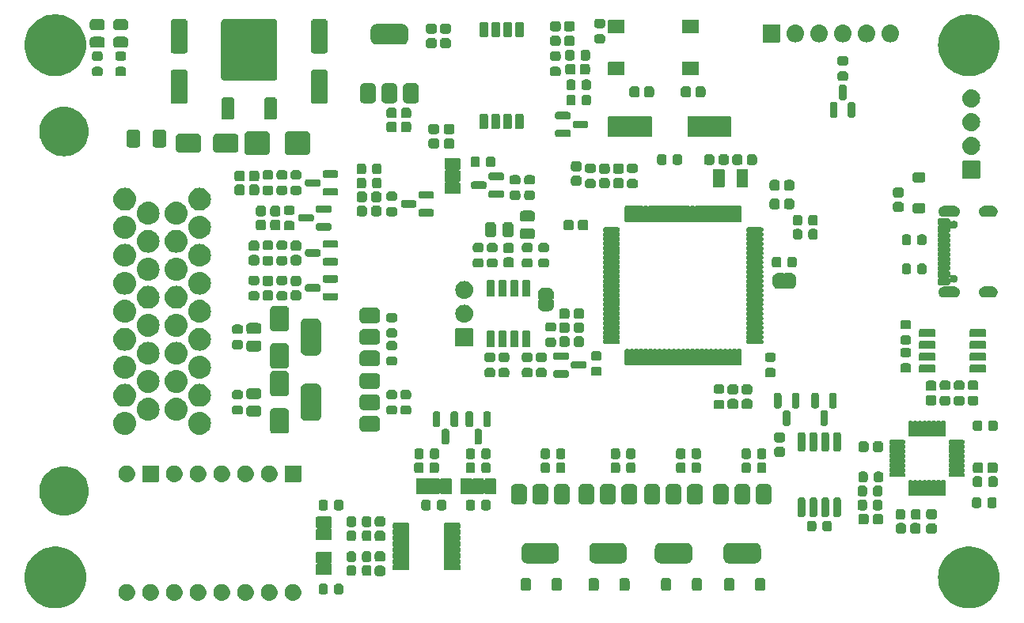
<source format=gbr>
%TF.GenerationSoftware,KiCad,Pcbnew,8.0.6*%
%TF.CreationDate,2025-01-10T15:23:21+07:00*%
%TF.ProjectId,NO2C,4e4f3243-2e6b-4696-9361-645f70636258,vD1*%
%TF.SameCoordinates,Original*%
%TF.FileFunction,Soldermask,Top*%
%TF.FilePolarity,Negative*%
%FSLAX46Y46*%
G04 Gerber Fmt 4.6, Leading zero omitted, Abs format (unit mm)*
G04 Created by KiCad (PCBNEW 8.0.6) date 2025-01-10 15:23:21*
%MOMM*%
%LPD*%
G01*
G04 APERTURE LIST*
G04 APERTURE END LIST*
G36*
X4034139Y6758106D02*
G01*
X4383272Y6681257D01*
X4722048Y6567110D01*
X5046497Y6417003D01*
X5352815Y6232698D01*
X5637411Y6016354D01*
X5896947Y5770509D01*
X6128381Y5498043D01*
X6329000Y5202153D01*
X6496451Y4886306D01*
X6628772Y4554206D01*
X6724410Y4209746D01*
X6782246Y3856966D01*
X6801600Y3500000D01*
X6782246Y3143034D01*
X6724410Y2790254D01*
X6628772Y2445794D01*
X6496451Y2113694D01*
X6329000Y1797847D01*
X6128381Y1501957D01*
X5896947Y1229491D01*
X5637411Y983646D01*
X5352815Y767302D01*
X5046497Y582997D01*
X4722048Y432890D01*
X4383272Y318743D01*
X4034139Y241894D01*
X3678745Y203242D01*
X3321255Y203242D01*
X2965861Y241894D01*
X2616728Y318743D01*
X2277952Y432890D01*
X1953503Y582997D01*
X1647185Y767302D01*
X1362589Y983646D01*
X1103053Y1229491D01*
X871619Y1501957D01*
X671000Y1797847D01*
X503549Y2113694D01*
X371228Y2445794D01*
X275590Y2790254D01*
X217754Y3143034D01*
X198400Y3500000D01*
X217754Y3856966D01*
X275590Y4209746D01*
X371228Y4554206D01*
X503549Y4886306D01*
X671000Y5202153D01*
X871619Y5498043D01*
X1103053Y5770509D01*
X1362589Y6016354D01*
X1647185Y6232698D01*
X1953503Y6417003D01*
X2277952Y6567110D01*
X2616728Y6681257D01*
X2965861Y6758106D01*
X3321255Y6796758D01*
X3678745Y6796758D01*
X4034139Y6758106D01*
G37*
G36*
X101784139Y6758106D02*
G01*
X102133272Y6681257D01*
X102472048Y6567110D01*
X102796497Y6417003D01*
X103102815Y6232698D01*
X103387411Y6016354D01*
X103646947Y5770509D01*
X103878381Y5498043D01*
X104079000Y5202153D01*
X104246451Y4886306D01*
X104378772Y4554206D01*
X104474410Y4209746D01*
X104532246Y3856966D01*
X104551600Y3500000D01*
X104532246Y3143034D01*
X104474410Y2790254D01*
X104378772Y2445794D01*
X104246451Y2113694D01*
X104079000Y1797847D01*
X103878381Y1501957D01*
X103646947Y1229491D01*
X103387411Y983646D01*
X103102815Y767302D01*
X102796497Y582997D01*
X102472048Y432890D01*
X102133272Y318743D01*
X101784139Y241894D01*
X101428745Y203242D01*
X101071255Y203242D01*
X100715861Y241894D01*
X100366728Y318743D01*
X100027952Y432890D01*
X99703503Y582997D01*
X99397185Y767302D01*
X99112589Y983646D01*
X98853053Y1229491D01*
X98621619Y1501957D01*
X98421000Y1797847D01*
X98253549Y2113694D01*
X98121228Y2445794D01*
X98025590Y2790254D01*
X97967754Y3143034D01*
X97948400Y3500000D01*
X97967754Y3856966D01*
X98025590Y4209746D01*
X98121228Y4554206D01*
X98253549Y4886306D01*
X98421000Y5202153D01*
X98621619Y5498043D01*
X98853053Y5770509D01*
X99112589Y6016354D01*
X99397185Y6232698D01*
X99703503Y6417003D01*
X100027952Y6567110D01*
X100366728Y6681257D01*
X100715861Y6758106D01*
X101071255Y6796758D01*
X101428745Y6796758D01*
X101784139Y6758106D01*
G37*
G36*
X11197659Y2798661D02*
G01*
X11244243Y2798661D01*
X11284468Y2790111D01*
X11325842Y2786036D01*
X11377821Y2770269D01*
X11428610Y2759473D01*
X11461108Y2745004D01*
X11494934Y2734743D01*
X11548690Y2706010D01*
X11600800Y2682809D01*
X11625025Y2665208D01*
X11650765Y2651450D01*
X11703273Y2608358D01*
X11753288Y2572019D01*
X11769527Y2553983D01*
X11787353Y2539354D01*
X11835254Y2480987D01*
X11879410Y2431947D01*
X11888685Y2415881D01*
X11899449Y2402766D01*
X11939262Y2328281D01*
X11973653Y2268714D01*
X11977609Y2256538D01*
X11982742Y2246935D01*
X12011041Y2153644D01*
X12031898Y2089453D01*
X12032632Y2082468D01*
X12034035Y2077843D01*
X12047689Y1939203D01*
X12051600Y1902000D01*
X12047689Y1864795D01*
X12034035Y1726158D01*
X12032632Y1721535D01*
X12031898Y1714547D01*
X12011036Y1650343D01*
X11982742Y1557066D01*
X11977610Y1547465D01*
X11973653Y1535286D01*
X11939255Y1475708D01*
X11899449Y1401235D01*
X11888687Y1388123D01*
X11879410Y1372053D01*
X11835245Y1323004D01*
X11787353Y1264647D01*
X11769531Y1250022D01*
X11753288Y1231981D01*
X11703262Y1195636D01*
X11650765Y1152551D01*
X11625030Y1138796D01*
X11600800Y1121191D01*
X11548679Y1097986D01*
X11494934Y1069258D01*
X11461115Y1059000D01*
X11428610Y1044527D01*
X11377810Y1033730D01*
X11325842Y1017965D01*
X11284476Y1013891D01*
X11244243Y1005339D01*
X11197649Y1005339D01*
X11150000Y1000646D01*
X11102351Y1005339D01*
X11055757Y1005339D01*
X11015523Y1013891D01*
X10974157Y1017965D01*
X10922185Y1033731D01*
X10871390Y1044527D01*
X10838886Y1058999D01*
X10805065Y1069258D01*
X10751314Y1097989D01*
X10699200Y1121191D01*
X10674972Y1138794D01*
X10649234Y1152551D01*
X10596728Y1195642D01*
X10546712Y1231981D01*
X10530471Y1250018D01*
X10512646Y1264647D01*
X10464743Y1323017D01*
X10420590Y1372053D01*
X10411314Y1388119D01*
X10400550Y1401235D01*
X10360731Y1475731D01*
X10326347Y1535286D01*
X10322391Y1547461D01*
X10317257Y1557066D01*
X10288948Y1650389D01*
X10268102Y1714547D01*
X10267368Y1721530D01*
X10265964Y1726158D01*
X10252294Y1864946D01*
X10248400Y1902000D01*
X10252294Y1939052D01*
X10265964Y2077843D01*
X10267368Y2082473D01*
X10268102Y2089453D01*
X10288943Y2153598D01*
X10317257Y2246935D01*
X10322392Y2256543D01*
X10326347Y2268714D01*
X10360724Y2328257D01*
X10400550Y2402766D01*
X10411316Y2415885D01*
X10420590Y2431947D01*
X10464733Y2480974D01*
X10512646Y2539354D01*
X10530474Y2553986D01*
X10546712Y2572019D01*
X10596718Y2608351D01*
X10649234Y2651450D01*
X10674977Y2665210D01*
X10699200Y2682809D01*
X10751303Y2706007D01*
X10805065Y2734743D01*
X10838893Y2745005D01*
X10871390Y2759473D01*
X10922174Y2770268D01*
X10974157Y2786036D01*
X11015532Y2790112D01*
X11055757Y2798661D01*
X11102341Y2798661D01*
X11150000Y2803355D01*
X11197659Y2798661D01*
G37*
G36*
X13737659Y2798661D02*
G01*
X13784243Y2798661D01*
X13824468Y2790111D01*
X13865842Y2786036D01*
X13917821Y2770269D01*
X13968610Y2759473D01*
X14001108Y2745004D01*
X14034934Y2734743D01*
X14088690Y2706010D01*
X14140800Y2682809D01*
X14165025Y2665208D01*
X14190765Y2651450D01*
X14243273Y2608358D01*
X14293288Y2572019D01*
X14309527Y2553983D01*
X14327353Y2539354D01*
X14375254Y2480987D01*
X14419410Y2431947D01*
X14428685Y2415881D01*
X14439449Y2402766D01*
X14479262Y2328281D01*
X14513653Y2268714D01*
X14517609Y2256538D01*
X14522742Y2246935D01*
X14551041Y2153644D01*
X14571898Y2089453D01*
X14572632Y2082468D01*
X14574035Y2077843D01*
X14587689Y1939203D01*
X14591600Y1902000D01*
X14587689Y1864795D01*
X14574035Y1726158D01*
X14572632Y1721535D01*
X14571898Y1714547D01*
X14551036Y1650343D01*
X14522742Y1557066D01*
X14517610Y1547465D01*
X14513653Y1535286D01*
X14479255Y1475708D01*
X14439449Y1401235D01*
X14428687Y1388123D01*
X14419410Y1372053D01*
X14375245Y1323004D01*
X14327353Y1264647D01*
X14309531Y1250022D01*
X14293288Y1231981D01*
X14243262Y1195636D01*
X14190765Y1152551D01*
X14165030Y1138796D01*
X14140800Y1121191D01*
X14088679Y1097986D01*
X14034934Y1069258D01*
X14001115Y1059000D01*
X13968610Y1044527D01*
X13917810Y1033730D01*
X13865842Y1017965D01*
X13824476Y1013891D01*
X13784243Y1005339D01*
X13737649Y1005339D01*
X13690000Y1000646D01*
X13642351Y1005339D01*
X13595757Y1005339D01*
X13555523Y1013891D01*
X13514157Y1017965D01*
X13462185Y1033731D01*
X13411390Y1044527D01*
X13378886Y1058999D01*
X13345065Y1069258D01*
X13291314Y1097989D01*
X13239200Y1121191D01*
X13214972Y1138794D01*
X13189234Y1152551D01*
X13136728Y1195642D01*
X13086712Y1231981D01*
X13070471Y1250018D01*
X13052646Y1264647D01*
X13004743Y1323017D01*
X12960590Y1372053D01*
X12951314Y1388119D01*
X12940550Y1401235D01*
X12900731Y1475731D01*
X12866347Y1535286D01*
X12862391Y1547461D01*
X12857257Y1557066D01*
X12828948Y1650389D01*
X12808102Y1714547D01*
X12807368Y1721530D01*
X12805964Y1726158D01*
X12792294Y1864946D01*
X12788400Y1902000D01*
X12792294Y1939052D01*
X12805964Y2077843D01*
X12807368Y2082473D01*
X12808102Y2089453D01*
X12828943Y2153598D01*
X12857257Y2246935D01*
X12862392Y2256543D01*
X12866347Y2268714D01*
X12900724Y2328257D01*
X12940550Y2402766D01*
X12951316Y2415885D01*
X12960590Y2431947D01*
X13004733Y2480974D01*
X13052646Y2539354D01*
X13070474Y2553986D01*
X13086712Y2572019D01*
X13136718Y2608351D01*
X13189234Y2651450D01*
X13214977Y2665210D01*
X13239200Y2682809D01*
X13291303Y2706007D01*
X13345065Y2734743D01*
X13378893Y2745005D01*
X13411390Y2759473D01*
X13462174Y2770268D01*
X13514157Y2786036D01*
X13555532Y2790112D01*
X13595757Y2798661D01*
X13642341Y2798661D01*
X13690000Y2803355D01*
X13737659Y2798661D01*
G37*
G36*
X16277659Y2798661D02*
G01*
X16324243Y2798661D01*
X16364468Y2790111D01*
X16405842Y2786036D01*
X16457821Y2770269D01*
X16508610Y2759473D01*
X16541108Y2745004D01*
X16574934Y2734743D01*
X16628690Y2706010D01*
X16680800Y2682809D01*
X16705025Y2665208D01*
X16730765Y2651450D01*
X16783273Y2608358D01*
X16833288Y2572019D01*
X16849527Y2553983D01*
X16867353Y2539354D01*
X16915254Y2480987D01*
X16959410Y2431947D01*
X16968685Y2415881D01*
X16979449Y2402766D01*
X17019262Y2328281D01*
X17053653Y2268714D01*
X17057609Y2256538D01*
X17062742Y2246935D01*
X17091041Y2153644D01*
X17111898Y2089453D01*
X17112632Y2082468D01*
X17114035Y2077843D01*
X17127689Y1939203D01*
X17131600Y1902000D01*
X17127689Y1864795D01*
X17114035Y1726158D01*
X17112632Y1721535D01*
X17111898Y1714547D01*
X17091036Y1650343D01*
X17062742Y1557066D01*
X17057610Y1547465D01*
X17053653Y1535286D01*
X17019255Y1475708D01*
X16979449Y1401235D01*
X16968687Y1388123D01*
X16959410Y1372053D01*
X16915245Y1323004D01*
X16867353Y1264647D01*
X16849531Y1250022D01*
X16833288Y1231981D01*
X16783262Y1195636D01*
X16730765Y1152551D01*
X16705030Y1138796D01*
X16680800Y1121191D01*
X16628679Y1097986D01*
X16574934Y1069258D01*
X16541115Y1059000D01*
X16508610Y1044527D01*
X16457810Y1033730D01*
X16405842Y1017965D01*
X16364476Y1013891D01*
X16324243Y1005339D01*
X16277649Y1005339D01*
X16230000Y1000646D01*
X16182351Y1005339D01*
X16135757Y1005339D01*
X16095523Y1013891D01*
X16054157Y1017965D01*
X16002185Y1033731D01*
X15951390Y1044527D01*
X15918886Y1058999D01*
X15885065Y1069258D01*
X15831314Y1097989D01*
X15779200Y1121191D01*
X15754972Y1138794D01*
X15729234Y1152551D01*
X15676728Y1195642D01*
X15626712Y1231981D01*
X15610471Y1250018D01*
X15592646Y1264647D01*
X15544743Y1323017D01*
X15500590Y1372053D01*
X15491314Y1388119D01*
X15480550Y1401235D01*
X15440731Y1475731D01*
X15406347Y1535286D01*
X15402391Y1547461D01*
X15397257Y1557066D01*
X15368948Y1650389D01*
X15348102Y1714547D01*
X15347368Y1721530D01*
X15345964Y1726158D01*
X15332294Y1864946D01*
X15328400Y1902000D01*
X15332294Y1939052D01*
X15345964Y2077843D01*
X15347368Y2082473D01*
X15348102Y2089453D01*
X15368943Y2153598D01*
X15397257Y2246935D01*
X15402392Y2256543D01*
X15406347Y2268714D01*
X15440724Y2328257D01*
X15480550Y2402766D01*
X15491316Y2415885D01*
X15500590Y2431947D01*
X15544733Y2480974D01*
X15592646Y2539354D01*
X15610474Y2553986D01*
X15626712Y2572019D01*
X15676718Y2608351D01*
X15729234Y2651450D01*
X15754977Y2665210D01*
X15779200Y2682809D01*
X15831303Y2706007D01*
X15885065Y2734743D01*
X15918893Y2745005D01*
X15951390Y2759473D01*
X16002174Y2770268D01*
X16054157Y2786036D01*
X16095532Y2790112D01*
X16135757Y2798661D01*
X16182341Y2798661D01*
X16230000Y2803355D01*
X16277659Y2798661D01*
G37*
G36*
X18817659Y2798661D02*
G01*
X18864243Y2798661D01*
X18904468Y2790111D01*
X18945842Y2786036D01*
X18997821Y2770269D01*
X19048610Y2759473D01*
X19081108Y2745004D01*
X19114934Y2734743D01*
X19168690Y2706010D01*
X19220800Y2682809D01*
X19245025Y2665208D01*
X19270765Y2651450D01*
X19323273Y2608358D01*
X19373288Y2572019D01*
X19389527Y2553983D01*
X19407353Y2539354D01*
X19455254Y2480987D01*
X19499410Y2431947D01*
X19508685Y2415881D01*
X19519449Y2402766D01*
X19559262Y2328281D01*
X19593653Y2268714D01*
X19597609Y2256538D01*
X19602742Y2246935D01*
X19631041Y2153644D01*
X19651898Y2089453D01*
X19652632Y2082468D01*
X19654035Y2077843D01*
X19667689Y1939203D01*
X19671600Y1902000D01*
X19667689Y1864795D01*
X19654035Y1726158D01*
X19652632Y1721535D01*
X19651898Y1714547D01*
X19631036Y1650343D01*
X19602742Y1557066D01*
X19597610Y1547465D01*
X19593653Y1535286D01*
X19559255Y1475708D01*
X19519449Y1401235D01*
X19508687Y1388123D01*
X19499410Y1372053D01*
X19455245Y1323004D01*
X19407353Y1264647D01*
X19389531Y1250022D01*
X19373288Y1231981D01*
X19323262Y1195636D01*
X19270765Y1152551D01*
X19245030Y1138796D01*
X19220800Y1121191D01*
X19168679Y1097986D01*
X19114934Y1069258D01*
X19081115Y1059000D01*
X19048610Y1044527D01*
X18997810Y1033730D01*
X18945842Y1017965D01*
X18904476Y1013891D01*
X18864243Y1005339D01*
X18817649Y1005339D01*
X18770000Y1000646D01*
X18722351Y1005339D01*
X18675757Y1005339D01*
X18635523Y1013891D01*
X18594157Y1017965D01*
X18542185Y1033731D01*
X18491390Y1044527D01*
X18458886Y1058999D01*
X18425065Y1069258D01*
X18371314Y1097989D01*
X18319200Y1121191D01*
X18294972Y1138794D01*
X18269234Y1152551D01*
X18216728Y1195642D01*
X18166712Y1231981D01*
X18150471Y1250018D01*
X18132646Y1264647D01*
X18084743Y1323017D01*
X18040590Y1372053D01*
X18031314Y1388119D01*
X18020550Y1401235D01*
X17980731Y1475731D01*
X17946347Y1535286D01*
X17942391Y1547461D01*
X17937257Y1557066D01*
X17908948Y1650389D01*
X17888102Y1714547D01*
X17887368Y1721530D01*
X17885964Y1726158D01*
X17872294Y1864946D01*
X17868400Y1902000D01*
X17872294Y1939052D01*
X17885964Y2077843D01*
X17887368Y2082473D01*
X17888102Y2089453D01*
X17908943Y2153598D01*
X17937257Y2246935D01*
X17942392Y2256543D01*
X17946347Y2268714D01*
X17980724Y2328257D01*
X18020550Y2402766D01*
X18031316Y2415885D01*
X18040590Y2431947D01*
X18084733Y2480974D01*
X18132646Y2539354D01*
X18150474Y2553986D01*
X18166712Y2572019D01*
X18216718Y2608351D01*
X18269234Y2651450D01*
X18294977Y2665210D01*
X18319200Y2682809D01*
X18371303Y2706007D01*
X18425065Y2734743D01*
X18458893Y2745005D01*
X18491390Y2759473D01*
X18542174Y2770268D01*
X18594157Y2786036D01*
X18635532Y2790112D01*
X18675757Y2798661D01*
X18722341Y2798661D01*
X18770000Y2803355D01*
X18817659Y2798661D01*
G37*
G36*
X21357659Y2798661D02*
G01*
X21404243Y2798661D01*
X21444468Y2790111D01*
X21485842Y2786036D01*
X21537821Y2770269D01*
X21588610Y2759473D01*
X21621108Y2745004D01*
X21654934Y2734743D01*
X21708690Y2706010D01*
X21760800Y2682809D01*
X21785025Y2665208D01*
X21810765Y2651450D01*
X21863273Y2608358D01*
X21913288Y2572019D01*
X21929527Y2553983D01*
X21947353Y2539354D01*
X21995254Y2480987D01*
X22039410Y2431947D01*
X22048685Y2415881D01*
X22059449Y2402766D01*
X22099262Y2328281D01*
X22133653Y2268714D01*
X22137609Y2256538D01*
X22142742Y2246935D01*
X22171041Y2153644D01*
X22191898Y2089453D01*
X22192632Y2082468D01*
X22194035Y2077843D01*
X22207689Y1939203D01*
X22211600Y1902000D01*
X22207689Y1864795D01*
X22194035Y1726158D01*
X22192632Y1721535D01*
X22191898Y1714547D01*
X22171036Y1650343D01*
X22142742Y1557066D01*
X22137610Y1547465D01*
X22133653Y1535286D01*
X22099255Y1475708D01*
X22059449Y1401235D01*
X22048687Y1388123D01*
X22039410Y1372053D01*
X21995245Y1323004D01*
X21947353Y1264647D01*
X21929531Y1250022D01*
X21913288Y1231981D01*
X21863262Y1195636D01*
X21810765Y1152551D01*
X21785030Y1138796D01*
X21760800Y1121191D01*
X21708679Y1097986D01*
X21654934Y1069258D01*
X21621115Y1059000D01*
X21588610Y1044527D01*
X21537810Y1033730D01*
X21485842Y1017965D01*
X21444476Y1013891D01*
X21404243Y1005339D01*
X21357649Y1005339D01*
X21310000Y1000646D01*
X21262351Y1005339D01*
X21215757Y1005339D01*
X21175523Y1013891D01*
X21134157Y1017965D01*
X21082185Y1033731D01*
X21031390Y1044527D01*
X20998886Y1058999D01*
X20965065Y1069258D01*
X20911314Y1097989D01*
X20859200Y1121191D01*
X20834972Y1138794D01*
X20809234Y1152551D01*
X20756728Y1195642D01*
X20706712Y1231981D01*
X20690471Y1250018D01*
X20672646Y1264647D01*
X20624743Y1323017D01*
X20580590Y1372053D01*
X20571314Y1388119D01*
X20560550Y1401235D01*
X20520731Y1475731D01*
X20486347Y1535286D01*
X20482391Y1547461D01*
X20477257Y1557066D01*
X20448948Y1650389D01*
X20428102Y1714547D01*
X20427368Y1721530D01*
X20425964Y1726158D01*
X20412294Y1864946D01*
X20408400Y1902000D01*
X20412294Y1939052D01*
X20425964Y2077843D01*
X20427368Y2082473D01*
X20428102Y2089453D01*
X20448943Y2153598D01*
X20477257Y2246935D01*
X20482392Y2256543D01*
X20486347Y2268714D01*
X20520724Y2328257D01*
X20560550Y2402766D01*
X20571316Y2415885D01*
X20580590Y2431947D01*
X20624733Y2480974D01*
X20672646Y2539354D01*
X20690474Y2553986D01*
X20706712Y2572019D01*
X20756718Y2608351D01*
X20809234Y2651450D01*
X20834977Y2665210D01*
X20859200Y2682809D01*
X20911303Y2706007D01*
X20965065Y2734743D01*
X20998893Y2745005D01*
X21031390Y2759473D01*
X21082174Y2770268D01*
X21134157Y2786036D01*
X21175532Y2790112D01*
X21215757Y2798661D01*
X21262341Y2798661D01*
X21310000Y2803355D01*
X21357659Y2798661D01*
G37*
G36*
X23897659Y2798661D02*
G01*
X23944243Y2798661D01*
X23984468Y2790111D01*
X24025842Y2786036D01*
X24077821Y2770269D01*
X24128610Y2759473D01*
X24161108Y2745004D01*
X24194934Y2734743D01*
X24248690Y2706010D01*
X24300800Y2682809D01*
X24325025Y2665208D01*
X24350765Y2651450D01*
X24403273Y2608358D01*
X24453288Y2572019D01*
X24469527Y2553983D01*
X24487353Y2539354D01*
X24535254Y2480987D01*
X24579410Y2431947D01*
X24588685Y2415881D01*
X24599449Y2402766D01*
X24639262Y2328281D01*
X24673653Y2268714D01*
X24677609Y2256538D01*
X24682742Y2246935D01*
X24711041Y2153644D01*
X24731898Y2089453D01*
X24732632Y2082468D01*
X24734035Y2077843D01*
X24747689Y1939203D01*
X24751600Y1902000D01*
X24747689Y1864795D01*
X24734035Y1726158D01*
X24732632Y1721535D01*
X24731898Y1714547D01*
X24711036Y1650343D01*
X24682742Y1557066D01*
X24677610Y1547465D01*
X24673653Y1535286D01*
X24639255Y1475708D01*
X24599449Y1401235D01*
X24588687Y1388123D01*
X24579410Y1372053D01*
X24535245Y1323004D01*
X24487353Y1264647D01*
X24469531Y1250022D01*
X24453288Y1231981D01*
X24403262Y1195636D01*
X24350765Y1152551D01*
X24325030Y1138796D01*
X24300800Y1121191D01*
X24248679Y1097986D01*
X24194934Y1069258D01*
X24161115Y1059000D01*
X24128610Y1044527D01*
X24077810Y1033730D01*
X24025842Y1017965D01*
X23984476Y1013891D01*
X23944243Y1005339D01*
X23897649Y1005339D01*
X23850000Y1000646D01*
X23802351Y1005339D01*
X23755757Y1005339D01*
X23715523Y1013891D01*
X23674157Y1017965D01*
X23622185Y1033731D01*
X23571390Y1044527D01*
X23538886Y1058999D01*
X23505065Y1069258D01*
X23451314Y1097989D01*
X23399200Y1121191D01*
X23374972Y1138794D01*
X23349234Y1152551D01*
X23296728Y1195642D01*
X23246712Y1231981D01*
X23230471Y1250018D01*
X23212646Y1264647D01*
X23164743Y1323017D01*
X23120590Y1372053D01*
X23111314Y1388119D01*
X23100550Y1401235D01*
X23060731Y1475731D01*
X23026347Y1535286D01*
X23022391Y1547461D01*
X23017257Y1557066D01*
X22988948Y1650389D01*
X22968102Y1714547D01*
X22967368Y1721530D01*
X22965964Y1726158D01*
X22952294Y1864946D01*
X22948400Y1902000D01*
X22952294Y1939052D01*
X22965964Y2077843D01*
X22967368Y2082473D01*
X22968102Y2089453D01*
X22988943Y2153598D01*
X23017257Y2246935D01*
X23022392Y2256543D01*
X23026347Y2268714D01*
X23060724Y2328257D01*
X23100550Y2402766D01*
X23111316Y2415885D01*
X23120590Y2431947D01*
X23164733Y2480974D01*
X23212646Y2539354D01*
X23230474Y2553986D01*
X23246712Y2572019D01*
X23296718Y2608351D01*
X23349234Y2651450D01*
X23374977Y2665210D01*
X23399200Y2682809D01*
X23451303Y2706007D01*
X23505065Y2734743D01*
X23538893Y2745005D01*
X23571390Y2759473D01*
X23622174Y2770268D01*
X23674157Y2786036D01*
X23715532Y2790112D01*
X23755757Y2798661D01*
X23802341Y2798661D01*
X23850000Y2803355D01*
X23897659Y2798661D01*
G37*
G36*
X26437659Y2798661D02*
G01*
X26484243Y2798661D01*
X26524468Y2790111D01*
X26565842Y2786036D01*
X26617821Y2770269D01*
X26668610Y2759473D01*
X26701108Y2745004D01*
X26734934Y2734743D01*
X26788690Y2706010D01*
X26840800Y2682809D01*
X26865025Y2665208D01*
X26890765Y2651450D01*
X26943273Y2608358D01*
X26993288Y2572019D01*
X27009527Y2553983D01*
X27027353Y2539354D01*
X27075254Y2480987D01*
X27119410Y2431947D01*
X27128685Y2415881D01*
X27139449Y2402766D01*
X27179262Y2328281D01*
X27213653Y2268714D01*
X27217609Y2256538D01*
X27222742Y2246935D01*
X27251041Y2153644D01*
X27271898Y2089453D01*
X27272632Y2082468D01*
X27274035Y2077843D01*
X27287689Y1939203D01*
X27291600Y1902000D01*
X27287689Y1864795D01*
X27274035Y1726158D01*
X27272632Y1721535D01*
X27271898Y1714547D01*
X27251036Y1650343D01*
X27222742Y1557066D01*
X27217610Y1547465D01*
X27213653Y1535286D01*
X27179255Y1475708D01*
X27139449Y1401235D01*
X27128687Y1388123D01*
X27119410Y1372053D01*
X27075245Y1323004D01*
X27027353Y1264647D01*
X27009531Y1250022D01*
X26993288Y1231981D01*
X26943262Y1195636D01*
X26890765Y1152551D01*
X26865030Y1138796D01*
X26840800Y1121191D01*
X26788679Y1097986D01*
X26734934Y1069258D01*
X26701115Y1059000D01*
X26668610Y1044527D01*
X26617810Y1033730D01*
X26565842Y1017965D01*
X26524476Y1013891D01*
X26484243Y1005339D01*
X26437649Y1005339D01*
X26390000Y1000646D01*
X26342351Y1005339D01*
X26295757Y1005339D01*
X26255523Y1013891D01*
X26214157Y1017965D01*
X26162185Y1033731D01*
X26111390Y1044527D01*
X26078886Y1058999D01*
X26045065Y1069258D01*
X25991314Y1097989D01*
X25939200Y1121191D01*
X25914972Y1138794D01*
X25889234Y1152551D01*
X25836728Y1195642D01*
X25786712Y1231981D01*
X25770471Y1250018D01*
X25752646Y1264647D01*
X25704743Y1323017D01*
X25660590Y1372053D01*
X25651314Y1388119D01*
X25640550Y1401235D01*
X25600731Y1475731D01*
X25566347Y1535286D01*
X25562391Y1547461D01*
X25557257Y1557066D01*
X25528948Y1650389D01*
X25508102Y1714547D01*
X25507368Y1721530D01*
X25505964Y1726158D01*
X25492294Y1864946D01*
X25488400Y1902000D01*
X25492294Y1939052D01*
X25505964Y2077843D01*
X25507368Y2082473D01*
X25508102Y2089453D01*
X25528943Y2153598D01*
X25557257Y2246935D01*
X25562392Y2256543D01*
X25566347Y2268714D01*
X25600724Y2328257D01*
X25640550Y2402766D01*
X25651316Y2415885D01*
X25660590Y2431947D01*
X25704733Y2480974D01*
X25752646Y2539354D01*
X25770474Y2553986D01*
X25786712Y2572019D01*
X25836718Y2608351D01*
X25889234Y2651450D01*
X25914977Y2665210D01*
X25939200Y2682809D01*
X25991303Y2706007D01*
X26045065Y2734743D01*
X26078893Y2745005D01*
X26111390Y2759473D01*
X26162174Y2770268D01*
X26214157Y2786036D01*
X26255532Y2790112D01*
X26295757Y2798661D01*
X26342341Y2798661D01*
X26390000Y2803355D01*
X26437659Y2798661D01*
G37*
G36*
X28977659Y2798661D02*
G01*
X29024243Y2798661D01*
X29064468Y2790111D01*
X29105842Y2786036D01*
X29157821Y2770269D01*
X29208610Y2759473D01*
X29241108Y2745004D01*
X29274934Y2734743D01*
X29328690Y2706010D01*
X29380800Y2682809D01*
X29405025Y2665208D01*
X29430765Y2651450D01*
X29483273Y2608358D01*
X29533288Y2572019D01*
X29549527Y2553983D01*
X29567353Y2539354D01*
X29615254Y2480987D01*
X29659410Y2431947D01*
X29668685Y2415881D01*
X29679449Y2402766D01*
X29719262Y2328281D01*
X29753653Y2268714D01*
X29757609Y2256538D01*
X29762742Y2246935D01*
X29791041Y2153644D01*
X29811898Y2089453D01*
X29812632Y2082468D01*
X29814035Y2077843D01*
X29827689Y1939203D01*
X29831600Y1902000D01*
X29827689Y1864795D01*
X29814035Y1726158D01*
X29812632Y1721535D01*
X29811898Y1714547D01*
X29791036Y1650343D01*
X29762742Y1557066D01*
X29757610Y1547465D01*
X29753653Y1535286D01*
X29719255Y1475708D01*
X29679449Y1401235D01*
X29668687Y1388123D01*
X29659410Y1372053D01*
X29615245Y1323004D01*
X29567353Y1264647D01*
X29549531Y1250022D01*
X29533288Y1231981D01*
X29483262Y1195636D01*
X29430765Y1152551D01*
X29405030Y1138796D01*
X29380800Y1121191D01*
X29328679Y1097986D01*
X29274934Y1069258D01*
X29241115Y1059000D01*
X29208610Y1044527D01*
X29157810Y1033730D01*
X29105842Y1017965D01*
X29064476Y1013891D01*
X29024243Y1005339D01*
X28977649Y1005339D01*
X28930000Y1000646D01*
X28882351Y1005339D01*
X28835757Y1005339D01*
X28795523Y1013891D01*
X28754157Y1017965D01*
X28702185Y1033731D01*
X28651390Y1044527D01*
X28618886Y1058999D01*
X28585065Y1069258D01*
X28531314Y1097989D01*
X28479200Y1121191D01*
X28454972Y1138794D01*
X28429234Y1152551D01*
X28376728Y1195642D01*
X28326712Y1231981D01*
X28310471Y1250018D01*
X28292646Y1264647D01*
X28244743Y1323017D01*
X28200590Y1372053D01*
X28191314Y1388119D01*
X28180550Y1401235D01*
X28140731Y1475731D01*
X28106347Y1535286D01*
X28102391Y1547461D01*
X28097257Y1557066D01*
X28068948Y1650389D01*
X28048102Y1714547D01*
X28047368Y1721530D01*
X28045964Y1726158D01*
X28032294Y1864946D01*
X28028400Y1902000D01*
X28032294Y1939052D01*
X28045964Y2077843D01*
X28047368Y2082473D01*
X28048102Y2089453D01*
X28068943Y2153598D01*
X28097257Y2246935D01*
X28102392Y2256543D01*
X28106347Y2268714D01*
X28140724Y2328257D01*
X28180550Y2402766D01*
X28191316Y2415885D01*
X28200590Y2431947D01*
X28244733Y2480974D01*
X28292646Y2539354D01*
X28310474Y2553986D01*
X28326712Y2572019D01*
X28376718Y2608351D01*
X28429234Y2651450D01*
X28454977Y2665210D01*
X28479200Y2682809D01*
X28531303Y2706007D01*
X28585065Y2734743D01*
X28618893Y2745005D01*
X28651390Y2759473D01*
X28702174Y2770268D01*
X28754157Y2786036D01*
X28795532Y2790112D01*
X28835757Y2798661D01*
X28882341Y2798661D01*
X28930000Y2803355D01*
X28977659Y2798661D01*
G37*
G36*
X32444051Y2818589D02*
G01*
X32452789Y2814731D01*
X32460372Y2813626D01*
X32507773Y2790453D01*
X32545445Y2773819D01*
X32548933Y2770331D01*
X32549845Y2769885D01*
X32619884Y2699846D01*
X32620329Y2698935D01*
X32623819Y2695445D01*
X32640457Y2657763D01*
X32663625Y2610373D01*
X32664729Y2602792D01*
X32668589Y2594051D01*
X32676600Y2525000D01*
X32676600Y1975000D01*
X32668589Y1905949D01*
X32664729Y1897208D01*
X32663625Y1889628D01*
X32640462Y1842248D01*
X32623819Y1804555D01*
X32620328Y1801065D01*
X32619884Y1800155D01*
X32549845Y1730116D01*
X32548935Y1729672D01*
X32545445Y1726181D01*
X32507752Y1709538D01*
X32460372Y1686375D01*
X32452792Y1685271D01*
X32444051Y1681411D01*
X32375000Y1673400D01*
X31975000Y1673400D01*
X31905949Y1681411D01*
X31897208Y1685271D01*
X31889627Y1686375D01*
X31842237Y1709543D01*
X31804555Y1726181D01*
X31801065Y1729671D01*
X31800154Y1730116D01*
X31730115Y1800155D01*
X31729669Y1801067D01*
X31726181Y1804555D01*
X31709547Y1842227D01*
X31686374Y1889628D01*
X31685269Y1897211D01*
X31681411Y1905949D01*
X31673400Y1975000D01*
X31673400Y2525000D01*
X31681411Y2594051D01*
X31685269Y2602789D01*
X31686374Y2610373D01*
X31709551Y2657784D01*
X31726181Y2695445D01*
X31729668Y2698933D01*
X31730115Y2699846D01*
X31800154Y2769885D01*
X31801067Y2770332D01*
X31804555Y2773819D01*
X31842216Y2790449D01*
X31889627Y2813626D01*
X31897211Y2814731D01*
X31905949Y2818589D01*
X31975000Y2826600D01*
X32375000Y2826600D01*
X32444051Y2818589D01*
G37*
G36*
X34094051Y2818589D02*
G01*
X34102789Y2814731D01*
X34110372Y2813626D01*
X34157773Y2790453D01*
X34195445Y2773819D01*
X34198933Y2770331D01*
X34199845Y2769885D01*
X34269884Y2699846D01*
X34270329Y2698935D01*
X34273819Y2695445D01*
X34290457Y2657763D01*
X34313625Y2610373D01*
X34314729Y2602792D01*
X34318589Y2594051D01*
X34326600Y2525000D01*
X34326600Y1975000D01*
X34318589Y1905949D01*
X34314729Y1897208D01*
X34313625Y1889628D01*
X34290462Y1842248D01*
X34273819Y1804555D01*
X34270328Y1801065D01*
X34269884Y1800155D01*
X34199845Y1730116D01*
X34198935Y1729672D01*
X34195445Y1726181D01*
X34157752Y1709538D01*
X34110372Y1686375D01*
X34102792Y1685271D01*
X34094051Y1681411D01*
X34025000Y1673400D01*
X33625000Y1673400D01*
X33555949Y1681411D01*
X33547208Y1685271D01*
X33539627Y1686375D01*
X33492237Y1709543D01*
X33454555Y1726181D01*
X33451065Y1729671D01*
X33450154Y1730116D01*
X33380115Y1800155D01*
X33379669Y1801067D01*
X33376181Y1804555D01*
X33359547Y1842227D01*
X33336374Y1889628D01*
X33335269Y1897211D01*
X33331411Y1905949D01*
X33323400Y1975000D01*
X33323400Y2525000D01*
X33331411Y2594051D01*
X33335269Y2602789D01*
X33336374Y2610373D01*
X33359551Y2657784D01*
X33376181Y2695445D01*
X33379668Y2698933D01*
X33380115Y2699846D01*
X33450154Y2769885D01*
X33451067Y2770332D01*
X33454555Y2773819D01*
X33492216Y2790449D01*
X33539627Y2813626D01*
X33547211Y2814731D01*
X33555949Y2818589D01*
X33625000Y2826600D01*
X34025000Y2826600D01*
X34094051Y2818589D01*
G37*
G36*
X54159530Y3440471D02*
G01*
X54164900Y3437967D01*
X54167506Y3437587D01*
X54204516Y3419494D01*
X54262330Y3392535D01*
X54342535Y3312330D01*
X54369504Y3254494D01*
X54387586Y3217507D01*
X54387965Y3214904D01*
X54390471Y3209530D01*
X54401600Y3125000D01*
X54401600Y2375000D01*
X54390471Y2290470D01*
X54387965Y2285096D01*
X54387586Y2282494D01*
X54369514Y2245529D01*
X54342535Y2187670D01*
X54262330Y2107465D01*
X54204471Y2080486D01*
X54167506Y2062414D01*
X54164904Y2062035D01*
X54159530Y2059529D01*
X54075000Y2048400D01*
X53625000Y2048400D01*
X53540470Y2059529D01*
X53535096Y2062035D01*
X53532493Y2062414D01*
X53495506Y2080496D01*
X53437670Y2107465D01*
X53357465Y2187670D01*
X53330506Y2245484D01*
X53312413Y2282494D01*
X53312033Y2285100D01*
X53309529Y2290470D01*
X53298400Y2375000D01*
X53298400Y3125000D01*
X53309529Y3209530D01*
X53312033Y3214901D01*
X53312413Y3217507D01*
X53330516Y3254538D01*
X53357465Y3312330D01*
X53437670Y3392535D01*
X53495462Y3419484D01*
X53532493Y3437587D01*
X53535099Y3437967D01*
X53540470Y3440471D01*
X53625000Y3451600D01*
X54075000Y3451600D01*
X54159530Y3440471D01*
G37*
G36*
X57459530Y3440471D02*
G01*
X57464900Y3437967D01*
X57467506Y3437587D01*
X57504516Y3419494D01*
X57562330Y3392535D01*
X57642535Y3312330D01*
X57669504Y3254494D01*
X57687586Y3217507D01*
X57687965Y3214904D01*
X57690471Y3209530D01*
X57701600Y3125000D01*
X57701600Y2375000D01*
X57690471Y2290470D01*
X57687965Y2285096D01*
X57687586Y2282494D01*
X57669514Y2245529D01*
X57642535Y2187670D01*
X57562330Y2107465D01*
X57504471Y2080486D01*
X57467506Y2062414D01*
X57464904Y2062035D01*
X57459530Y2059529D01*
X57375000Y2048400D01*
X56925000Y2048400D01*
X56840470Y2059529D01*
X56835096Y2062035D01*
X56832493Y2062414D01*
X56795506Y2080496D01*
X56737670Y2107465D01*
X56657465Y2187670D01*
X56630506Y2245484D01*
X56612413Y2282494D01*
X56612033Y2285100D01*
X56609529Y2290470D01*
X56598400Y2375000D01*
X56598400Y3125000D01*
X56609529Y3209530D01*
X56612033Y3214901D01*
X56612413Y3217507D01*
X56630516Y3254538D01*
X56657465Y3312330D01*
X56737670Y3392535D01*
X56795462Y3419484D01*
X56832493Y3437587D01*
X56835099Y3437967D01*
X56840470Y3440471D01*
X56925000Y3451600D01*
X57375000Y3451600D01*
X57459530Y3440471D01*
G37*
G36*
X61409530Y3440471D02*
G01*
X61414900Y3437967D01*
X61417506Y3437587D01*
X61454516Y3419494D01*
X61512330Y3392535D01*
X61592535Y3312330D01*
X61619504Y3254494D01*
X61637586Y3217507D01*
X61637965Y3214904D01*
X61640471Y3209530D01*
X61651600Y3125000D01*
X61651600Y2375000D01*
X61640471Y2290470D01*
X61637965Y2285096D01*
X61637586Y2282494D01*
X61619514Y2245529D01*
X61592535Y2187670D01*
X61512330Y2107465D01*
X61454471Y2080486D01*
X61417506Y2062414D01*
X61414904Y2062035D01*
X61409530Y2059529D01*
X61325000Y2048400D01*
X60875000Y2048400D01*
X60790470Y2059529D01*
X60785096Y2062035D01*
X60782493Y2062414D01*
X60745506Y2080496D01*
X60687670Y2107465D01*
X60607465Y2187670D01*
X60580506Y2245484D01*
X60562413Y2282494D01*
X60562033Y2285100D01*
X60559529Y2290470D01*
X60548400Y2375000D01*
X60548400Y3125000D01*
X60559529Y3209530D01*
X60562033Y3214901D01*
X60562413Y3217507D01*
X60580516Y3254538D01*
X60607465Y3312330D01*
X60687670Y3392535D01*
X60745462Y3419484D01*
X60782493Y3437587D01*
X60785099Y3437967D01*
X60790470Y3440471D01*
X60875000Y3451600D01*
X61325000Y3451600D01*
X61409530Y3440471D01*
G37*
G36*
X64709530Y3440471D02*
G01*
X64714900Y3437967D01*
X64717506Y3437587D01*
X64754516Y3419494D01*
X64812330Y3392535D01*
X64892535Y3312330D01*
X64919504Y3254494D01*
X64937586Y3217507D01*
X64937965Y3214904D01*
X64940471Y3209530D01*
X64951600Y3125000D01*
X64951600Y2375000D01*
X64940471Y2290470D01*
X64937965Y2285096D01*
X64937586Y2282494D01*
X64919514Y2245529D01*
X64892535Y2187670D01*
X64812330Y2107465D01*
X64754471Y2080486D01*
X64717506Y2062414D01*
X64714904Y2062035D01*
X64709530Y2059529D01*
X64625000Y2048400D01*
X64175000Y2048400D01*
X64090470Y2059529D01*
X64085096Y2062035D01*
X64082493Y2062414D01*
X64045506Y2080496D01*
X63987670Y2107465D01*
X63907465Y2187670D01*
X63880506Y2245484D01*
X63862413Y2282494D01*
X63862033Y2285100D01*
X63859529Y2290470D01*
X63848400Y2375000D01*
X63848400Y3125000D01*
X63859529Y3209530D01*
X63862033Y3214901D01*
X63862413Y3217507D01*
X63880516Y3254538D01*
X63907465Y3312330D01*
X63987670Y3392535D01*
X64045462Y3419484D01*
X64082493Y3437587D01*
X64085099Y3437967D01*
X64090470Y3440471D01*
X64175000Y3451600D01*
X64625000Y3451600D01*
X64709530Y3440471D01*
G37*
G36*
X69159530Y3440471D02*
G01*
X69164900Y3437967D01*
X69167506Y3437587D01*
X69204516Y3419494D01*
X69262330Y3392535D01*
X69342535Y3312330D01*
X69369504Y3254494D01*
X69387586Y3217507D01*
X69387965Y3214904D01*
X69390471Y3209530D01*
X69401600Y3125000D01*
X69401600Y2375000D01*
X69390471Y2290470D01*
X69387965Y2285096D01*
X69387586Y2282494D01*
X69369514Y2245529D01*
X69342535Y2187670D01*
X69262330Y2107465D01*
X69204471Y2080486D01*
X69167506Y2062414D01*
X69164904Y2062035D01*
X69159530Y2059529D01*
X69075000Y2048400D01*
X68625000Y2048400D01*
X68540470Y2059529D01*
X68535096Y2062035D01*
X68532493Y2062414D01*
X68495506Y2080496D01*
X68437670Y2107465D01*
X68357465Y2187670D01*
X68330506Y2245484D01*
X68312413Y2282494D01*
X68312033Y2285100D01*
X68309529Y2290470D01*
X68298400Y2375000D01*
X68298400Y3125000D01*
X68309529Y3209530D01*
X68312033Y3214901D01*
X68312413Y3217507D01*
X68330516Y3254538D01*
X68357465Y3312330D01*
X68437670Y3392535D01*
X68495462Y3419484D01*
X68532493Y3437587D01*
X68535099Y3437967D01*
X68540470Y3440471D01*
X68625000Y3451600D01*
X69075000Y3451600D01*
X69159530Y3440471D01*
G37*
G36*
X72459530Y3440471D02*
G01*
X72464900Y3437967D01*
X72467506Y3437587D01*
X72504516Y3419494D01*
X72562330Y3392535D01*
X72642535Y3312330D01*
X72669504Y3254494D01*
X72687586Y3217507D01*
X72687965Y3214904D01*
X72690471Y3209530D01*
X72701600Y3125000D01*
X72701600Y2375000D01*
X72690471Y2290470D01*
X72687965Y2285096D01*
X72687586Y2282494D01*
X72669514Y2245529D01*
X72642535Y2187670D01*
X72562330Y2107465D01*
X72504471Y2080486D01*
X72467506Y2062414D01*
X72464904Y2062035D01*
X72459530Y2059529D01*
X72375000Y2048400D01*
X71925000Y2048400D01*
X71840470Y2059529D01*
X71835096Y2062035D01*
X71832493Y2062414D01*
X71795506Y2080496D01*
X71737670Y2107465D01*
X71657465Y2187670D01*
X71630506Y2245484D01*
X71612413Y2282494D01*
X71612033Y2285100D01*
X71609529Y2290470D01*
X71598400Y2375000D01*
X71598400Y3125000D01*
X71609529Y3209530D01*
X71612033Y3214901D01*
X71612413Y3217507D01*
X71630516Y3254538D01*
X71657465Y3312330D01*
X71737670Y3392535D01*
X71795462Y3419484D01*
X71832493Y3437587D01*
X71835099Y3437967D01*
X71840470Y3440471D01*
X71925000Y3451600D01*
X72375000Y3451600D01*
X72459530Y3440471D01*
G37*
G36*
X75909530Y3440471D02*
G01*
X75914900Y3437967D01*
X75917506Y3437587D01*
X75954516Y3419494D01*
X76012330Y3392535D01*
X76092535Y3312330D01*
X76119504Y3254494D01*
X76137586Y3217507D01*
X76137965Y3214904D01*
X76140471Y3209530D01*
X76151600Y3125000D01*
X76151600Y2375000D01*
X76140471Y2290470D01*
X76137965Y2285096D01*
X76137586Y2282494D01*
X76119514Y2245529D01*
X76092535Y2187670D01*
X76012330Y2107465D01*
X75954471Y2080486D01*
X75917506Y2062414D01*
X75914904Y2062035D01*
X75909530Y2059529D01*
X75825000Y2048400D01*
X75375000Y2048400D01*
X75290470Y2059529D01*
X75285096Y2062035D01*
X75282493Y2062414D01*
X75245506Y2080496D01*
X75187670Y2107465D01*
X75107465Y2187670D01*
X75080506Y2245484D01*
X75062413Y2282494D01*
X75062033Y2285100D01*
X75059529Y2290470D01*
X75048400Y2375000D01*
X75048400Y3125000D01*
X75059529Y3209530D01*
X75062033Y3214901D01*
X75062413Y3217507D01*
X75080516Y3254538D01*
X75107465Y3312330D01*
X75187670Y3392535D01*
X75245462Y3419484D01*
X75282493Y3437587D01*
X75285099Y3437967D01*
X75290470Y3440471D01*
X75375000Y3451600D01*
X75825000Y3451600D01*
X75909530Y3440471D01*
G37*
G36*
X79209530Y3440471D02*
G01*
X79214900Y3437967D01*
X79217506Y3437587D01*
X79254516Y3419494D01*
X79312330Y3392535D01*
X79392535Y3312330D01*
X79419504Y3254494D01*
X79437586Y3217507D01*
X79437965Y3214904D01*
X79440471Y3209530D01*
X79451600Y3125000D01*
X79451600Y2375000D01*
X79440471Y2290470D01*
X79437965Y2285096D01*
X79437586Y2282494D01*
X79419514Y2245529D01*
X79392535Y2187670D01*
X79312330Y2107465D01*
X79254471Y2080486D01*
X79217506Y2062414D01*
X79214904Y2062035D01*
X79209530Y2059529D01*
X79125000Y2048400D01*
X78675000Y2048400D01*
X78590470Y2059529D01*
X78585096Y2062035D01*
X78582493Y2062414D01*
X78545506Y2080496D01*
X78487670Y2107465D01*
X78407465Y2187670D01*
X78380506Y2245484D01*
X78362413Y2282494D01*
X78362033Y2285100D01*
X78359529Y2290470D01*
X78348400Y2375000D01*
X78348400Y3125000D01*
X78359529Y3209530D01*
X78362033Y3214901D01*
X78362413Y3217507D01*
X78380516Y3254538D01*
X78407465Y3312330D01*
X78487670Y3392535D01*
X78545462Y3419484D01*
X78582493Y3437587D01*
X78585099Y3437967D01*
X78590470Y3440471D01*
X78675000Y3451600D01*
X79125000Y3451600D01*
X79209530Y3440471D01*
G37*
G36*
X38584530Y4740471D02*
G01*
X38589900Y4737967D01*
X38592506Y4737587D01*
X38629516Y4719494D01*
X38687330Y4692535D01*
X38767535Y4612330D01*
X38794504Y4554494D01*
X38812586Y4517507D01*
X38812965Y4514904D01*
X38815471Y4509530D01*
X38826600Y4425000D01*
X38826600Y3975000D01*
X38815471Y3890470D01*
X38812965Y3885096D01*
X38812586Y3882494D01*
X38794514Y3845529D01*
X38767535Y3787670D01*
X38687330Y3707465D01*
X38629471Y3680486D01*
X38592506Y3662414D01*
X38589904Y3662035D01*
X38584530Y3659529D01*
X38500000Y3648400D01*
X38000000Y3648400D01*
X37915470Y3659529D01*
X37910096Y3662035D01*
X37907493Y3662414D01*
X37870506Y3680496D01*
X37812670Y3707465D01*
X37732465Y3787670D01*
X37705506Y3845484D01*
X37687413Y3882494D01*
X37687033Y3885100D01*
X37684529Y3890470D01*
X37673400Y3975000D01*
X37673400Y4425000D01*
X37684529Y4509530D01*
X37687033Y4514901D01*
X37687413Y4517507D01*
X37705516Y4554538D01*
X37732465Y4612330D01*
X37812670Y4692535D01*
X37870462Y4719484D01*
X37907493Y4737587D01*
X37910099Y4737967D01*
X37915470Y4740471D01*
X38000000Y4751600D01*
X38500000Y4751600D01*
X38584530Y4740471D01*
G37*
G36*
X35444051Y4818589D02*
G01*
X35452789Y4814731D01*
X35460372Y4813626D01*
X35507773Y4790453D01*
X35545445Y4773819D01*
X35548933Y4770331D01*
X35549845Y4769885D01*
X35619884Y4699846D01*
X35620329Y4698935D01*
X35623819Y4695445D01*
X35640457Y4657763D01*
X35663625Y4610373D01*
X35664729Y4602792D01*
X35668589Y4594051D01*
X35676600Y4525000D01*
X35676600Y3975000D01*
X35668589Y3905949D01*
X35664729Y3897208D01*
X35663625Y3889628D01*
X35640462Y3842248D01*
X35623819Y3804555D01*
X35620328Y3801065D01*
X35619884Y3800155D01*
X35549845Y3730116D01*
X35548935Y3729672D01*
X35545445Y3726181D01*
X35507752Y3709538D01*
X35460372Y3686375D01*
X35452792Y3685271D01*
X35444051Y3681411D01*
X35375000Y3673400D01*
X34975000Y3673400D01*
X34905949Y3681411D01*
X34897208Y3685271D01*
X34889627Y3686375D01*
X34842237Y3709543D01*
X34804555Y3726181D01*
X34801065Y3729671D01*
X34800154Y3730116D01*
X34730115Y3800155D01*
X34729669Y3801067D01*
X34726181Y3804555D01*
X34709547Y3842227D01*
X34686374Y3889628D01*
X34685269Y3897211D01*
X34681411Y3905949D01*
X34673400Y3975000D01*
X34673400Y4525000D01*
X34681411Y4594051D01*
X34685269Y4602789D01*
X34686374Y4610373D01*
X34709551Y4657784D01*
X34726181Y4695445D01*
X34729668Y4698933D01*
X34730115Y4699846D01*
X34800154Y4769885D01*
X34801067Y4770332D01*
X34804555Y4773819D01*
X34842216Y4790449D01*
X34889627Y4813626D01*
X34897211Y4814731D01*
X34905949Y4818589D01*
X34975000Y4826600D01*
X35375000Y4826600D01*
X35444051Y4818589D01*
G37*
G36*
X37094051Y4818589D02*
G01*
X37102789Y4814731D01*
X37110372Y4813626D01*
X37157773Y4790453D01*
X37195445Y4773819D01*
X37198933Y4770331D01*
X37199845Y4769885D01*
X37269884Y4699846D01*
X37270329Y4698935D01*
X37273819Y4695445D01*
X37290457Y4657763D01*
X37313625Y4610373D01*
X37314729Y4602792D01*
X37318589Y4594051D01*
X37326600Y4525000D01*
X37326600Y3975000D01*
X37318589Y3905949D01*
X37314729Y3897208D01*
X37313625Y3889628D01*
X37290462Y3842248D01*
X37273819Y3804555D01*
X37270328Y3801065D01*
X37269884Y3800155D01*
X37199845Y3730116D01*
X37198935Y3729672D01*
X37195445Y3726181D01*
X37157752Y3709538D01*
X37110372Y3686375D01*
X37102792Y3685271D01*
X37094051Y3681411D01*
X37025000Y3673400D01*
X36625000Y3673400D01*
X36555949Y3681411D01*
X36547208Y3685271D01*
X36539627Y3686375D01*
X36492237Y3709543D01*
X36454555Y3726181D01*
X36451065Y3729671D01*
X36450154Y3730116D01*
X36380115Y3800155D01*
X36379669Y3801067D01*
X36376181Y3804555D01*
X36359547Y3842227D01*
X36336374Y3889628D01*
X36335269Y3897211D01*
X36331411Y3905949D01*
X36323400Y3975000D01*
X36323400Y4525000D01*
X36331411Y4594051D01*
X36335269Y4602789D01*
X36336374Y4610373D01*
X36359551Y4657784D01*
X36376181Y4695445D01*
X36379668Y4698933D01*
X36380115Y4699846D01*
X36450154Y4769885D01*
X36451067Y4770332D01*
X36454555Y4773819D01*
X36492216Y4790449D01*
X36539627Y4813626D01*
X36547211Y4814731D01*
X36555949Y4818589D01*
X36625000Y4826600D01*
X37025000Y4826600D01*
X37094051Y4818589D01*
G37*
G36*
X33038881Y6243866D02*
G01*
X33071842Y6221842D01*
X33093866Y6188881D01*
X33101600Y6150000D01*
X33101600Y5150000D01*
X33093866Y5111119D01*
X33071842Y5078158D01*
X33038881Y5056134D01*
X33000000Y5048400D01*
X32994987Y5048400D01*
X32961259Y5041692D01*
X32961257Y4958312D01*
X32994999Y4951600D01*
X33000000Y4951600D01*
X33038881Y4943866D01*
X33071842Y4921842D01*
X33093866Y4888881D01*
X33101600Y4850000D01*
X33101600Y3850000D01*
X33093866Y3811119D01*
X33071842Y3778158D01*
X33038881Y3756134D01*
X33000000Y3748400D01*
X31500000Y3748400D01*
X31461119Y3756134D01*
X31428158Y3778158D01*
X31406134Y3811119D01*
X31398400Y3850000D01*
X31398400Y4850000D01*
X31406134Y4888881D01*
X31428158Y4921842D01*
X31461119Y4943866D01*
X31500000Y4951600D01*
X31505005Y4951600D01*
X31538741Y4958310D01*
X31538741Y5041690D01*
X31505008Y5048400D01*
X31500000Y5048400D01*
X31461119Y5056134D01*
X31428158Y5078158D01*
X31406134Y5111119D01*
X31398400Y5150000D01*
X31398400Y6150000D01*
X31406134Y6188881D01*
X31428158Y6221842D01*
X31461119Y6243866D01*
X31500000Y6251600D01*
X33000000Y6251600D01*
X33038881Y6243866D01*
G37*
G36*
X41313881Y9331366D02*
G01*
X41346842Y9309342D01*
X41368866Y9276381D01*
X41376600Y9237500D01*
X41376600Y8802500D01*
X41368866Y8763619D01*
X41346842Y8730658D01*
X41344719Y8729240D01*
X41337483Y8718410D01*
X41337483Y8687590D01*
X41344719Y8676761D01*
X41346842Y8675342D01*
X41368866Y8642381D01*
X41376600Y8603500D01*
X41376600Y8168500D01*
X41368866Y8129619D01*
X41346842Y8096658D01*
X41344719Y8095241D01*
X41336815Y8083410D01*
X41336815Y8052590D01*
X41344720Y8040760D01*
X41346842Y8039342D01*
X41368866Y8006381D01*
X41376600Y7967500D01*
X41376600Y7532500D01*
X41368866Y7493619D01*
X41346842Y7460658D01*
X41344719Y7459240D01*
X41337483Y7448410D01*
X41337483Y7417590D01*
X41344719Y7406761D01*
X41346842Y7405342D01*
X41368866Y7372381D01*
X41376600Y7333500D01*
X41376600Y6898500D01*
X41368866Y6859619D01*
X41346842Y6826658D01*
X41344719Y6825241D01*
X41336815Y6813410D01*
X41336815Y6782590D01*
X41344720Y6770760D01*
X41346842Y6769342D01*
X41368866Y6736381D01*
X41376600Y6697500D01*
X41376600Y6262500D01*
X41368866Y6223619D01*
X41346842Y6190658D01*
X41344719Y6189240D01*
X41337483Y6178410D01*
X41337483Y6147590D01*
X41344719Y6136761D01*
X41346842Y6135342D01*
X41368866Y6102381D01*
X41376600Y6063500D01*
X41376600Y5628500D01*
X41368866Y5589619D01*
X41346842Y5556658D01*
X41344719Y5555241D01*
X41336815Y5543410D01*
X41336815Y5512590D01*
X41344720Y5500760D01*
X41346842Y5499342D01*
X41368866Y5466381D01*
X41376600Y5427500D01*
X41376600Y4992500D01*
X41368866Y4953619D01*
X41346842Y4920658D01*
X41344719Y4919240D01*
X41337483Y4908410D01*
X41337483Y4877590D01*
X41344719Y4866761D01*
X41346842Y4865342D01*
X41368866Y4832381D01*
X41376600Y4793500D01*
X41376600Y4358500D01*
X41368866Y4319619D01*
X41346842Y4286658D01*
X41313881Y4264634D01*
X41275000Y4256900D01*
X39725000Y4256900D01*
X39686119Y4264634D01*
X39653158Y4286658D01*
X39631134Y4319619D01*
X39623400Y4358500D01*
X39623400Y4793500D01*
X39631134Y4832381D01*
X39653158Y4865342D01*
X39655278Y4866759D01*
X39662516Y4877590D01*
X39662516Y4908410D01*
X39655278Y4919241D01*
X39653158Y4920658D01*
X39631134Y4953619D01*
X39623400Y4992500D01*
X39623400Y5427500D01*
X39631134Y5466381D01*
X39653158Y5499342D01*
X39655278Y5500759D01*
X39663184Y5512590D01*
X39663184Y5543410D01*
X39655278Y5555242D01*
X39653158Y5556658D01*
X39631134Y5589619D01*
X39623400Y5628500D01*
X39623400Y6063500D01*
X39631134Y6102381D01*
X39653158Y6135342D01*
X39655278Y6136759D01*
X39662516Y6147590D01*
X39662516Y6178410D01*
X39655278Y6189241D01*
X39653158Y6190658D01*
X39631134Y6223619D01*
X39623400Y6262500D01*
X39623400Y6697500D01*
X39631134Y6736381D01*
X39653158Y6769342D01*
X39655278Y6770759D01*
X39663184Y6782590D01*
X39663184Y6813410D01*
X39655278Y6825242D01*
X39653158Y6826658D01*
X39631134Y6859619D01*
X39623400Y6898500D01*
X39623400Y7333500D01*
X39631134Y7372381D01*
X39653158Y7405342D01*
X39655278Y7406759D01*
X39662516Y7417590D01*
X39662516Y7448410D01*
X39655278Y7459241D01*
X39653158Y7460658D01*
X39631134Y7493619D01*
X39623400Y7532500D01*
X39623400Y7967500D01*
X39631134Y8006381D01*
X39653158Y8039342D01*
X39655278Y8040759D01*
X39663184Y8052590D01*
X39663184Y8083410D01*
X39655278Y8095242D01*
X39653158Y8096658D01*
X39631134Y8129619D01*
X39623400Y8168500D01*
X39623400Y8603500D01*
X39631134Y8642381D01*
X39653158Y8675342D01*
X39655278Y8676759D01*
X39662516Y8687590D01*
X39662516Y8718410D01*
X39655278Y8729241D01*
X39653158Y8730658D01*
X39631134Y8763619D01*
X39623400Y8802500D01*
X39623400Y9237500D01*
X39631134Y9276381D01*
X39653158Y9309342D01*
X39686119Y9331366D01*
X39725000Y9339100D01*
X41275000Y9339100D01*
X41313881Y9331366D01*
G37*
G36*
X46763881Y9331366D02*
G01*
X46796842Y9309342D01*
X46818866Y9276381D01*
X46826600Y9237500D01*
X46826600Y8802500D01*
X46818866Y8763619D01*
X46796842Y8730658D01*
X46794719Y8729240D01*
X46787483Y8718410D01*
X46787483Y8687590D01*
X46794719Y8676761D01*
X46796842Y8675342D01*
X46818866Y8642381D01*
X46826600Y8603500D01*
X46826600Y8168500D01*
X46818866Y8129619D01*
X46796842Y8096658D01*
X46794719Y8095241D01*
X46786815Y8083410D01*
X46786815Y8052590D01*
X46794720Y8040760D01*
X46796842Y8039342D01*
X46818866Y8006381D01*
X46826600Y7967500D01*
X46826600Y7532500D01*
X46818866Y7493619D01*
X46796842Y7460658D01*
X46794719Y7459240D01*
X46787483Y7448410D01*
X46787483Y7417590D01*
X46794719Y7406761D01*
X46796842Y7405342D01*
X46818866Y7372381D01*
X46826600Y7333500D01*
X46826600Y6898500D01*
X46818866Y6859619D01*
X46796842Y6826658D01*
X46794719Y6825241D01*
X46786815Y6813410D01*
X46786815Y6782590D01*
X46794720Y6770760D01*
X46796842Y6769342D01*
X46818866Y6736381D01*
X46826600Y6697500D01*
X46826600Y6262500D01*
X46818866Y6223619D01*
X46796842Y6190658D01*
X46794719Y6189240D01*
X46787483Y6178410D01*
X46787483Y6147590D01*
X46794719Y6136761D01*
X46796842Y6135342D01*
X46818866Y6102381D01*
X46826600Y6063500D01*
X46826600Y5628500D01*
X46818866Y5589619D01*
X46796842Y5556658D01*
X46794719Y5555241D01*
X46786815Y5543410D01*
X46786815Y5512590D01*
X46794720Y5500760D01*
X46796842Y5499342D01*
X46818866Y5466381D01*
X46826600Y5427500D01*
X46826600Y4992500D01*
X46818866Y4953619D01*
X46796842Y4920658D01*
X46794719Y4919240D01*
X46787483Y4908410D01*
X46787483Y4877590D01*
X46794719Y4866761D01*
X46796842Y4865342D01*
X46818866Y4832381D01*
X46826600Y4793500D01*
X46826600Y4358500D01*
X46818866Y4319619D01*
X46796842Y4286658D01*
X46763881Y4264634D01*
X46725000Y4256900D01*
X45175000Y4256900D01*
X45136119Y4264634D01*
X45103158Y4286658D01*
X45081134Y4319619D01*
X45073400Y4358500D01*
X45073400Y4793500D01*
X45081134Y4832381D01*
X45103158Y4865342D01*
X45105278Y4866759D01*
X45112516Y4877590D01*
X45112516Y4908410D01*
X45105278Y4919241D01*
X45103158Y4920658D01*
X45081134Y4953619D01*
X45073400Y4992500D01*
X45073400Y5427500D01*
X45081134Y5466381D01*
X45103158Y5499342D01*
X45105278Y5500759D01*
X45113184Y5512590D01*
X45113184Y5543410D01*
X45105278Y5555242D01*
X45103158Y5556658D01*
X45081134Y5589619D01*
X45073400Y5628500D01*
X45073400Y6063500D01*
X45081134Y6102381D01*
X45103158Y6135342D01*
X45105278Y6136759D01*
X45112516Y6147590D01*
X45112516Y6178410D01*
X45105278Y6189241D01*
X45103158Y6190658D01*
X45081134Y6223619D01*
X45073400Y6262500D01*
X45073400Y6697500D01*
X45081134Y6736381D01*
X45103158Y6769342D01*
X45105278Y6770759D01*
X45113184Y6782590D01*
X45113184Y6813410D01*
X45105278Y6825242D01*
X45103158Y6826658D01*
X45081134Y6859619D01*
X45073400Y6898500D01*
X45073400Y7333500D01*
X45081134Y7372381D01*
X45103158Y7405342D01*
X45105278Y7406759D01*
X45112516Y7417590D01*
X45112516Y7448410D01*
X45105278Y7459241D01*
X45103158Y7460658D01*
X45081134Y7493619D01*
X45073400Y7532500D01*
X45073400Y7967500D01*
X45081134Y8006381D01*
X45103158Y8039342D01*
X45105278Y8040759D01*
X45113184Y8052590D01*
X45113184Y8083410D01*
X45105278Y8095242D01*
X45103158Y8096658D01*
X45081134Y8129619D01*
X45073400Y8168500D01*
X45073400Y8603500D01*
X45081134Y8642381D01*
X45103158Y8675342D01*
X45105278Y8676759D01*
X45112516Y8687590D01*
X45112516Y8718410D01*
X45105278Y8729241D01*
X45103158Y8730658D01*
X45081134Y8763619D01*
X45073400Y8802500D01*
X45073400Y9237500D01*
X45081134Y9276381D01*
X45103158Y9309342D01*
X45136119Y9331366D01*
X45175000Y9339100D01*
X46725000Y9339100D01*
X46763881Y9331366D01*
G37*
G36*
X56802960Y7201211D02*
G01*
X56892880Y7194134D01*
X56922852Y7185427D01*
X56955706Y7181101D01*
X56997906Y7163621D01*
X57038763Y7151751D01*
X57067283Y7134885D01*
X57100800Y7121001D01*
X57134554Y7095100D01*
X57168479Y7075037D01*
X57194131Y7049385D01*
X57225395Y7025395D01*
X57249384Y6994132D01*
X57275036Y6968480D01*
X57295097Y6934558D01*
X57321001Y6900800D01*
X57334885Y6867282D01*
X57351750Y6838764D01*
X57363618Y6797913D01*
X57381101Y6755706D01*
X57385426Y6722848D01*
X57394133Y6692881D01*
X57401208Y6602977D01*
X57401600Y6600000D01*
X57401600Y5600000D01*
X57401207Y5597021D01*
X57394133Y5507120D01*
X57385427Y5477155D01*
X57381101Y5444294D01*
X57363617Y5402086D01*
X57351750Y5361237D01*
X57334886Y5332723D01*
X57321001Y5299200D01*
X57295095Y5265440D01*
X57275036Y5231521D01*
X57249388Y5205874D01*
X57225395Y5174605D01*
X57194126Y5150612D01*
X57168479Y5124964D01*
X57134560Y5104905D01*
X57100800Y5078999D01*
X57067277Y5065114D01*
X57038763Y5048250D01*
X56997914Y5036383D01*
X56955706Y5018899D01*
X56922845Y5014573D01*
X56892880Y5005867D01*
X56802977Y4998793D01*
X56800000Y4998400D01*
X54000000Y4998400D01*
X53997022Y4998793D01*
X53907119Y5005867D01*
X53877152Y5014574D01*
X53844294Y5018899D01*
X53802087Y5036382D01*
X53761236Y5048250D01*
X53732718Y5065115D01*
X53699200Y5078999D01*
X53665442Y5104903D01*
X53631520Y5124964D01*
X53605868Y5150616D01*
X53574605Y5174605D01*
X53550615Y5205869D01*
X53524963Y5231521D01*
X53504900Y5265446D01*
X53478999Y5299200D01*
X53465115Y5332717D01*
X53448249Y5361237D01*
X53436379Y5402094D01*
X53418899Y5444294D01*
X53414573Y5477148D01*
X53405866Y5507120D01*
X53398789Y5597042D01*
X53398400Y5600000D01*
X53398400Y6600000D01*
X53398789Y6602959D01*
X53405866Y6692881D01*
X53414573Y6722854D01*
X53418899Y6755706D01*
X53436378Y6797905D01*
X53448249Y6838764D01*
X53465117Y6867287D01*
X53478999Y6900800D01*
X53504897Y6934552D01*
X53524963Y6968480D01*
X53550618Y6994136D01*
X53574605Y7025395D01*
X53605864Y7049382D01*
X53631520Y7075037D01*
X53665448Y7095103D01*
X53699200Y7121001D01*
X53732713Y7134883D01*
X53761236Y7151751D01*
X53802095Y7163622D01*
X53844294Y7181101D01*
X53877146Y7185427D01*
X53907119Y7194134D01*
X53997042Y7201211D01*
X54000000Y7201600D01*
X56800000Y7201600D01*
X56802960Y7201211D01*
G37*
G36*
X64027960Y7201211D02*
G01*
X64117880Y7194134D01*
X64147852Y7185427D01*
X64180706Y7181101D01*
X64222906Y7163621D01*
X64263763Y7151751D01*
X64292283Y7134885D01*
X64325800Y7121001D01*
X64359554Y7095100D01*
X64393479Y7075037D01*
X64419131Y7049385D01*
X64450395Y7025395D01*
X64474384Y6994132D01*
X64500036Y6968480D01*
X64520097Y6934558D01*
X64546001Y6900800D01*
X64559885Y6867282D01*
X64576750Y6838764D01*
X64588618Y6797913D01*
X64606101Y6755706D01*
X64610426Y6722848D01*
X64619133Y6692881D01*
X64626208Y6602977D01*
X64626600Y6600000D01*
X64626600Y5600000D01*
X64626207Y5597021D01*
X64619133Y5507120D01*
X64610427Y5477155D01*
X64606101Y5444294D01*
X64588617Y5402086D01*
X64576750Y5361237D01*
X64559886Y5332723D01*
X64546001Y5299200D01*
X64520095Y5265440D01*
X64500036Y5231521D01*
X64474388Y5205874D01*
X64450395Y5174605D01*
X64419126Y5150612D01*
X64393479Y5124964D01*
X64359560Y5104905D01*
X64325800Y5078999D01*
X64292277Y5065114D01*
X64263763Y5048250D01*
X64222914Y5036383D01*
X64180706Y5018899D01*
X64147845Y5014573D01*
X64117880Y5005867D01*
X64027977Y4998793D01*
X64025000Y4998400D01*
X61225000Y4998400D01*
X61222022Y4998793D01*
X61132119Y5005867D01*
X61102152Y5014574D01*
X61069294Y5018899D01*
X61027087Y5036382D01*
X60986236Y5048250D01*
X60957718Y5065115D01*
X60924200Y5078999D01*
X60890442Y5104903D01*
X60856520Y5124964D01*
X60830868Y5150616D01*
X60799605Y5174605D01*
X60775615Y5205869D01*
X60749963Y5231521D01*
X60729900Y5265446D01*
X60703999Y5299200D01*
X60690115Y5332717D01*
X60673249Y5361237D01*
X60661379Y5402094D01*
X60643899Y5444294D01*
X60639573Y5477148D01*
X60630866Y5507120D01*
X60623789Y5597042D01*
X60623400Y5600000D01*
X60623400Y6600000D01*
X60623789Y6602959D01*
X60630866Y6692881D01*
X60639573Y6722854D01*
X60643899Y6755706D01*
X60661378Y6797905D01*
X60673249Y6838764D01*
X60690117Y6867287D01*
X60703999Y6900800D01*
X60729897Y6934552D01*
X60749963Y6968480D01*
X60775618Y6994136D01*
X60799605Y7025395D01*
X60830864Y7049382D01*
X60856520Y7075037D01*
X60890448Y7095103D01*
X60924200Y7121001D01*
X60957713Y7134883D01*
X60986236Y7151751D01*
X61027095Y7163622D01*
X61069294Y7181101D01*
X61102146Y7185427D01*
X61132119Y7194134D01*
X61222042Y7201211D01*
X61225000Y7201600D01*
X64025000Y7201600D01*
X64027960Y7201211D01*
G37*
G36*
X71052960Y7201211D02*
G01*
X71142880Y7194134D01*
X71172852Y7185427D01*
X71205706Y7181101D01*
X71247906Y7163621D01*
X71288763Y7151751D01*
X71317283Y7134885D01*
X71350800Y7121001D01*
X71384554Y7095100D01*
X71418479Y7075037D01*
X71444131Y7049385D01*
X71475395Y7025395D01*
X71499384Y6994132D01*
X71525036Y6968480D01*
X71545097Y6934558D01*
X71571001Y6900800D01*
X71584885Y6867282D01*
X71601750Y6838764D01*
X71613618Y6797913D01*
X71631101Y6755706D01*
X71635426Y6722848D01*
X71644133Y6692881D01*
X71651208Y6602977D01*
X71651600Y6600000D01*
X71651600Y5600000D01*
X71651207Y5597021D01*
X71644133Y5507120D01*
X71635427Y5477155D01*
X71631101Y5444294D01*
X71613617Y5402086D01*
X71601750Y5361237D01*
X71584886Y5332723D01*
X71571001Y5299200D01*
X71545095Y5265440D01*
X71525036Y5231521D01*
X71499388Y5205874D01*
X71475395Y5174605D01*
X71444126Y5150612D01*
X71418479Y5124964D01*
X71384560Y5104905D01*
X71350800Y5078999D01*
X71317277Y5065114D01*
X71288763Y5048250D01*
X71247914Y5036383D01*
X71205706Y5018899D01*
X71172845Y5014573D01*
X71142880Y5005867D01*
X71052977Y4998793D01*
X71050000Y4998400D01*
X68250000Y4998400D01*
X68247022Y4998793D01*
X68157119Y5005867D01*
X68127152Y5014574D01*
X68094294Y5018899D01*
X68052087Y5036382D01*
X68011236Y5048250D01*
X67982718Y5065115D01*
X67949200Y5078999D01*
X67915442Y5104903D01*
X67881520Y5124964D01*
X67855868Y5150616D01*
X67824605Y5174605D01*
X67800615Y5205869D01*
X67774963Y5231521D01*
X67754900Y5265446D01*
X67728999Y5299200D01*
X67715115Y5332717D01*
X67698249Y5361237D01*
X67686379Y5402094D01*
X67668899Y5444294D01*
X67664573Y5477148D01*
X67655866Y5507120D01*
X67648789Y5597042D01*
X67648400Y5600000D01*
X67648400Y6600000D01*
X67648789Y6602959D01*
X67655866Y6692881D01*
X67664573Y6722854D01*
X67668899Y6755706D01*
X67686378Y6797905D01*
X67698249Y6838764D01*
X67715117Y6867287D01*
X67728999Y6900800D01*
X67754897Y6934552D01*
X67774963Y6968480D01*
X67800618Y6994136D01*
X67824605Y7025395D01*
X67855864Y7049382D01*
X67881520Y7075037D01*
X67915448Y7095103D01*
X67949200Y7121001D01*
X67982713Y7134883D01*
X68011236Y7151751D01*
X68052095Y7163622D01*
X68094294Y7181101D01*
X68127146Y7185427D01*
X68157119Y7194134D01*
X68247042Y7201211D01*
X68250000Y7201600D01*
X71050000Y7201600D01*
X71052960Y7201211D01*
G37*
G36*
X78402960Y7201211D02*
G01*
X78492880Y7194134D01*
X78522852Y7185427D01*
X78555706Y7181101D01*
X78597906Y7163621D01*
X78638763Y7151751D01*
X78667283Y7134885D01*
X78700800Y7121001D01*
X78734554Y7095100D01*
X78768479Y7075037D01*
X78794131Y7049385D01*
X78825395Y7025395D01*
X78849384Y6994132D01*
X78875036Y6968480D01*
X78895097Y6934558D01*
X78921001Y6900800D01*
X78934885Y6867282D01*
X78951750Y6838764D01*
X78963618Y6797913D01*
X78981101Y6755706D01*
X78985426Y6722848D01*
X78994133Y6692881D01*
X79001208Y6602977D01*
X79001600Y6600000D01*
X79001600Y5600000D01*
X79001207Y5597021D01*
X78994133Y5507120D01*
X78985427Y5477155D01*
X78981101Y5444294D01*
X78963617Y5402086D01*
X78951750Y5361237D01*
X78934886Y5332723D01*
X78921001Y5299200D01*
X78895095Y5265440D01*
X78875036Y5231521D01*
X78849388Y5205874D01*
X78825395Y5174605D01*
X78794126Y5150612D01*
X78768479Y5124964D01*
X78734560Y5104905D01*
X78700800Y5078999D01*
X78667277Y5065114D01*
X78638763Y5048250D01*
X78597914Y5036383D01*
X78555706Y5018899D01*
X78522845Y5014573D01*
X78492880Y5005867D01*
X78402977Y4998793D01*
X78400000Y4998400D01*
X75600000Y4998400D01*
X75597022Y4998793D01*
X75507119Y5005867D01*
X75477152Y5014574D01*
X75444294Y5018899D01*
X75402087Y5036382D01*
X75361236Y5048250D01*
X75332718Y5065115D01*
X75299200Y5078999D01*
X75265442Y5104903D01*
X75231520Y5124964D01*
X75205868Y5150616D01*
X75174605Y5174605D01*
X75150615Y5205869D01*
X75124963Y5231521D01*
X75104900Y5265446D01*
X75078999Y5299200D01*
X75065115Y5332717D01*
X75048249Y5361237D01*
X75036379Y5402094D01*
X75018899Y5444294D01*
X75014573Y5477148D01*
X75005866Y5507120D01*
X74998789Y5597042D01*
X74998400Y5600000D01*
X74998400Y6600000D01*
X74998789Y6602959D01*
X75005866Y6692881D01*
X75014573Y6722854D01*
X75018899Y6755706D01*
X75036378Y6797905D01*
X75048249Y6838764D01*
X75065117Y6867287D01*
X75078999Y6900800D01*
X75104897Y6934552D01*
X75124963Y6968480D01*
X75150618Y6994136D01*
X75174605Y7025395D01*
X75205864Y7049382D01*
X75231520Y7075037D01*
X75265448Y7095103D01*
X75299200Y7121001D01*
X75332713Y7134883D01*
X75361236Y7151751D01*
X75402095Y7163622D01*
X75444294Y7181101D01*
X75477146Y7185427D01*
X75507119Y7194134D01*
X75597042Y7201211D01*
X75600000Y7201600D01*
X78400000Y7201600D01*
X78402960Y7201211D01*
G37*
G36*
X35444051Y6293589D02*
G01*
X35452789Y6289731D01*
X35460372Y6288626D01*
X35507773Y6265453D01*
X35545445Y6248819D01*
X35548933Y6245331D01*
X35549845Y6244885D01*
X35619884Y6174846D01*
X35620329Y6173935D01*
X35623819Y6170445D01*
X35640457Y6132763D01*
X35663625Y6085373D01*
X35664729Y6077792D01*
X35668589Y6069051D01*
X35676600Y6000000D01*
X35676600Y5450000D01*
X35668589Y5380949D01*
X35664729Y5372208D01*
X35663625Y5364628D01*
X35640462Y5317248D01*
X35623819Y5279555D01*
X35620328Y5276065D01*
X35619884Y5275155D01*
X35549845Y5205116D01*
X35548935Y5204672D01*
X35545445Y5201181D01*
X35507752Y5184538D01*
X35460372Y5161375D01*
X35452792Y5160271D01*
X35444051Y5156411D01*
X35375000Y5148400D01*
X34975000Y5148400D01*
X34905949Y5156411D01*
X34897208Y5160271D01*
X34889627Y5161375D01*
X34842237Y5184543D01*
X34804555Y5201181D01*
X34801065Y5204671D01*
X34800154Y5205116D01*
X34730115Y5275155D01*
X34729669Y5276067D01*
X34726181Y5279555D01*
X34709547Y5317227D01*
X34686374Y5364628D01*
X34685269Y5372211D01*
X34681411Y5380949D01*
X34673400Y5450000D01*
X34673400Y6000000D01*
X34681411Y6069051D01*
X34685269Y6077789D01*
X34686374Y6085373D01*
X34709551Y6132784D01*
X34726181Y6170445D01*
X34729668Y6173933D01*
X34730115Y6174846D01*
X34800154Y6244885D01*
X34801067Y6245332D01*
X34804555Y6248819D01*
X34842216Y6265449D01*
X34889627Y6288626D01*
X34897211Y6289731D01*
X34905949Y6293589D01*
X34975000Y6301600D01*
X35375000Y6301600D01*
X35444051Y6293589D01*
G37*
G36*
X37094051Y6293589D02*
G01*
X37102789Y6289731D01*
X37110372Y6288626D01*
X37157773Y6265453D01*
X37195445Y6248819D01*
X37198933Y6245331D01*
X37199845Y6244885D01*
X37269884Y6174846D01*
X37270329Y6173935D01*
X37273819Y6170445D01*
X37290457Y6132763D01*
X37313625Y6085373D01*
X37314729Y6077792D01*
X37318589Y6069051D01*
X37326600Y6000000D01*
X37326600Y5450000D01*
X37318589Y5380949D01*
X37314729Y5372208D01*
X37313625Y5364628D01*
X37290462Y5317248D01*
X37273819Y5279555D01*
X37270328Y5276065D01*
X37269884Y5275155D01*
X37199845Y5205116D01*
X37198935Y5204672D01*
X37195445Y5201181D01*
X37157752Y5184538D01*
X37110372Y5161375D01*
X37102792Y5160271D01*
X37094051Y5156411D01*
X37025000Y5148400D01*
X36625000Y5148400D01*
X36555949Y5156411D01*
X36547208Y5160271D01*
X36539627Y5161375D01*
X36492237Y5184543D01*
X36454555Y5201181D01*
X36451065Y5204671D01*
X36450154Y5205116D01*
X36380115Y5275155D01*
X36379669Y5276067D01*
X36376181Y5279555D01*
X36359547Y5317227D01*
X36336374Y5364628D01*
X36335269Y5372211D01*
X36331411Y5380949D01*
X36323400Y5450000D01*
X36323400Y6000000D01*
X36331411Y6069051D01*
X36335269Y6077789D01*
X36336374Y6085373D01*
X36359551Y6132784D01*
X36376181Y6170445D01*
X36379668Y6173933D01*
X36380115Y6174846D01*
X36450154Y6244885D01*
X36451067Y6245332D01*
X36454555Y6248819D01*
X36492216Y6265449D01*
X36539627Y6288626D01*
X36547211Y6289731D01*
X36555949Y6293589D01*
X36625000Y6301600D01*
X37025000Y6301600D01*
X37094051Y6293589D01*
G37*
G36*
X38584530Y6290471D02*
G01*
X38589900Y6287967D01*
X38592506Y6287587D01*
X38629516Y6269494D01*
X38687330Y6242535D01*
X38767535Y6162330D01*
X38794504Y6104494D01*
X38812586Y6067507D01*
X38812965Y6064904D01*
X38815471Y6059530D01*
X38826600Y5975000D01*
X38826600Y5525000D01*
X38815471Y5440470D01*
X38812965Y5435096D01*
X38812586Y5432494D01*
X38794514Y5395529D01*
X38767535Y5337670D01*
X38687330Y5257465D01*
X38629471Y5230486D01*
X38592506Y5212414D01*
X38589904Y5212035D01*
X38584530Y5209529D01*
X38500000Y5198400D01*
X38000000Y5198400D01*
X37915470Y5209529D01*
X37910096Y5212035D01*
X37907493Y5212414D01*
X37870506Y5230496D01*
X37812670Y5257465D01*
X37732465Y5337670D01*
X37705506Y5395484D01*
X37687413Y5432494D01*
X37687033Y5435100D01*
X37684529Y5440470D01*
X37673400Y5525000D01*
X37673400Y5975000D01*
X37684529Y6059530D01*
X37687033Y6064901D01*
X37687413Y6067507D01*
X37705516Y6104538D01*
X37732465Y6162330D01*
X37812670Y6242535D01*
X37870462Y6269484D01*
X37907493Y6287587D01*
X37910099Y6287967D01*
X37915470Y6290471D01*
X38000000Y6301600D01*
X38500000Y6301600D01*
X38584530Y6290471D01*
G37*
G36*
X35444051Y8543589D02*
G01*
X35452789Y8539731D01*
X35460372Y8538626D01*
X35507773Y8515453D01*
X35545445Y8498819D01*
X35548933Y8495331D01*
X35549845Y8494885D01*
X35619884Y8424846D01*
X35620329Y8423935D01*
X35623819Y8420445D01*
X35640457Y8382763D01*
X35663625Y8335373D01*
X35664729Y8327792D01*
X35668589Y8319051D01*
X35676600Y8250000D01*
X35676600Y7700000D01*
X35668589Y7630949D01*
X35664729Y7622208D01*
X35663625Y7614628D01*
X35640462Y7567248D01*
X35623819Y7529555D01*
X35620328Y7526065D01*
X35619884Y7525155D01*
X35549845Y7455116D01*
X35548935Y7454672D01*
X35545445Y7451181D01*
X35507752Y7434538D01*
X35460372Y7411375D01*
X35452792Y7410271D01*
X35444051Y7406411D01*
X35375000Y7398400D01*
X34975000Y7398400D01*
X34905949Y7406411D01*
X34897208Y7410271D01*
X34889627Y7411375D01*
X34842237Y7434543D01*
X34804555Y7451181D01*
X34801065Y7454671D01*
X34800154Y7455116D01*
X34730115Y7525155D01*
X34729669Y7526067D01*
X34726181Y7529555D01*
X34709547Y7567227D01*
X34686374Y7614628D01*
X34685269Y7622211D01*
X34681411Y7630949D01*
X34673400Y7700000D01*
X34673400Y8250000D01*
X34681411Y8319051D01*
X34685269Y8327789D01*
X34686374Y8335373D01*
X34709551Y8382784D01*
X34726181Y8420445D01*
X34729668Y8423933D01*
X34730115Y8424846D01*
X34800154Y8494885D01*
X34801067Y8495332D01*
X34804555Y8498819D01*
X34842216Y8515449D01*
X34889627Y8538626D01*
X34897211Y8539731D01*
X34905949Y8543589D01*
X34975000Y8551600D01*
X35375000Y8551600D01*
X35444051Y8543589D01*
G37*
G36*
X37094051Y8543589D02*
G01*
X37102789Y8539731D01*
X37110372Y8538626D01*
X37157773Y8515453D01*
X37195445Y8498819D01*
X37198933Y8495331D01*
X37199845Y8494885D01*
X37269884Y8424846D01*
X37270329Y8423935D01*
X37273819Y8420445D01*
X37290457Y8382763D01*
X37313625Y8335373D01*
X37314729Y8327792D01*
X37318589Y8319051D01*
X37326600Y8250000D01*
X37326600Y7700000D01*
X37318589Y7630949D01*
X37314729Y7622208D01*
X37313625Y7614628D01*
X37290462Y7567248D01*
X37273819Y7529555D01*
X37270328Y7526065D01*
X37269884Y7525155D01*
X37199845Y7455116D01*
X37198935Y7454672D01*
X37195445Y7451181D01*
X37157752Y7434538D01*
X37110372Y7411375D01*
X37102792Y7410271D01*
X37094051Y7406411D01*
X37025000Y7398400D01*
X36625000Y7398400D01*
X36555949Y7406411D01*
X36547208Y7410271D01*
X36539627Y7411375D01*
X36492237Y7434543D01*
X36454555Y7451181D01*
X36451065Y7454671D01*
X36450154Y7455116D01*
X36380115Y7525155D01*
X36379669Y7526067D01*
X36376181Y7529555D01*
X36359547Y7567227D01*
X36336374Y7614628D01*
X36335269Y7622211D01*
X36331411Y7630949D01*
X36323400Y7700000D01*
X36323400Y8250000D01*
X36331411Y8319051D01*
X36335269Y8327789D01*
X36336374Y8335373D01*
X36359551Y8382784D01*
X36376181Y8420445D01*
X36379668Y8423933D01*
X36380115Y8424846D01*
X36450154Y8494885D01*
X36451067Y8495332D01*
X36454555Y8498819D01*
X36492216Y8515449D01*
X36539627Y8538626D01*
X36547211Y8539731D01*
X36555949Y8543589D01*
X36625000Y8551600D01*
X37025000Y8551600D01*
X37094051Y8543589D01*
G37*
G36*
X38584530Y8490471D02*
G01*
X38589900Y8487967D01*
X38592506Y8487587D01*
X38629516Y8469494D01*
X38687330Y8442535D01*
X38767535Y8362330D01*
X38794504Y8304494D01*
X38812586Y8267507D01*
X38812965Y8264904D01*
X38815471Y8259530D01*
X38826600Y8175000D01*
X38826600Y7725000D01*
X38815471Y7640470D01*
X38812965Y7635096D01*
X38812586Y7632494D01*
X38794514Y7595529D01*
X38767535Y7537670D01*
X38687330Y7457465D01*
X38629471Y7430486D01*
X38592506Y7412414D01*
X38589904Y7412035D01*
X38584530Y7409529D01*
X38500000Y7398400D01*
X38000000Y7398400D01*
X37915470Y7409529D01*
X37910096Y7412035D01*
X37907493Y7412414D01*
X37870506Y7430496D01*
X37812670Y7457465D01*
X37732465Y7537670D01*
X37705506Y7595484D01*
X37687413Y7632494D01*
X37687033Y7635100D01*
X37684529Y7640470D01*
X37673400Y7725000D01*
X37673400Y8175000D01*
X37684529Y8259530D01*
X37687033Y8264901D01*
X37687413Y8267507D01*
X37705516Y8304538D01*
X37732465Y8362330D01*
X37812670Y8442535D01*
X37870462Y8469484D01*
X37907493Y8487587D01*
X37910099Y8487967D01*
X37915470Y8490471D01*
X38000000Y8501600D01*
X38500000Y8501600D01*
X38584530Y8490471D01*
G37*
G36*
X33038881Y9993866D02*
G01*
X33071842Y9971842D01*
X33093866Y9938881D01*
X33101600Y9900000D01*
X33101600Y8900000D01*
X33093866Y8861119D01*
X33071842Y8828158D01*
X33038881Y8806134D01*
X33000000Y8798400D01*
X32994987Y8798400D01*
X32961259Y8791692D01*
X32961257Y8708312D01*
X32994999Y8701600D01*
X33000000Y8701600D01*
X33038881Y8693866D01*
X33071842Y8671842D01*
X33093866Y8638881D01*
X33101600Y8600000D01*
X33101600Y7600000D01*
X33093866Y7561119D01*
X33071842Y7528158D01*
X33038881Y7506134D01*
X33000000Y7498400D01*
X31500000Y7498400D01*
X31461119Y7506134D01*
X31428158Y7528158D01*
X31406134Y7561119D01*
X31398400Y7600000D01*
X31398400Y8600000D01*
X31406134Y8638881D01*
X31428158Y8671842D01*
X31461119Y8693866D01*
X31500000Y8701600D01*
X31505005Y8701600D01*
X31538741Y8708310D01*
X31538741Y8791690D01*
X31505008Y8798400D01*
X31500000Y8798400D01*
X31461119Y8806134D01*
X31428158Y8828158D01*
X31406134Y8861119D01*
X31398400Y8900000D01*
X31398400Y9900000D01*
X31406134Y9938881D01*
X31428158Y9971842D01*
X31461119Y9993866D01*
X31500000Y10001600D01*
X33000000Y10001600D01*
X33038881Y9993866D01*
G37*
G36*
X94284530Y9315471D02*
G01*
X94289900Y9312967D01*
X94292506Y9312587D01*
X94329516Y9294494D01*
X94387330Y9267535D01*
X94467535Y9187330D01*
X94494504Y9129494D01*
X94512586Y9092507D01*
X94512965Y9089904D01*
X94515471Y9084530D01*
X94526600Y9000000D01*
X94526600Y8500000D01*
X94515471Y8415470D01*
X94512965Y8410096D01*
X94512586Y8407494D01*
X94494514Y8370529D01*
X94467535Y8312670D01*
X94387330Y8232465D01*
X94329471Y8205486D01*
X94292506Y8187414D01*
X94289904Y8187035D01*
X94284530Y8184529D01*
X94200000Y8173400D01*
X93750000Y8173400D01*
X93665470Y8184529D01*
X93660096Y8187035D01*
X93657493Y8187414D01*
X93620506Y8205496D01*
X93562670Y8232465D01*
X93482465Y8312670D01*
X93455506Y8370484D01*
X93437413Y8407494D01*
X93437033Y8410100D01*
X93434529Y8415470D01*
X93423400Y8500000D01*
X93423400Y9000000D01*
X93434529Y9084530D01*
X93437033Y9089901D01*
X93437413Y9092507D01*
X93455516Y9129538D01*
X93482465Y9187330D01*
X93562670Y9267535D01*
X93620462Y9294484D01*
X93657493Y9312587D01*
X93660099Y9312967D01*
X93665470Y9315471D01*
X93750000Y9326600D01*
X94200000Y9326600D01*
X94284530Y9315471D01*
G37*
G36*
X95834530Y9315471D02*
G01*
X95839900Y9312967D01*
X95842506Y9312587D01*
X95879516Y9294494D01*
X95937330Y9267535D01*
X96017535Y9187330D01*
X96044504Y9129494D01*
X96062586Y9092507D01*
X96062965Y9089904D01*
X96065471Y9084530D01*
X96076600Y9000000D01*
X96076600Y8500000D01*
X96065471Y8415470D01*
X96062965Y8410096D01*
X96062586Y8407494D01*
X96044514Y8370529D01*
X96017535Y8312670D01*
X95937330Y8232465D01*
X95879471Y8205486D01*
X95842506Y8187414D01*
X95839904Y8187035D01*
X95834530Y8184529D01*
X95750000Y8173400D01*
X95300000Y8173400D01*
X95215470Y8184529D01*
X95210096Y8187035D01*
X95207493Y8187414D01*
X95170506Y8205496D01*
X95112670Y8232465D01*
X95032465Y8312670D01*
X95005506Y8370484D01*
X94987413Y8407494D01*
X94987033Y8410100D01*
X94984529Y8415470D01*
X94973400Y8500000D01*
X94973400Y9000000D01*
X94984529Y9084530D01*
X94987033Y9089901D01*
X94987413Y9092507D01*
X95005516Y9129538D01*
X95032465Y9187330D01*
X95112670Y9267535D01*
X95170462Y9294484D01*
X95207493Y9312587D01*
X95210099Y9312967D01*
X95215470Y9315471D01*
X95300000Y9326600D01*
X95750000Y9326600D01*
X95834530Y9315471D01*
G37*
G36*
X97584530Y9265471D02*
G01*
X97589900Y9262967D01*
X97592506Y9262587D01*
X97629516Y9244494D01*
X97687330Y9217535D01*
X97767535Y9137330D01*
X97794504Y9079494D01*
X97812586Y9042507D01*
X97812965Y9039904D01*
X97815471Y9034530D01*
X97826600Y8950000D01*
X97826600Y8500000D01*
X97815471Y8415470D01*
X97812965Y8410096D01*
X97812586Y8407494D01*
X97794514Y8370529D01*
X97767535Y8312670D01*
X97687330Y8232465D01*
X97629471Y8205486D01*
X97592506Y8187414D01*
X97589904Y8187035D01*
X97584530Y8184529D01*
X97500000Y8173400D01*
X97000000Y8173400D01*
X96915470Y8184529D01*
X96910096Y8187035D01*
X96907493Y8187414D01*
X96870506Y8205496D01*
X96812670Y8232465D01*
X96732465Y8312670D01*
X96705506Y8370484D01*
X96687413Y8407494D01*
X96687033Y8410100D01*
X96684529Y8415470D01*
X96673400Y8500000D01*
X96673400Y8950000D01*
X96684529Y9034530D01*
X96687033Y9039901D01*
X96687413Y9042507D01*
X96705516Y9079538D01*
X96732465Y9137330D01*
X96812670Y9217535D01*
X96870462Y9244484D01*
X96907493Y9262587D01*
X96910099Y9262967D01*
X96915470Y9265471D01*
X97000000Y9276600D01*
X97500000Y9276600D01*
X97584530Y9265471D01*
G37*
G36*
X84694051Y9568589D02*
G01*
X84702789Y9564731D01*
X84710372Y9563626D01*
X84757773Y9540453D01*
X84795445Y9523819D01*
X84798933Y9520331D01*
X84799845Y9519885D01*
X84869884Y9449846D01*
X84870329Y9448935D01*
X84873819Y9445445D01*
X84890457Y9407763D01*
X84913625Y9360373D01*
X84914729Y9352792D01*
X84918589Y9344051D01*
X84926600Y9275000D01*
X84926600Y8725000D01*
X84918589Y8655949D01*
X84914729Y8647208D01*
X84913625Y8639628D01*
X84890462Y8592248D01*
X84873819Y8554555D01*
X84870328Y8551065D01*
X84869884Y8550155D01*
X84799845Y8480116D01*
X84798935Y8479672D01*
X84795445Y8476181D01*
X84757752Y8459538D01*
X84710372Y8436375D01*
X84702792Y8435271D01*
X84694051Y8431411D01*
X84625000Y8423400D01*
X84225000Y8423400D01*
X84155949Y8431411D01*
X84147208Y8435271D01*
X84139627Y8436375D01*
X84092237Y8459543D01*
X84054555Y8476181D01*
X84051065Y8479671D01*
X84050154Y8480116D01*
X83980115Y8550155D01*
X83979669Y8551067D01*
X83976181Y8554555D01*
X83959547Y8592227D01*
X83936374Y8639628D01*
X83935269Y8647211D01*
X83931411Y8655949D01*
X83923400Y8725000D01*
X83923400Y9275000D01*
X83931411Y9344051D01*
X83935269Y9352789D01*
X83936374Y9360373D01*
X83959551Y9407784D01*
X83976181Y9445445D01*
X83979668Y9448933D01*
X83980115Y9449846D01*
X84050154Y9519885D01*
X84051067Y9520332D01*
X84054555Y9523819D01*
X84092216Y9540449D01*
X84139627Y9563626D01*
X84147211Y9564731D01*
X84155949Y9568589D01*
X84225000Y9576600D01*
X84625000Y9576600D01*
X84694051Y9568589D01*
G37*
G36*
X86344051Y9568589D02*
G01*
X86352789Y9564731D01*
X86360372Y9563626D01*
X86407773Y9540453D01*
X86445445Y9523819D01*
X86448933Y9520331D01*
X86449845Y9519885D01*
X86519884Y9449846D01*
X86520329Y9448935D01*
X86523819Y9445445D01*
X86540457Y9407763D01*
X86563625Y9360373D01*
X86564729Y9352792D01*
X86568589Y9344051D01*
X86576600Y9275000D01*
X86576600Y8725000D01*
X86568589Y8655949D01*
X86564729Y8647208D01*
X86563625Y8639628D01*
X86540462Y8592248D01*
X86523819Y8554555D01*
X86520328Y8551065D01*
X86519884Y8550155D01*
X86449845Y8480116D01*
X86448935Y8479672D01*
X86445445Y8476181D01*
X86407752Y8459538D01*
X86360372Y8436375D01*
X86352792Y8435271D01*
X86344051Y8431411D01*
X86275000Y8423400D01*
X85875000Y8423400D01*
X85805949Y8431411D01*
X85797208Y8435271D01*
X85789627Y8436375D01*
X85742237Y8459543D01*
X85704555Y8476181D01*
X85701065Y8479671D01*
X85700154Y8480116D01*
X85630115Y8550155D01*
X85629669Y8551067D01*
X85626181Y8554555D01*
X85609547Y8592227D01*
X85586374Y8639628D01*
X85585269Y8647211D01*
X85581411Y8655949D01*
X85573400Y8725000D01*
X85573400Y9275000D01*
X85581411Y9344051D01*
X85585269Y9352789D01*
X85586374Y9360373D01*
X85609551Y9407784D01*
X85626181Y9445445D01*
X85629668Y9448933D01*
X85630115Y9449846D01*
X85700154Y9519885D01*
X85701067Y9520332D01*
X85704555Y9523819D01*
X85742216Y9540449D01*
X85789627Y9563626D01*
X85797211Y9564731D01*
X85805949Y9568589D01*
X85875000Y9576600D01*
X86275000Y9576600D01*
X86344051Y9568589D01*
G37*
G36*
X35444051Y10043589D02*
G01*
X35452789Y10039731D01*
X35460372Y10038626D01*
X35507773Y10015453D01*
X35545445Y9998819D01*
X35548933Y9995331D01*
X35549845Y9994885D01*
X35619884Y9924846D01*
X35620329Y9923935D01*
X35623819Y9920445D01*
X35640457Y9882763D01*
X35663625Y9835373D01*
X35664729Y9827792D01*
X35668589Y9819051D01*
X35676600Y9750000D01*
X35676600Y9200000D01*
X35668589Y9130949D01*
X35664729Y9122208D01*
X35663625Y9114628D01*
X35640462Y9067248D01*
X35623819Y9029555D01*
X35620328Y9026065D01*
X35619884Y9025155D01*
X35549845Y8955116D01*
X35548935Y8954672D01*
X35545445Y8951181D01*
X35507752Y8934538D01*
X35460372Y8911375D01*
X35452792Y8910271D01*
X35444051Y8906411D01*
X35375000Y8898400D01*
X34975000Y8898400D01*
X34905949Y8906411D01*
X34897208Y8910271D01*
X34889627Y8911375D01*
X34842237Y8934543D01*
X34804555Y8951181D01*
X34801065Y8954671D01*
X34800154Y8955116D01*
X34730115Y9025155D01*
X34729669Y9026067D01*
X34726181Y9029555D01*
X34709547Y9067227D01*
X34686374Y9114628D01*
X34685269Y9122211D01*
X34681411Y9130949D01*
X34673400Y9200000D01*
X34673400Y9750000D01*
X34681411Y9819051D01*
X34685269Y9827789D01*
X34686374Y9835373D01*
X34709551Y9882784D01*
X34726181Y9920445D01*
X34729668Y9923933D01*
X34730115Y9924846D01*
X34800154Y9994885D01*
X34801067Y9995332D01*
X34804555Y9998819D01*
X34842216Y10015449D01*
X34889627Y10038626D01*
X34897211Y10039731D01*
X34905949Y10043589D01*
X34975000Y10051600D01*
X35375000Y10051600D01*
X35444051Y10043589D01*
G37*
G36*
X37094051Y10043589D02*
G01*
X37102789Y10039731D01*
X37110372Y10038626D01*
X37157773Y10015453D01*
X37195445Y9998819D01*
X37198933Y9995331D01*
X37199845Y9994885D01*
X37269884Y9924846D01*
X37270329Y9923935D01*
X37273819Y9920445D01*
X37290457Y9882763D01*
X37313625Y9835373D01*
X37314729Y9827792D01*
X37318589Y9819051D01*
X37326600Y9750000D01*
X37326600Y9200000D01*
X37318589Y9130949D01*
X37314729Y9122208D01*
X37313625Y9114628D01*
X37290462Y9067248D01*
X37273819Y9029555D01*
X37270328Y9026065D01*
X37269884Y9025155D01*
X37199845Y8955116D01*
X37198935Y8954672D01*
X37195445Y8951181D01*
X37157752Y8934538D01*
X37110372Y8911375D01*
X37102792Y8910271D01*
X37094051Y8906411D01*
X37025000Y8898400D01*
X36625000Y8898400D01*
X36555949Y8906411D01*
X36547208Y8910271D01*
X36539627Y8911375D01*
X36492237Y8934543D01*
X36454555Y8951181D01*
X36451065Y8954671D01*
X36450154Y8955116D01*
X36380115Y9025155D01*
X36379669Y9026067D01*
X36376181Y9029555D01*
X36359547Y9067227D01*
X36336374Y9114628D01*
X36335269Y9122211D01*
X36331411Y9130949D01*
X36323400Y9200000D01*
X36323400Y9750000D01*
X36331411Y9819051D01*
X36335269Y9827789D01*
X36336374Y9835373D01*
X36359551Y9882784D01*
X36376181Y9920445D01*
X36379668Y9923933D01*
X36380115Y9924846D01*
X36450154Y9994885D01*
X36451067Y9995332D01*
X36454555Y9998819D01*
X36492216Y10015449D01*
X36539627Y10038626D01*
X36547211Y10039731D01*
X36555949Y10043589D01*
X36625000Y10051600D01*
X37025000Y10051600D01*
X37094051Y10043589D01*
G37*
G36*
X38584530Y10040471D02*
G01*
X38589900Y10037967D01*
X38592506Y10037587D01*
X38629516Y10019494D01*
X38687330Y9992535D01*
X38767535Y9912330D01*
X38794504Y9854494D01*
X38812586Y9817507D01*
X38812965Y9814904D01*
X38815471Y9809530D01*
X38826600Y9725000D01*
X38826600Y9275000D01*
X38815471Y9190470D01*
X38812965Y9185096D01*
X38812586Y9182494D01*
X38794514Y9145529D01*
X38767535Y9087670D01*
X38687330Y9007465D01*
X38629471Y8980486D01*
X38592506Y8962414D01*
X38589904Y8962035D01*
X38584530Y8959529D01*
X38500000Y8948400D01*
X38000000Y8948400D01*
X37915470Y8959529D01*
X37910096Y8962035D01*
X37907493Y8962414D01*
X37870506Y8980496D01*
X37812670Y9007465D01*
X37732465Y9087670D01*
X37705506Y9145484D01*
X37687413Y9182494D01*
X37687033Y9185100D01*
X37684529Y9190470D01*
X37673400Y9275000D01*
X37673400Y9725000D01*
X37684529Y9809530D01*
X37687033Y9814901D01*
X37687413Y9817507D01*
X37705516Y9854538D01*
X37732465Y9912330D01*
X37812670Y9992535D01*
X37870462Y10019484D01*
X37907493Y10037587D01*
X37910099Y10037967D01*
X37915470Y10040471D01*
X38000000Y10051600D01*
X38500000Y10051600D01*
X38584530Y10040471D01*
G37*
G36*
X90284530Y10315471D02*
G01*
X90289900Y10312967D01*
X90292506Y10312587D01*
X90329516Y10294494D01*
X90387330Y10267535D01*
X90467535Y10187330D01*
X90494504Y10129494D01*
X90512586Y10092507D01*
X90512965Y10089904D01*
X90515471Y10084530D01*
X90526600Y10000000D01*
X90526600Y9500000D01*
X90515471Y9415470D01*
X90512965Y9410096D01*
X90512586Y9407494D01*
X90494514Y9370529D01*
X90467535Y9312670D01*
X90387330Y9232465D01*
X90329471Y9205486D01*
X90292506Y9187414D01*
X90289904Y9187035D01*
X90284530Y9184529D01*
X90200000Y9173400D01*
X89750000Y9173400D01*
X89665470Y9184529D01*
X89660096Y9187035D01*
X89657493Y9187414D01*
X89620506Y9205496D01*
X89562670Y9232465D01*
X89482465Y9312670D01*
X89455506Y9370484D01*
X89437413Y9407494D01*
X89437033Y9410100D01*
X89434529Y9415470D01*
X89423400Y9500000D01*
X89423400Y10000000D01*
X89434529Y10084530D01*
X89437033Y10089901D01*
X89437413Y10092507D01*
X89455516Y10129538D01*
X89482465Y10187330D01*
X89562670Y10267535D01*
X89620462Y10294484D01*
X89657493Y10312587D01*
X89660099Y10312967D01*
X89665470Y10315471D01*
X89750000Y10326600D01*
X90200000Y10326600D01*
X90284530Y10315471D01*
G37*
G36*
X91834530Y10315471D02*
G01*
X91839900Y10312967D01*
X91842506Y10312587D01*
X91879516Y10294494D01*
X91937330Y10267535D01*
X92017535Y10187330D01*
X92044504Y10129494D01*
X92062586Y10092507D01*
X92062965Y10089904D01*
X92065471Y10084530D01*
X92076600Y10000000D01*
X92076600Y9500000D01*
X92065471Y9415470D01*
X92062965Y9410096D01*
X92062586Y9407494D01*
X92044514Y9370529D01*
X92017535Y9312670D01*
X91937330Y9232465D01*
X91879471Y9205486D01*
X91842506Y9187414D01*
X91839904Y9187035D01*
X91834530Y9184529D01*
X91750000Y9173400D01*
X91300000Y9173400D01*
X91215470Y9184529D01*
X91210096Y9187035D01*
X91207493Y9187414D01*
X91170506Y9205496D01*
X91112670Y9232465D01*
X91032465Y9312670D01*
X91005506Y9370484D01*
X90987413Y9407494D01*
X90987033Y9410100D01*
X90984529Y9415470D01*
X90973400Y9500000D01*
X90973400Y10000000D01*
X90984529Y10084530D01*
X90987033Y10089901D01*
X90987413Y10092507D01*
X91005516Y10129538D01*
X91032465Y10187330D01*
X91112670Y10267535D01*
X91170462Y10294484D01*
X91207493Y10312587D01*
X91210099Y10312967D01*
X91215470Y10315471D01*
X91300000Y10326600D01*
X91750000Y10326600D01*
X91834530Y10315471D01*
G37*
G36*
X94194051Y10818589D02*
G01*
X94202789Y10814731D01*
X94210372Y10813626D01*
X94257773Y10790453D01*
X94295445Y10773819D01*
X94298933Y10770331D01*
X94299845Y10769885D01*
X94369884Y10699846D01*
X94370329Y10698935D01*
X94373819Y10695445D01*
X94390457Y10657763D01*
X94413625Y10610373D01*
X94414729Y10602792D01*
X94418589Y10594051D01*
X94426600Y10525000D01*
X94426600Y9975000D01*
X94418589Y9905949D01*
X94414729Y9897208D01*
X94413625Y9889628D01*
X94390462Y9842248D01*
X94373819Y9804555D01*
X94370328Y9801065D01*
X94369884Y9800155D01*
X94299845Y9730116D01*
X94298935Y9729672D01*
X94295445Y9726181D01*
X94257752Y9709538D01*
X94210372Y9686375D01*
X94202792Y9685271D01*
X94194051Y9681411D01*
X94125000Y9673400D01*
X93725000Y9673400D01*
X93655949Y9681411D01*
X93647208Y9685271D01*
X93639627Y9686375D01*
X93592237Y9709543D01*
X93554555Y9726181D01*
X93551065Y9729671D01*
X93550154Y9730116D01*
X93480115Y9800155D01*
X93479669Y9801067D01*
X93476181Y9804555D01*
X93459547Y9842227D01*
X93436374Y9889628D01*
X93435269Y9897211D01*
X93431411Y9905949D01*
X93423400Y9975000D01*
X93423400Y10525000D01*
X93431411Y10594051D01*
X93435269Y10602789D01*
X93436374Y10610373D01*
X93459551Y10657784D01*
X93476181Y10695445D01*
X93479668Y10698933D01*
X93480115Y10699846D01*
X93550154Y10769885D01*
X93551067Y10770332D01*
X93554555Y10773819D01*
X93592216Y10790449D01*
X93639627Y10813626D01*
X93647211Y10814731D01*
X93655949Y10818589D01*
X93725000Y10826600D01*
X94125000Y10826600D01*
X94194051Y10818589D01*
G37*
G36*
X95844051Y10818589D02*
G01*
X95852789Y10814731D01*
X95860372Y10813626D01*
X95907773Y10790453D01*
X95945445Y10773819D01*
X95948933Y10770331D01*
X95949845Y10769885D01*
X96019884Y10699846D01*
X96020329Y10698935D01*
X96023819Y10695445D01*
X96040457Y10657763D01*
X96063625Y10610373D01*
X96064729Y10602792D01*
X96068589Y10594051D01*
X96076600Y10525000D01*
X96076600Y9975000D01*
X96068589Y9905949D01*
X96064729Y9897208D01*
X96063625Y9889628D01*
X96040462Y9842248D01*
X96023819Y9804555D01*
X96020328Y9801065D01*
X96019884Y9800155D01*
X95949845Y9730116D01*
X95948935Y9729672D01*
X95945445Y9726181D01*
X95907752Y9709538D01*
X95860372Y9686375D01*
X95852792Y9685271D01*
X95844051Y9681411D01*
X95775000Y9673400D01*
X95375000Y9673400D01*
X95305949Y9681411D01*
X95297208Y9685271D01*
X95289627Y9686375D01*
X95242237Y9709543D01*
X95204555Y9726181D01*
X95201065Y9729671D01*
X95200154Y9730116D01*
X95130115Y9800155D01*
X95129669Y9801067D01*
X95126181Y9804555D01*
X95109547Y9842227D01*
X95086374Y9889628D01*
X95085269Y9897211D01*
X95081411Y9905949D01*
X95073400Y9975000D01*
X95073400Y10525000D01*
X95081411Y10594051D01*
X95085269Y10602789D01*
X95086374Y10610373D01*
X95109551Y10657784D01*
X95126181Y10695445D01*
X95129668Y10698933D01*
X95130115Y10699846D01*
X95200154Y10769885D01*
X95201067Y10770332D01*
X95204555Y10773819D01*
X95242216Y10790449D01*
X95289627Y10813626D01*
X95297211Y10814731D01*
X95305949Y10818589D01*
X95375000Y10826600D01*
X95775000Y10826600D01*
X95844051Y10818589D01*
G37*
G36*
X97584530Y10815471D02*
G01*
X97589900Y10812967D01*
X97592506Y10812587D01*
X97629516Y10794494D01*
X97687330Y10767535D01*
X97767535Y10687330D01*
X97794504Y10629494D01*
X97812586Y10592507D01*
X97812965Y10589904D01*
X97815471Y10584530D01*
X97826600Y10500000D01*
X97826600Y10050000D01*
X97815471Y9965470D01*
X97812965Y9960096D01*
X97812586Y9957494D01*
X97794514Y9920529D01*
X97767535Y9862670D01*
X97687330Y9782465D01*
X97629471Y9755486D01*
X97592506Y9737414D01*
X97589904Y9737035D01*
X97584530Y9734529D01*
X97500000Y9723400D01*
X97000000Y9723400D01*
X96915470Y9734529D01*
X96910096Y9737035D01*
X96907493Y9737414D01*
X96870506Y9755496D01*
X96812670Y9782465D01*
X96732465Y9862670D01*
X96705506Y9920484D01*
X96687413Y9957494D01*
X96687033Y9960100D01*
X96684529Y9965470D01*
X96673400Y10050000D01*
X96673400Y10500000D01*
X96684529Y10584530D01*
X96687033Y10589901D01*
X96687413Y10592507D01*
X96705516Y10629538D01*
X96732465Y10687330D01*
X96812670Y10767535D01*
X96870462Y10794484D01*
X96907493Y10812587D01*
X96910099Y10812967D01*
X96915470Y10815471D01*
X97000000Y10826600D01*
X97500000Y10826600D01*
X97584530Y10815471D01*
G37*
G36*
X83499115Y12050782D02*
G01*
X83550745Y12044792D01*
X83568386Y12037003D01*
X83591283Y12032448D01*
X83615795Y12016070D01*
X83636693Y12006842D01*
X83650965Y11992570D01*
X83672908Y11977908D01*
X83687569Y11955966D01*
X83701841Y11941694D01*
X83711067Y11920799D01*
X83727448Y11896283D01*
X83732002Y11873385D01*
X83739791Y11855746D01*
X83745779Y11804126D01*
X83746600Y11800000D01*
X83746600Y10200000D01*
X83745779Y10195873D01*
X83739791Y10144255D01*
X83732003Y10126618D01*
X83727448Y10103717D01*
X83711066Y10079200D01*
X83701841Y10058307D01*
X83687571Y10044038D01*
X83672908Y10022092D01*
X83650962Y10007429D01*
X83636693Y9993159D01*
X83615800Y9983934D01*
X83591283Y9967552D01*
X83568382Y9962997D01*
X83550745Y9955209D01*
X83499127Y9949221D01*
X83495000Y9948400D01*
X83195000Y9948400D01*
X83190874Y9949221D01*
X83139254Y9955209D01*
X83121615Y9962998D01*
X83098717Y9967552D01*
X83074201Y9983933D01*
X83053306Y9993159D01*
X83039034Y10007431D01*
X83017092Y10022092D01*
X83002430Y10044035D01*
X82988158Y10058307D01*
X82978930Y10079205D01*
X82962552Y10103717D01*
X82957997Y10126614D01*
X82950208Y10144255D01*
X82944218Y10195885D01*
X82943400Y10200000D01*
X82943400Y11800000D01*
X82944218Y11804114D01*
X82950208Y11855746D01*
X82957997Y11873389D01*
X82962552Y11896283D01*
X82978929Y11920794D01*
X82988158Y11941694D01*
X83002432Y11955969D01*
X83017092Y11977908D01*
X83039031Y11992568D01*
X83053306Y12006842D01*
X83074206Y12016071D01*
X83098717Y12032448D01*
X83121611Y12037003D01*
X83139254Y12044792D01*
X83190886Y12050782D01*
X83195000Y12051600D01*
X83495000Y12051600D01*
X83499115Y12050782D01*
G37*
G36*
X84769115Y12050782D02*
G01*
X84820745Y12044792D01*
X84838386Y12037003D01*
X84861283Y12032448D01*
X84885795Y12016070D01*
X84906693Y12006842D01*
X84920965Y11992570D01*
X84942908Y11977908D01*
X84957569Y11955966D01*
X84971841Y11941694D01*
X84981067Y11920799D01*
X84997448Y11896283D01*
X85002002Y11873385D01*
X85009791Y11855746D01*
X85015779Y11804126D01*
X85016600Y11800000D01*
X85016600Y10200000D01*
X85015779Y10195873D01*
X85009791Y10144255D01*
X85002003Y10126618D01*
X84997448Y10103717D01*
X84981066Y10079200D01*
X84971841Y10058307D01*
X84957571Y10044038D01*
X84942908Y10022092D01*
X84920962Y10007429D01*
X84906693Y9993159D01*
X84885800Y9983934D01*
X84861283Y9967552D01*
X84838382Y9962997D01*
X84820745Y9955209D01*
X84769127Y9949221D01*
X84765000Y9948400D01*
X84465000Y9948400D01*
X84460874Y9949221D01*
X84409254Y9955209D01*
X84391615Y9962998D01*
X84368717Y9967552D01*
X84344201Y9983933D01*
X84323306Y9993159D01*
X84309034Y10007431D01*
X84287092Y10022092D01*
X84272430Y10044035D01*
X84258158Y10058307D01*
X84248930Y10079205D01*
X84232552Y10103717D01*
X84227997Y10126614D01*
X84220208Y10144255D01*
X84214218Y10195885D01*
X84213400Y10200000D01*
X84213400Y11800000D01*
X84214218Y11804114D01*
X84220208Y11855746D01*
X84227997Y11873389D01*
X84232552Y11896283D01*
X84248929Y11920794D01*
X84258158Y11941694D01*
X84272432Y11955969D01*
X84287092Y11977908D01*
X84309031Y11992568D01*
X84323306Y12006842D01*
X84344206Y12016071D01*
X84368717Y12032448D01*
X84391611Y12037003D01*
X84409254Y12044792D01*
X84460886Y12050782D01*
X84465000Y12051600D01*
X84765000Y12051600D01*
X84769115Y12050782D01*
G37*
G36*
X86039115Y12050782D02*
G01*
X86090745Y12044792D01*
X86108386Y12037003D01*
X86131283Y12032448D01*
X86155795Y12016070D01*
X86176693Y12006842D01*
X86190965Y11992570D01*
X86212908Y11977908D01*
X86227569Y11955966D01*
X86241841Y11941694D01*
X86251067Y11920799D01*
X86267448Y11896283D01*
X86272002Y11873385D01*
X86279791Y11855746D01*
X86285779Y11804126D01*
X86286600Y11800000D01*
X86286600Y10200000D01*
X86285779Y10195873D01*
X86279791Y10144255D01*
X86272003Y10126618D01*
X86267448Y10103717D01*
X86251066Y10079200D01*
X86241841Y10058307D01*
X86227571Y10044038D01*
X86212908Y10022092D01*
X86190962Y10007429D01*
X86176693Y9993159D01*
X86155800Y9983934D01*
X86131283Y9967552D01*
X86108382Y9962997D01*
X86090745Y9955209D01*
X86039127Y9949221D01*
X86035000Y9948400D01*
X85735000Y9948400D01*
X85730874Y9949221D01*
X85679254Y9955209D01*
X85661615Y9962998D01*
X85638717Y9967552D01*
X85614201Y9983933D01*
X85593306Y9993159D01*
X85579034Y10007431D01*
X85557092Y10022092D01*
X85542430Y10044035D01*
X85528158Y10058307D01*
X85518930Y10079205D01*
X85502552Y10103717D01*
X85497997Y10126614D01*
X85490208Y10144255D01*
X85484218Y10195885D01*
X85483400Y10200000D01*
X85483400Y11800000D01*
X85484218Y11804114D01*
X85490208Y11855746D01*
X85497997Y11873389D01*
X85502552Y11896283D01*
X85518929Y11920794D01*
X85528158Y11941694D01*
X85542432Y11955969D01*
X85557092Y11977908D01*
X85579031Y11992568D01*
X85593306Y12006842D01*
X85614206Y12016071D01*
X85638717Y12032448D01*
X85661611Y12037003D01*
X85679254Y12044792D01*
X85730886Y12050782D01*
X85735000Y12051600D01*
X86035000Y12051600D01*
X86039115Y12050782D01*
G37*
G36*
X87309115Y12050782D02*
G01*
X87360745Y12044792D01*
X87378386Y12037003D01*
X87401283Y12032448D01*
X87425795Y12016070D01*
X87446693Y12006842D01*
X87460965Y11992570D01*
X87482908Y11977908D01*
X87497569Y11955966D01*
X87511841Y11941694D01*
X87521067Y11920799D01*
X87537448Y11896283D01*
X87542002Y11873385D01*
X87549791Y11855746D01*
X87555779Y11804126D01*
X87556600Y11800000D01*
X87556600Y10200000D01*
X87555779Y10195873D01*
X87549791Y10144255D01*
X87542003Y10126618D01*
X87537448Y10103717D01*
X87521066Y10079200D01*
X87511841Y10058307D01*
X87497571Y10044038D01*
X87482908Y10022092D01*
X87460962Y10007429D01*
X87446693Y9993159D01*
X87425800Y9983934D01*
X87401283Y9967552D01*
X87378382Y9962997D01*
X87360745Y9955209D01*
X87309127Y9949221D01*
X87305000Y9948400D01*
X87005000Y9948400D01*
X87000874Y9949221D01*
X86949254Y9955209D01*
X86931615Y9962998D01*
X86908717Y9967552D01*
X86884201Y9983933D01*
X86863306Y9993159D01*
X86849034Y10007431D01*
X86827092Y10022092D01*
X86812430Y10044035D01*
X86798158Y10058307D01*
X86788930Y10079205D01*
X86772552Y10103717D01*
X86767997Y10126614D01*
X86760208Y10144255D01*
X86754218Y10195885D01*
X86753400Y10200000D01*
X86753400Y11800000D01*
X86754218Y11804114D01*
X86760208Y11855746D01*
X86767997Y11873389D01*
X86772552Y11896283D01*
X86788929Y11920794D01*
X86798158Y11941694D01*
X86812432Y11955969D01*
X86827092Y11977908D01*
X86849031Y11992568D01*
X86863306Y12006842D01*
X86884206Y12016071D01*
X86908717Y12032448D01*
X86931611Y12037003D01*
X86949254Y12044792D01*
X87000886Y12050782D01*
X87005000Y12051600D01*
X87305000Y12051600D01*
X87309115Y12050782D01*
G37*
G36*
X4757115Y15382267D02*
G01*
X5072069Y15324549D01*
X5377770Y15229289D01*
X5669760Y15097875D01*
X5943780Y14932224D01*
X6195836Y14734751D01*
X6422251Y14508336D01*
X6619724Y14256280D01*
X6785375Y13982260D01*
X6916789Y13690270D01*
X7012049Y13384569D01*
X7069767Y13069615D01*
X7089100Y12750000D01*
X7069767Y12430385D01*
X7012049Y12115431D01*
X6916789Y11809730D01*
X6785375Y11517740D01*
X6619724Y11243720D01*
X6422251Y10991664D01*
X6195836Y10765249D01*
X5943780Y10567776D01*
X5669760Y10402125D01*
X5377770Y10270711D01*
X5072069Y10175451D01*
X4757115Y10117733D01*
X4437500Y10098400D01*
X4117885Y10117733D01*
X3802931Y10175451D01*
X3497230Y10270711D01*
X3205240Y10402125D01*
X2931220Y10567776D01*
X2679164Y10765249D01*
X2452749Y10991664D01*
X2255276Y11243720D01*
X2089625Y11517740D01*
X1958211Y11809730D01*
X1862951Y12115431D01*
X1805233Y12430385D01*
X1785900Y12750000D01*
X1805233Y13069615D01*
X1862951Y13384569D01*
X1958211Y13690270D01*
X2089625Y13982260D01*
X2255276Y14256280D01*
X2452749Y14508336D01*
X2679164Y14734751D01*
X2931220Y14932224D01*
X3205240Y15097875D01*
X3497230Y15229289D01*
X3802931Y15324549D01*
X4117885Y15382267D01*
X4437500Y15401600D01*
X4757115Y15382267D01*
G37*
G36*
X32444051Y11818589D02*
G01*
X32452789Y11814731D01*
X32460372Y11813626D01*
X32507773Y11790453D01*
X32545445Y11773819D01*
X32548933Y11770331D01*
X32549845Y11769885D01*
X32619884Y11699846D01*
X32620329Y11698935D01*
X32623819Y11695445D01*
X32640457Y11657763D01*
X32663625Y11610373D01*
X32664729Y11602792D01*
X32668589Y11594051D01*
X32676600Y11525000D01*
X32676600Y10975000D01*
X32668589Y10905949D01*
X32664729Y10897208D01*
X32663625Y10889628D01*
X32640462Y10842248D01*
X32623819Y10804555D01*
X32620328Y10801065D01*
X32619884Y10800155D01*
X32549845Y10730116D01*
X32548935Y10729672D01*
X32545445Y10726181D01*
X32507752Y10709538D01*
X32460372Y10686375D01*
X32452792Y10685271D01*
X32444051Y10681411D01*
X32375000Y10673400D01*
X31975000Y10673400D01*
X31905949Y10681411D01*
X31897208Y10685271D01*
X31889627Y10686375D01*
X31842237Y10709543D01*
X31804555Y10726181D01*
X31801065Y10729671D01*
X31800154Y10730116D01*
X31730115Y10800155D01*
X31729669Y10801067D01*
X31726181Y10804555D01*
X31709547Y10842227D01*
X31686374Y10889628D01*
X31685269Y10897211D01*
X31681411Y10905949D01*
X31673400Y10975000D01*
X31673400Y11525000D01*
X31681411Y11594051D01*
X31685269Y11602789D01*
X31686374Y11610373D01*
X31709551Y11657784D01*
X31726181Y11695445D01*
X31729668Y11698933D01*
X31730115Y11699846D01*
X31800154Y11769885D01*
X31801067Y11770332D01*
X31804555Y11773819D01*
X31842216Y11790449D01*
X31889627Y11813626D01*
X31897211Y11814731D01*
X31905949Y11818589D01*
X31975000Y11826600D01*
X32375000Y11826600D01*
X32444051Y11818589D01*
G37*
G36*
X34094051Y11818589D02*
G01*
X34102789Y11814731D01*
X34110372Y11813626D01*
X34157773Y11790453D01*
X34195445Y11773819D01*
X34198933Y11770331D01*
X34199845Y11769885D01*
X34269884Y11699846D01*
X34270329Y11698935D01*
X34273819Y11695445D01*
X34290457Y11657763D01*
X34313625Y11610373D01*
X34314729Y11602792D01*
X34318589Y11594051D01*
X34326600Y11525000D01*
X34326600Y10975000D01*
X34318589Y10905949D01*
X34314729Y10897208D01*
X34313625Y10889628D01*
X34290462Y10842248D01*
X34273819Y10804555D01*
X34270328Y10801065D01*
X34269884Y10800155D01*
X34199845Y10730116D01*
X34198935Y10729672D01*
X34195445Y10726181D01*
X34157752Y10709538D01*
X34110372Y10686375D01*
X34102792Y10685271D01*
X34094051Y10681411D01*
X34025000Y10673400D01*
X33625000Y10673400D01*
X33555949Y10681411D01*
X33547208Y10685271D01*
X33539627Y10686375D01*
X33492237Y10709543D01*
X33454555Y10726181D01*
X33451065Y10729671D01*
X33450154Y10730116D01*
X33380115Y10800155D01*
X33379669Y10801067D01*
X33376181Y10804555D01*
X33359547Y10842227D01*
X33336374Y10889628D01*
X33335269Y10897211D01*
X33331411Y10905949D01*
X33323400Y10975000D01*
X33323400Y11525000D01*
X33331411Y11594051D01*
X33335269Y11602789D01*
X33336374Y11610373D01*
X33359551Y11657784D01*
X33376181Y11695445D01*
X33379668Y11698933D01*
X33380115Y11699846D01*
X33450154Y11769885D01*
X33451067Y11770332D01*
X33454555Y11773819D01*
X33492216Y11790449D01*
X33539627Y11813626D01*
X33547211Y11814731D01*
X33555949Y11818589D01*
X33625000Y11826600D01*
X34025000Y11826600D01*
X34094051Y11818589D01*
G37*
G36*
X43444051Y11818589D02*
G01*
X43452789Y11814731D01*
X43460372Y11813626D01*
X43507773Y11790453D01*
X43545445Y11773819D01*
X43548933Y11770331D01*
X43549845Y11769885D01*
X43619884Y11699846D01*
X43620329Y11698935D01*
X43623819Y11695445D01*
X43640457Y11657763D01*
X43663625Y11610373D01*
X43664729Y11602792D01*
X43668589Y11594051D01*
X43676600Y11525000D01*
X43676600Y10975000D01*
X43668589Y10905949D01*
X43664729Y10897208D01*
X43663625Y10889628D01*
X43640462Y10842248D01*
X43623819Y10804555D01*
X43620328Y10801065D01*
X43619884Y10800155D01*
X43549845Y10730116D01*
X43548935Y10729672D01*
X43545445Y10726181D01*
X43507752Y10709538D01*
X43460372Y10686375D01*
X43452792Y10685271D01*
X43444051Y10681411D01*
X43375000Y10673400D01*
X42975000Y10673400D01*
X42905949Y10681411D01*
X42897208Y10685271D01*
X42889627Y10686375D01*
X42842237Y10709543D01*
X42804555Y10726181D01*
X42801065Y10729671D01*
X42800154Y10730116D01*
X42730115Y10800155D01*
X42729669Y10801067D01*
X42726181Y10804555D01*
X42709547Y10842227D01*
X42686374Y10889628D01*
X42685269Y10897211D01*
X42681411Y10905949D01*
X42673400Y10975000D01*
X42673400Y11525000D01*
X42681411Y11594051D01*
X42685269Y11602789D01*
X42686374Y11610373D01*
X42709551Y11657784D01*
X42726181Y11695445D01*
X42729668Y11698933D01*
X42730115Y11699846D01*
X42800154Y11769885D01*
X42801067Y11770332D01*
X42804555Y11773819D01*
X42842216Y11790449D01*
X42889627Y11813626D01*
X42897211Y11814731D01*
X42905949Y11818589D01*
X42975000Y11826600D01*
X43375000Y11826600D01*
X43444051Y11818589D01*
G37*
G36*
X45094051Y11818589D02*
G01*
X45102789Y11814731D01*
X45110372Y11813626D01*
X45157773Y11790453D01*
X45195445Y11773819D01*
X45198933Y11770331D01*
X45199845Y11769885D01*
X45269884Y11699846D01*
X45270329Y11698935D01*
X45273819Y11695445D01*
X45290457Y11657763D01*
X45313625Y11610373D01*
X45314729Y11602792D01*
X45318589Y11594051D01*
X45326600Y11525000D01*
X45326600Y10975000D01*
X45318589Y10905949D01*
X45314729Y10897208D01*
X45313625Y10889628D01*
X45290462Y10842248D01*
X45273819Y10804555D01*
X45270328Y10801065D01*
X45269884Y10800155D01*
X45199845Y10730116D01*
X45198935Y10729672D01*
X45195445Y10726181D01*
X45157752Y10709538D01*
X45110372Y10686375D01*
X45102792Y10685271D01*
X45094051Y10681411D01*
X45025000Y10673400D01*
X44625000Y10673400D01*
X44555949Y10681411D01*
X44547208Y10685271D01*
X44539627Y10686375D01*
X44492237Y10709543D01*
X44454555Y10726181D01*
X44451065Y10729671D01*
X44450154Y10730116D01*
X44380115Y10800155D01*
X44379669Y10801067D01*
X44376181Y10804555D01*
X44359547Y10842227D01*
X44336374Y10889628D01*
X44335269Y10897211D01*
X44331411Y10905949D01*
X44323400Y10975000D01*
X44323400Y11525000D01*
X44331411Y11594051D01*
X44335269Y11602789D01*
X44336374Y11610373D01*
X44359551Y11657784D01*
X44376181Y11695445D01*
X44379668Y11698933D01*
X44380115Y11699846D01*
X44450154Y11769885D01*
X44451067Y11770332D01*
X44454555Y11773819D01*
X44492216Y11790449D01*
X44539627Y11813626D01*
X44547211Y11814731D01*
X44555949Y11818589D01*
X44625000Y11826600D01*
X45025000Y11826600D01*
X45094051Y11818589D01*
G37*
G36*
X48194051Y11818589D02*
G01*
X48202789Y11814731D01*
X48210372Y11813626D01*
X48257773Y11790453D01*
X48295445Y11773819D01*
X48298933Y11770331D01*
X48299845Y11769885D01*
X48369884Y11699846D01*
X48370329Y11698935D01*
X48373819Y11695445D01*
X48390457Y11657763D01*
X48413625Y11610373D01*
X48414729Y11602792D01*
X48418589Y11594051D01*
X48426600Y11525000D01*
X48426600Y10975000D01*
X48418589Y10905949D01*
X48414729Y10897208D01*
X48413625Y10889628D01*
X48390462Y10842248D01*
X48373819Y10804555D01*
X48370328Y10801065D01*
X48369884Y10800155D01*
X48299845Y10730116D01*
X48298935Y10729672D01*
X48295445Y10726181D01*
X48257752Y10709538D01*
X48210372Y10686375D01*
X48202792Y10685271D01*
X48194051Y10681411D01*
X48125000Y10673400D01*
X47725000Y10673400D01*
X47655949Y10681411D01*
X47647208Y10685271D01*
X47639627Y10686375D01*
X47592237Y10709543D01*
X47554555Y10726181D01*
X47551065Y10729671D01*
X47550154Y10730116D01*
X47480115Y10800155D01*
X47479669Y10801067D01*
X47476181Y10804555D01*
X47459547Y10842227D01*
X47436374Y10889628D01*
X47435269Y10897211D01*
X47431411Y10905949D01*
X47423400Y10975000D01*
X47423400Y11525000D01*
X47431411Y11594051D01*
X47435269Y11602789D01*
X47436374Y11610373D01*
X47459551Y11657784D01*
X47476181Y11695445D01*
X47479668Y11698933D01*
X47480115Y11699846D01*
X47550154Y11769885D01*
X47551067Y11770332D01*
X47554555Y11773819D01*
X47592216Y11790449D01*
X47639627Y11813626D01*
X47647211Y11814731D01*
X47655949Y11818589D01*
X47725000Y11826600D01*
X48125000Y11826600D01*
X48194051Y11818589D01*
G37*
G36*
X49844051Y11818589D02*
G01*
X49852789Y11814731D01*
X49860372Y11813626D01*
X49907773Y11790453D01*
X49945445Y11773819D01*
X49948933Y11770331D01*
X49949845Y11769885D01*
X50019884Y11699846D01*
X50020329Y11698935D01*
X50023819Y11695445D01*
X50040457Y11657763D01*
X50063625Y11610373D01*
X50064729Y11602792D01*
X50068589Y11594051D01*
X50076600Y11525000D01*
X50076600Y10975000D01*
X50068589Y10905949D01*
X50064729Y10897208D01*
X50063625Y10889628D01*
X50040462Y10842248D01*
X50023819Y10804555D01*
X50020328Y10801065D01*
X50019884Y10800155D01*
X49949845Y10730116D01*
X49948935Y10729672D01*
X49945445Y10726181D01*
X49907752Y10709538D01*
X49860372Y10686375D01*
X49852792Y10685271D01*
X49844051Y10681411D01*
X49775000Y10673400D01*
X49375000Y10673400D01*
X49305949Y10681411D01*
X49297208Y10685271D01*
X49289627Y10686375D01*
X49242237Y10709543D01*
X49204555Y10726181D01*
X49201065Y10729671D01*
X49200154Y10730116D01*
X49130115Y10800155D01*
X49129669Y10801067D01*
X49126181Y10804555D01*
X49109547Y10842227D01*
X49086374Y10889628D01*
X49085269Y10897211D01*
X49081411Y10905949D01*
X49073400Y10975000D01*
X49073400Y11525000D01*
X49081411Y11594051D01*
X49085269Y11602789D01*
X49086374Y11610373D01*
X49109551Y11657784D01*
X49126181Y11695445D01*
X49129668Y11698933D01*
X49130115Y11699846D01*
X49200154Y11769885D01*
X49201067Y11770332D01*
X49204555Y11773819D01*
X49242216Y11790449D01*
X49289627Y11813626D01*
X49297211Y11814731D01*
X49305949Y11818589D01*
X49375000Y11826600D01*
X49775000Y11826600D01*
X49844051Y11818589D01*
G37*
G36*
X90119051Y11818589D02*
G01*
X90127789Y11814731D01*
X90135372Y11813626D01*
X90182773Y11790453D01*
X90220445Y11773819D01*
X90223933Y11770331D01*
X90224845Y11769885D01*
X90294884Y11699846D01*
X90295329Y11698935D01*
X90298819Y11695445D01*
X90315457Y11657763D01*
X90338625Y11610373D01*
X90339729Y11602792D01*
X90343589Y11594051D01*
X90351600Y11525000D01*
X90351600Y10975000D01*
X90343589Y10905949D01*
X90339729Y10897208D01*
X90338625Y10889628D01*
X90315462Y10842248D01*
X90298819Y10804555D01*
X90295328Y10801065D01*
X90294884Y10800155D01*
X90224845Y10730116D01*
X90223935Y10729672D01*
X90220445Y10726181D01*
X90182752Y10709538D01*
X90135372Y10686375D01*
X90127792Y10685271D01*
X90119051Y10681411D01*
X90050000Y10673400D01*
X89650000Y10673400D01*
X89580949Y10681411D01*
X89572208Y10685271D01*
X89564627Y10686375D01*
X89517237Y10709543D01*
X89479555Y10726181D01*
X89476065Y10729671D01*
X89475154Y10730116D01*
X89405115Y10800155D01*
X89404669Y10801067D01*
X89401181Y10804555D01*
X89384547Y10842227D01*
X89361374Y10889628D01*
X89360269Y10897211D01*
X89356411Y10905949D01*
X89348400Y10975000D01*
X89348400Y11525000D01*
X89356411Y11594051D01*
X89360269Y11602789D01*
X89361374Y11610373D01*
X89384551Y11657784D01*
X89401181Y11695445D01*
X89404668Y11698933D01*
X89405115Y11699846D01*
X89475154Y11769885D01*
X89476067Y11770332D01*
X89479555Y11773819D01*
X89517216Y11790449D01*
X89564627Y11813626D01*
X89572211Y11814731D01*
X89580949Y11818589D01*
X89650000Y11826600D01*
X90050000Y11826600D01*
X90119051Y11818589D01*
G37*
G36*
X91769051Y11818589D02*
G01*
X91777789Y11814731D01*
X91785372Y11813626D01*
X91832773Y11790453D01*
X91870445Y11773819D01*
X91873933Y11770331D01*
X91874845Y11769885D01*
X91944884Y11699846D01*
X91945329Y11698935D01*
X91948819Y11695445D01*
X91965457Y11657763D01*
X91988625Y11610373D01*
X91989729Y11602792D01*
X91993589Y11594051D01*
X92001600Y11525000D01*
X92001600Y10975000D01*
X91993589Y10905949D01*
X91989729Y10897208D01*
X91988625Y10889628D01*
X91965462Y10842248D01*
X91948819Y10804555D01*
X91945328Y10801065D01*
X91944884Y10800155D01*
X91874845Y10730116D01*
X91873935Y10729672D01*
X91870445Y10726181D01*
X91832752Y10709538D01*
X91785372Y10686375D01*
X91777792Y10685271D01*
X91769051Y10681411D01*
X91700000Y10673400D01*
X91300000Y10673400D01*
X91230949Y10681411D01*
X91222208Y10685271D01*
X91214627Y10686375D01*
X91167237Y10709543D01*
X91129555Y10726181D01*
X91126065Y10729671D01*
X91125154Y10730116D01*
X91055115Y10800155D01*
X91054669Y10801067D01*
X91051181Y10804555D01*
X91034547Y10842227D01*
X91011374Y10889628D01*
X91010269Y10897211D01*
X91006411Y10905949D01*
X90998400Y10975000D01*
X90998400Y11525000D01*
X91006411Y11594051D01*
X91010269Y11602789D01*
X91011374Y11610373D01*
X91034551Y11657784D01*
X91051181Y11695445D01*
X91054668Y11698933D01*
X91055115Y11699846D01*
X91125154Y11769885D01*
X91126067Y11770332D01*
X91129555Y11773819D01*
X91167216Y11790449D01*
X91214627Y11813626D01*
X91222211Y11814731D01*
X91230949Y11818589D01*
X91300000Y11826600D01*
X91700000Y11826600D01*
X91769051Y11818589D01*
G37*
G36*
X102344051Y12068589D02*
G01*
X102352789Y12064731D01*
X102360372Y12063626D01*
X102407773Y12040453D01*
X102445445Y12023819D01*
X102448933Y12020331D01*
X102449845Y12019885D01*
X102519884Y11949846D01*
X102520329Y11948935D01*
X102523819Y11945445D01*
X102540457Y11907763D01*
X102563625Y11860373D01*
X102564729Y11852792D01*
X102568589Y11844051D01*
X102576600Y11775000D01*
X102576600Y11225000D01*
X102568589Y11155949D01*
X102564729Y11147208D01*
X102563625Y11139628D01*
X102540462Y11092248D01*
X102523819Y11054555D01*
X102520328Y11051065D01*
X102519884Y11050155D01*
X102449845Y10980116D01*
X102448935Y10979672D01*
X102445445Y10976181D01*
X102407752Y10959538D01*
X102360372Y10936375D01*
X102352792Y10935271D01*
X102344051Y10931411D01*
X102275000Y10923400D01*
X101875000Y10923400D01*
X101805949Y10931411D01*
X101797208Y10935271D01*
X101789627Y10936375D01*
X101742237Y10959543D01*
X101704555Y10976181D01*
X101701065Y10979671D01*
X101700154Y10980116D01*
X101630115Y11050155D01*
X101629669Y11051067D01*
X101626181Y11054555D01*
X101609547Y11092227D01*
X101586374Y11139628D01*
X101585269Y11147211D01*
X101581411Y11155949D01*
X101573400Y11225000D01*
X101573400Y11775000D01*
X101581411Y11844051D01*
X101585269Y11852789D01*
X101586374Y11860373D01*
X101609551Y11907784D01*
X101626181Y11945445D01*
X101629668Y11948933D01*
X101630115Y11949846D01*
X101700154Y12019885D01*
X101701067Y12020332D01*
X101704555Y12023819D01*
X101742216Y12040449D01*
X101789627Y12063626D01*
X101797211Y12064731D01*
X101805949Y12068589D01*
X101875000Y12076600D01*
X102275000Y12076600D01*
X102344051Y12068589D01*
G37*
G36*
X103994051Y12068589D02*
G01*
X104002789Y12064731D01*
X104010372Y12063626D01*
X104057773Y12040453D01*
X104095445Y12023819D01*
X104098933Y12020331D01*
X104099845Y12019885D01*
X104169884Y11949846D01*
X104170329Y11948935D01*
X104173819Y11945445D01*
X104190457Y11907763D01*
X104213625Y11860373D01*
X104214729Y11852792D01*
X104218589Y11844051D01*
X104226600Y11775000D01*
X104226600Y11225000D01*
X104218589Y11155949D01*
X104214729Y11147208D01*
X104213625Y11139628D01*
X104190462Y11092248D01*
X104173819Y11054555D01*
X104170328Y11051065D01*
X104169884Y11050155D01*
X104099845Y10980116D01*
X104098935Y10979672D01*
X104095445Y10976181D01*
X104057752Y10959538D01*
X104010372Y10936375D01*
X104002792Y10935271D01*
X103994051Y10931411D01*
X103925000Y10923400D01*
X103525000Y10923400D01*
X103455949Y10931411D01*
X103447208Y10935271D01*
X103439627Y10936375D01*
X103392237Y10959543D01*
X103354555Y10976181D01*
X103351065Y10979671D01*
X103350154Y10980116D01*
X103280115Y11050155D01*
X103279669Y11051067D01*
X103276181Y11054555D01*
X103259547Y11092227D01*
X103236374Y11139628D01*
X103235269Y11147211D01*
X103231411Y11155949D01*
X103223400Y11225000D01*
X103223400Y11775000D01*
X103231411Y11844051D01*
X103235269Y11852789D01*
X103236374Y11860373D01*
X103259551Y11907784D01*
X103276181Y11945445D01*
X103279668Y11948933D01*
X103280115Y11949846D01*
X103350154Y12019885D01*
X103351067Y12020332D01*
X103354555Y12023819D01*
X103392216Y12040449D01*
X103439627Y12063626D01*
X103447211Y12064731D01*
X103455949Y12068589D01*
X103525000Y12076600D01*
X103925000Y12076600D01*
X103994051Y12068589D01*
G37*
G36*
X53576309Y13490708D02*
G01*
X53582789Y13488291D01*
X53587319Y13487747D01*
X53640939Y13466603D01*
X53703410Y13443302D01*
X53707177Y13440482D01*
X53708351Y13440019D01*
X53750987Y13407686D01*
X53812007Y13362007D01*
X53857704Y13300963D01*
X53890018Y13258352D01*
X53890480Y13257179D01*
X53893302Y13253410D01*
X53916612Y13190912D01*
X53937746Y13137320D01*
X53938289Y13132793D01*
X53940708Y13126309D01*
X53951600Y13025000D01*
X53951600Y11775000D01*
X53940708Y11673691D01*
X53938289Y11667207D01*
X53937746Y11662681D01*
X53916619Y11609108D01*
X53893302Y11546590D01*
X53890479Y11542820D01*
X53890018Y11541649D01*
X53857762Y11499116D01*
X53812007Y11437993D01*
X53750884Y11392238D01*
X53708351Y11359982D01*
X53707180Y11359521D01*
X53703410Y11356698D01*
X53640892Y11333381D01*
X53587319Y11312254D01*
X53582793Y11311711D01*
X53576309Y11309292D01*
X53475000Y11298400D01*
X52725000Y11298400D01*
X52623691Y11309292D01*
X52617207Y11311711D01*
X52612680Y11312254D01*
X52559088Y11333388D01*
X52496590Y11356698D01*
X52492821Y11359520D01*
X52491648Y11359982D01*
X52449037Y11392296D01*
X52387993Y11437993D01*
X52342314Y11499013D01*
X52309981Y11541649D01*
X52309518Y11542823D01*
X52306698Y11546590D01*
X52283397Y11609061D01*
X52262253Y11662681D01*
X52261709Y11667211D01*
X52259292Y11673691D01*
X52248400Y11775000D01*
X52248400Y13025000D01*
X52259292Y13126309D01*
X52261708Y13132790D01*
X52262253Y13137320D01*
X52283404Y13190959D01*
X52306698Y13253410D01*
X52309517Y13257177D01*
X52309981Y13258352D01*
X52342372Y13301066D01*
X52387993Y13362007D01*
X52448934Y13407628D01*
X52491648Y13440019D01*
X52492823Y13440483D01*
X52496590Y13443302D01*
X52559041Y13466596D01*
X52612680Y13487747D01*
X52617210Y13488292D01*
X52623691Y13490708D01*
X52725000Y13501600D01*
X53475000Y13501600D01*
X53576309Y13490708D01*
G37*
G36*
X55876309Y13490708D02*
G01*
X55882789Y13488291D01*
X55887319Y13487747D01*
X55940939Y13466603D01*
X56003410Y13443302D01*
X56007177Y13440482D01*
X56008351Y13440019D01*
X56050987Y13407686D01*
X56112007Y13362007D01*
X56157704Y13300963D01*
X56190018Y13258352D01*
X56190480Y13257179D01*
X56193302Y13253410D01*
X56216612Y13190912D01*
X56237746Y13137320D01*
X56238289Y13132793D01*
X56240708Y13126309D01*
X56251600Y13025000D01*
X56251600Y11775000D01*
X56240708Y11673691D01*
X56238289Y11667207D01*
X56237746Y11662681D01*
X56216619Y11609108D01*
X56193302Y11546590D01*
X56190479Y11542820D01*
X56190018Y11541649D01*
X56157762Y11499116D01*
X56112007Y11437993D01*
X56050884Y11392238D01*
X56008351Y11359982D01*
X56007180Y11359521D01*
X56003410Y11356698D01*
X55940892Y11333381D01*
X55887319Y11312254D01*
X55882793Y11311711D01*
X55876309Y11309292D01*
X55775000Y11298400D01*
X55025000Y11298400D01*
X54923691Y11309292D01*
X54917207Y11311711D01*
X54912680Y11312254D01*
X54859088Y11333388D01*
X54796590Y11356698D01*
X54792821Y11359520D01*
X54791648Y11359982D01*
X54749037Y11392296D01*
X54687993Y11437993D01*
X54642314Y11499013D01*
X54609981Y11541649D01*
X54609518Y11542823D01*
X54606698Y11546590D01*
X54583397Y11609061D01*
X54562253Y11662681D01*
X54561709Y11667211D01*
X54559292Y11673691D01*
X54548400Y11775000D01*
X54548400Y13025000D01*
X54559292Y13126309D01*
X54561708Y13132790D01*
X54562253Y13137320D01*
X54583404Y13190959D01*
X54606698Y13253410D01*
X54609517Y13257177D01*
X54609981Y13258352D01*
X54642372Y13301066D01*
X54687993Y13362007D01*
X54748934Y13407628D01*
X54791648Y13440019D01*
X54792823Y13440483D01*
X54796590Y13443302D01*
X54859041Y13466596D01*
X54912680Y13487747D01*
X54917210Y13488292D01*
X54923691Y13490708D01*
X55025000Y13501600D01*
X55775000Y13501600D01*
X55876309Y13490708D01*
G37*
G36*
X58176309Y13490708D02*
G01*
X58182789Y13488291D01*
X58187319Y13487747D01*
X58240939Y13466603D01*
X58303410Y13443302D01*
X58307177Y13440482D01*
X58308351Y13440019D01*
X58350987Y13407686D01*
X58412007Y13362007D01*
X58457704Y13300963D01*
X58490018Y13258352D01*
X58490480Y13257179D01*
X58493302Y13253410D01*
X58516612Y13190912D01*
X58537746Y13137320D01*
X58538289Y13132793D01*
X58540708Y13126309D01*
X58551600Y13025000D01*
X58551600Y11775000D01*
X58540708Y11673691D01*
X58538289Y11667207D01*
X58537746Y11662681D01*
X58516619Y11609108D01*
X58493302Y11546590D01*
X58490479Y11542820D01*
X58490018Y11541649D01*
X58457762Y11499116D01*
X58412007Y11437993D01*
X58350884Y11392238D01*
X58308351Y11359982D01*
X58307180Y11359521D01*
X58303410Y11356698D01*
X58240892Y11333381D01*
X58187319Y11312254D01*
X58182793Y11311711D01*
X58176309Y11309292D01*
X58075000Y11298400D01*
X57325000Y11298400D01*
X57223691Y11309292D01*
X57217207Y11311711D01*
X57212680Y11312254D01*
X57159088Y11333388D01*
X57096590Y11356698D01*
X57092821Y11359520D01*
X57091648Y11359982D01*
X57049037Y11392296D01*
X56987993Y11437993D01*
X56942314Y11499013D01*
X56909981Y11541649D01*
X56909518Y11542823D01*
X56906698Y11546590D01*
X56883397Y11609061D01*
X56862253Y11662681D01*
X56861709Y11667211D01*
X56859292Y11673691D01*
X56848400Y11775000D01*
X56848400Y13025000D01*
X56859292Y13126309D01*
X56861708Y13132790D01*
X56862253Y13137320D01*
X56883404Y13190959D01*
X56906698Y13253410D01*
X56909517Y13257177D01*
X56909981Y13258352D01*
X56942372Y13301066D01*
X56987993Y13362007D01*
X57048934Y13407628D01*
X57091648Y13440019D01*
X57092823Y13440483D01*
X57096590Y13443302D01*
X57159041Y13466596D01*
X57212680Y13487747D01*
X57217210Y13488292D01*
X57223691Y13490708D01*
X57325000Y13501600D01*
X58075000Y13501600D01*
X58176309Y13490708D01*
G37*
G36*
X60801309Y13490708D02*
G01*
X60807789Y13488291D01*
X60812319Y13487747D01*
X60865939Y13466603D01*
X60928410Y13443302D01*
X60932177Y13440482D01*
X60933351Y13440019D01*
X60975987Y13407686D01*
X61037007Y13362007D01*
X61082704Y13300963D01*
X61115018Y13258352D01*
X61115480Y13257179D01*
X61118302Y13253410D01*
X61141612Y13190912D01*
X61162746Y13137320D01*
X61163289Y13132793D01*
X61165708Y13126309D01*
X61176600Y13025000D01*
X61176600Y11775000D01*
X61165708Y11673691D01*
X61163289Y11667207D01*
X61162746Y11662681D01*
X61141619Y11609108D01*
X61118302Y11546590D01*
X61115479Y11542820D01*
X61115018Y11541649D01*
X61082762Y11499116D01*
X61037007Y11437993D01*
X60975884Y11392238D01*
X60933351Y11359982D01*
X60932180Y11359521D01*
X60928410Y11356698D01*
X60865892Y11333381D01*
X60812319Y11312254D01*
X60807793Y11311711D01*
X60801309Y11309292D01*
X60700000Y11298400D01*
X59950000Y11298400D01*
X59848691Y11309292D01*
X59842207Y11311711D01*
X59837680Y11312254D01*
X59784088Y11333388D01*
X59721590Y11356698D01*
X59717821Y11359520D01*
X59716648Y11359982D01*
X59674037Y11392296D01*
X59612993Y11437993D01*
X59567314Y11499013D01*
X59534981Y11541649D01*
X59534518Y11542823D01*
X59531698Y11546590D01*
X59508397Y11609061D01*
X59487253Y11662681D01*
X59486709Y11667211D01*
X59484292Y11673691D01*
X59473400Y11775000D01*
X59473400Y13025000D01*
X59484292Y13126309D01*
X59486708Y13132790D01*
X59487253Y13137320D01*
X59508404Y13190959D01*
X59531698Y13253410D01*
X59534517Y13257177D01*
X59534981Y13258352D01*
X59567372Y13301066D01*
X59612993Y13362007D01*
X59673934Y13407628D01*
X59716648Y13440019D01*
X59717823Y13440483D01*
X59721590Y13443302D01*
X59784041Y13466596D01*
X59837680Y13487747D01*
X59842210Y13488292D01*
X59848691Y13490708D01*
X59950000Y13501600D01*
X60700000Y13501600D01*
X60801309Y13490708D01*
G37*
G36*
X63101309Y13490708D02*
G01*
X63107789Y13488291D01*
X63112319Y13487747D01*
X63165939Y13466603D01*
X63228410Y13443302D01*
X63232177Y13440482D01*
X63233351Y13440019D01*
X63275987Y13407686D01*
X63337007Y13362007D01*
X63382704Y13300963D01*
X63415018Y13258352D01*
X63415480Y13257179D01*
X63418302Y13253410D01*
X63441612Y13190912D01*
X63462746Y13137320D01*
X63463289Y13132793D01*
X63465708Y13126309D01*
X63476600Y13025000D01*
X63476600Y11775000D01*
X63465708Y11673691D01*
X63463289Y11667207D01*
X63462746Y11662681D01*
X63441619Y11609108D01*
X63418302Y11546590D01*
X63415479Y11542820D01*
X63415018Y11541649D01*
X63382762Y11499116D01*
X63337007Y11437993D01*
X63275884Y11392238D01*
X63233351Y11359982D01*
X63232180Y11359521D01*
X63228410Y11356698D01*
X63165892Y11333381D01*
X63112319Y11312254D01*
X63107793Y11311711D01*
X63101309Y11309292D01*
X63000000Y11298400D01*
X62250000Y11298400D01*
X62148691Y11309292D01*
X62142207Y11311711D01*
X62137680Y11312254D01*
X62084088Y11333388D01*
X62021590Y11356698D01*
X62017821Y11359520D01*
X62016648Y11359982D01*
X61974037Y11392296D01*
X61912993Y11437993D01*
X61867314Y11499013D01*
X61834981Y11541649D01*
X61834518Y11542823D01*
X61831698Y11546590D01*
X61808397Y11609061D01*
X61787253Y11662681D01*
X61786709Y11667211D01*
X61784292Y11673691D01*
X61773400Y11775000D01*
X61773400Y13025000D01*
X61784292Y13126309D01*
X61786708Y13132790D01*
X61787253Y13137320D01*
X61808404Y13190959D01*
X61831698Y13253410D01*
X61834517Y13257177D01*
X61834981Y13258352D01*
X61867372Y13301066D01*
X61912993Y13362007D01*
X61973934Y13407628D01*
X62016648Y13440019D01*
X62017823Y13440483D01*
X62021590Y13443302D01*
X62084041Y13466596D01*
X62137680Y13487747D01*
X62142210Y13488292D01*
X62148691Y13490708D01*
X62250000Y13501600D01*
X63000000Y13501600D01*
X63101309Y13490708D01*
G37*
G36*
X65401309Y13490708D02*
G01*
X65407789Y13488291D01*
X65412319Y13487747D01*
X65465939Y13466603D01*
X65528410Y13443302D01*
X65532177Y13440482D01*
X65533351Y13440019D01*
X65575987Y13407686D01*
X65637007Y13362007D01*
X65682704Y13300963D01*
X65715018Y13258352D01*
X65715480Y13257179D01*
X65718302Y13253410D01*
X65741612Y13190912D01*
X65762746Y13137320D01*
X65763289Y13132793D01*
X65765708Y13126309D01*
X65776600Y13025000D01*
X65776600Y11775000D01*
X65765708Y11673691D01*
X65763289Y11667207D01*
X65762746Y11662681D01*
X65741619Y11609108D01*
X65718302Y11546590D01*
X65715479Y11542820D01*
X65715018Y11541649D01*
X65682762Y11499116D01*
X65637007Y11437993D01*
X65575884Y11392238D01*
X65533351Y11359982D01*
X65532180Y11359521D01*
X65528410Y11356698D01*
X65465892Y11333381D01*
X65412319Y11312254D01*
X65407793Y11311711D01*
X65401309Y11309292D01*
X65300000Y11298400D01*
X64550000Y11298400D01*
X64448691Y11309292D01*
X64442207Y11311711D01*
X64437680Y11312254D01*
X64384088Y11333388D01*
X64321590Y11356698D01*
X64317821Y11359520D01*
X64316648Y11359982D01*
X64274037Y11392296D01*
X64212993Y11437993D01*
X64167314Y11499013D01*
X64134981Y11541649D01*
X64134518Y11542823D01*
X64131698Y11546590D01*
X64108397Y11609061D01*
X64087253Y11662681D01*
X64086709Y11667211D01*
X64084292Y11673691D01*
X64073400Y11775000D01*
X64073400Y13025000D01*
X64084292Y13126309D01*
X64086708Y13132790D01*
X64087253Y13137320D01*
X64108404Y13190959D01*
X64131698Y13253410D01*
X64134517Y13257177D01*
X64134981Y13258352D01*
X64167372Y13301066D01*
X64212993Y13362007D01*
X64273934Y13407628D01*
X64316648Y13440019D01*
X64317823Y13440483D01*
X64321590Y13443302D01*
X64384041Y13466596D01*
X64437680Y13487747D01*
X64442210Y13488292D01*
X64448691Y13490708D01*
X64550000Y13501600D01*
X65300000Y13501600D01*
X65401309Y13490708D01*
G37*
G36*
X67826309Y13490708D02*
G01*
X67832789Y13488291D01*
X67837319Y13487747D01*
X67890939Y13466603D01*
X67953410Y13443302D01*
X67957177Y13440482D01*
X67958351Y13440019D01*
X68000987Y13407686D01*
X68062007Y13362007D01*
X68107704Y13300963D01*
X68140018Y13258352D01*
X68140480Y13257179D01*
X68143302Y13253410D01*
X68166612Y13190912D01*
X68187746Y13137320D01*
X68188289Y13132793D01*
X68190708Y13126309D01*
X68201600Y13025000D01*
X68201600Y11775000D01*
X68190708Y11673691D01*
X68188289Y11667207D01*
X68187746Y11662681D01*
X68166619Y11609108D01*
X68143302Y11546590D01*
X68140479Y11542820D01*
X68140018Y11541649D01*
X68107762Y11499116D01*
X68062007Y11437993D01*
X68000884Y11392238D01*
X67958351Y11359982D01*
X67957180Y11359521D01*
X67953410Y11356698D01*
X67890892Y11333381D01*
X67837319Y11312254D01*
X67832793Y11311711D01*
X67826309Y11309292D01*
X67725000Y11298400D01*
X66975000Y11298400D01*
X66873691Y11309292D01*
X66867207Y11311711D01*
X66862680Y11312254D01*
X66809088Y11333388D01*
X66746590Y11356698D01*
X66742821Y11359520D01*
X66741648Y11359982D01*
X66699037Y11392296D01*
X66637993Y11437993D01*
X66592314Y11499013D01*
X66559981Y11541649D01*
X66559518Y11542823D01*
X66556698Y11546590D01*
X66533397Y11609061D01*
X66512253Y11662681D01*
X66511709Y11667211D01*
X66509292Y11673691D01*
X66498400Y11775000D01*
X66498400Y13025000D01*
X66509292Y13126309D01*
X66511708Y13132790D01*
X66512253Y13137320D01*
X66533404Y13190959D01*
X66556698Y13253410D01*
X66559517Y13257177D01*
X66559981Y13258352D01*
X66592372Y13301066D01*
X66637993Y13362007D01*
X66698934Y13407628D01*
X66741648Y13440019D01*
X66742823Y13440483D01*
X66746590Y13443302D01*
X66809041Y13466596D01*
X66862680Y13487747D01*
X66867210Y13488292D01*
X66873691Y13490708D01*
X66975000Y13501600D01*
X67725000Y13501600D01*
X67826309Y13490708D01*
G37*
G36*
X70126309Y13490708D02*
G01*
X70132789Y13488291D01*
X70137319Y13487747D01*
X70190939Y13466603D01*
X70253410Y13443302D01*
X70257177Y13440482D01*
X70258351Y13440019D01*
X70300987Y13407686D01*
X70362007Y13362007D01*
X70407704Y13300963D01*
X70440018Y13258352D01*
X70440480Y13257179D01*
X70443302Y13253410D01*
X70466612Y13190912D01*
X70487746Y13137320D01*
X70488289Y13132793D01*
X70490708Y13126309D01*
X70501600Y13025000D01*
X70501600Y11775000D01*
X70490708Y11673691D01*
X70488289Y11667207D01*
X70487746Y11662681D01*
X70466619Y11609108D01*
X70443302Y11546590D01*
X70440479Y11542820D01*
X70440018Y11541649D01*
X70407762Y11499116D01*
X70362007Y11437993D01*
X70300884Y11392238D01*
X70258351Y11359982D01*
X70257180Y11359521D01*
X70253410Y11356698D01*
X70190892Y11333381D01*
X70137319Y11312254D01*
X70132793Y11311711D01*
X70126309Y11309292D01*
X70025000Y11298400D01*
X69275000Y11298400D01*
X69173691Y11309292D01*
X69167207Y11311711D01*
X69162680Y11312254D01*
X69109088Y11333388D01*
X69046590Y11356698D01*
X69042821Y11359520D01*
X69041648Y11359982D01*
X68999037Y11392296D01*
X68937993Y11437993D01*
X68892314Y11499013D01*
X68859981Y11541649D01*
X68859518Y11542823D01*
X68856698Y11546590D01*
X68833397Y11609061D01*
X68812253Y11662681D01*
X68811709Y11667211D01*
X68809292Y11673691D01*
X68798400Y11775000D01*
X68798400Y13025000D01*
X68809292Y13126309D01*
X68811708Y13132790D01*
X68812253Y13137320D01*
X68833404Y13190959D01*
X68856698Y13253410D01*
X68859517Y13257177D01*
X68859981Y13258352D01*
X68892372Y13301066D01*
X68937993Y13362007D01*
X68998934Y13407628D01*
X69041648Y13440019D01*
X69042823Y13440483D01*
X69046590Y13443302D01*
X69109041Y13466596D01*
X69162680Y13487747D01*
X69167210Y13488292D01*
X69173691Y13490708D01*
X69275000Y13501600D01*
X70025000Y13501600D01*
X70126309Y13490708D01*
G37*
G36*
X72426309Y13490708D02*
G01*
X72432789Y13488291D01*
X72437319Y13487747D01*
X72490939Y13466603D01*
X72553410Y13443302D01*
X72557177Y13440482D01*
X72558351Y13440019D01*
X72600987Y13407686D01*
X72662007Y13362007D01*
X72707704Y13300963D01*
X72740018Y13258352D01*
X72740480Y13257179D01*
X72743302Y13253410D01*
X72766612Y13190912D01*
X72787746Y13137320D01*
X72788289Y13132793D01*
X72790708Y13126309D01*
X72801600Y13025000D01*
X72801600Y11775000D01*
X72790708Y11673691D01*
X72788289Y11667207D01*
X72787746Y11662681D01*
X72766619Y11609108D01*
X72743302Y11546590D01*
X72740479Y11542820D01*
X72740018Y11541649D01*
X72707762Y11499116D01*
X72662007Y11437993D01*
X72600884Y11392238D01*
X72558351Y11359982D01*
X72557180Y11359521D01*
X72553410Y11356698D01*
X72490892Y11333381D01*
X72437319Y11312254D01*
X72432793Y11311711D01*
X72426309Y11309292D01*
X72325000Y11298400D01*
X71575000Y11298400D01*
X71473691Y11309292D01*
X71467207Y11311711D01*
X71462680Y11312254D01*
X71409088Y11333388D01*
X71346590Y11356698D01*
X71342821Y11359520D01*
X71341648Y11359982D01*
X71299037Y11392296D01*
X71237993Y11437993D01*
X71192314Y11499013D01*
X71159981Y11541649D01*
X71159518Y11542823D01*
X71156698Y11546590D01*
X71133397Y11609061D01*
X71112253Y11662681D01*
X71111709Y11667211D01*
X71109292Y11673691D01*
X71098400Y11775000D01*
X71098400Y13025000D01*
X71109292Y13126309D01*
X71111708Y13132790D01*
X71112253Y13137320D01*
X71133404Y13190959D01*
X71156698Y13253410D01*
X71159517Y13257177D01*
X71159981Y13258352D01*
X71192372Y13301066D01*
X71237993Y13362007D01*
X71298934Y13407628D01*
X71341648Y13440019D01*
X71342823Y13440483D01*
X71346590Y13443302D01*
X71409041Y13466596D01*
X71462680Y13487747D01*
X71467210Y13488292D01*
X71473691Y13490708D01*
X71575000Y13501600D01*
X72325000Y13501600D01*
X72426309Y13490708D01*
G37*
G36*
X75176309Y13490708D02*
G01*
X75182789Y13488291D01*
X75187319Y13487747D01*
X75240939Y13466603D01*
X75303410Y13443302D01*
X75307177Y13440482D01*
X75308351Y13440019D01*
X75350987Y13407686D01*
X75412007Y13362007D01*
X75457704Y13300963D01*
X75490018Y13258352D01*
X75490480Y13257179D01*
X75493302Y13253410D01*
X75516612Y13190912D01*
X75537746Y13137320D01*
X75538289Y13132793D01*
X75540708Y13126309D01*
X75551600Y13025000D01*
X75551600Y11775000D01*
X75540708Y11673691D01*
X75538289Y11667207D01*
X75537746Y11662681D01*
X75516619Y11609108D01*
X75493302Y11546590D01*
X75490479Y11542820D01*
X75490018Y11541649D01*
X75457762Y11499116D01*
X75412007Y11437993D01*
X75350884Y11392238D01*
X75308351Y11359982D01*
X75307180Y11359521D01*
X75303410Y11356698D01*
X75240892Y11333381D01*
X75187319Y11312254D01*
X75182793Y11311711D01*
X75176309Y11309292D01*
X75075000Y11298400D01*
X74325000Y11298400D01*
X74223691Y11309292D01*
X74217207Y11311711D01*
X74212680Y11312254D01*
X74159088Y11333388D01*
X74096590Y11356698D01*
X74092821Y11359520D01*
X74091648Y11359982D01*
X74049037Y11392296D01*
X73987993Y11437993D01*
X73942314Y11499013D01*
X73909981Y11541649D01*
X73909518Y11542823D01*
X73906698Y11546590D01*
X73883397Y11609061D01*
X73862253Y11662681D01*
X73861709Y11667211D01*
X73859292Y11673691D01*
X73848400Y11775000D01*
X73848400Y13025000D01*
X73859292Y13126309D01*
X73861708Y13132790D01*
X73862253Y13137320D01*
X73883404Y13190959D01*
X73906698Y13253410D01*
X73909517Y13257177D01*
X73909981Y13258352D01*
X73942372Y13301066D01*
X73987993Y13362007D01*
X74048934Y13407628D01*
X74091648Y13440019D01*
X74092823Y13440483D01*
X74096590Y13443302D01*
X74159041Y13466596D01*
X74212680Y13487747D01*
X74217210Y13488292D01*
X74223691Y13490708D01*
X74325000Y13501600D01*
X75075000Y13501600D01*
X75176309Y13490708D01*
G37*
G36*
X77476309Y13490708D02*
G01*
X77482789Y13488291D01*
X77487319Y13487747D01*
X77540939Y13466603D01*
X77603410Y13443302D01*
X77607177Y13440482D01*
X77608351Y13440019D01*
X77650987Y13407686D01*
X77712007Y13362007D01*
X77757704Y13300963D01*
X77790018Y13258352D01*
X77790480Y13257179D01*
X77793302Y13253410D01*
X77816612Y13190912D01*
X77837746Y13137320D01*
X77838289Y13132793D01*
X77840708Y13126309D01*
X77851600Y13025000D01*
X77851600Y11775000D01*
X77840708Y11673691D01*
X77838289Y11667207D01*
X77837746Y11662681D01*
X77816619Y11609108D01*
X77793302Y11546590D01*
X77790479Y11542820D01*
X77790018Y11541649D01*
X77757762Y11499116D01*
X77712007Y11437993D01*
X77650884Y11392238D01*
X77608351Y11359982D01*
X77607180Y11359521D01*
X77603410Y11356698D01*
X77540892Y11333381D01*
X77487319Y11312254D01*
X77482793Y11311711D01*
X77476309Y11309292D01*
X77375000Y11298400D01*
X76625000Y11298400D01*
X76523691Y11309292D01*
X76517207Y11311711D01*
X76512680Y11312254D01*
X76459088Y11333388D01*
X76396590Y11356698D01*
X76392821Y11359520D01*
X76391648Y11359982D01*
X76349037Y11392296D01*
X76287993Y11437993D01*
X76242314Y11499013D01*
X76209981Y11541649D01*
X76209518Y11542823D01*
X76206698Y11546590D01*
X76183397Y11609061D01*
X76162253Y11662681D01*
X76161709Y11667211D01*
X76159292Y11673691D01*
X76148400Y11775000D01*
X76148400Y13025000D01*
X76159292Y13126309D01*
X76161708Y13132790D01*
X76162253Y13137320D01*
X76183404Y13190959D01*
X76206698Y13253410D01*
X76209517Y13257177D01*
X76209981Y13258352D01*
X76242372Y13301066D01*
X76287993Y13362007D01*
X76348934Y13407628D01*
X76391648Y13440019D01*
X76392823Y13440483D01*
X76396590Y13443302D01*
X76459041Y13466596D01*
X76512680Y13487747D01*
X76517210Y13488292D01*
X76523691Y13490708D01*
X76625000Y13501600D01*
X77375000Y13501600D01*
X77476309Y13490708D01*
G37*
G36*
X79776309Y13490708D02*
G01*
X79782789Y13488291D01*
X79787319Y13487747D01*
X79840939Y13466603D01*
X79903410Y13443302D01*
X79907177Y13440482D01*
X79908351Y13440019D01*
X79950987Y13407686D01*
X80012007Y13362007D01*
X80057704Y13300963D01*
X80090018Y13258352D01*
X80090480Y13257179D01*
X80093302Y13253410D01*
X80116612Y13190912D01*
X80137746Y13137320D01*
X80138289Y13132793D01*
X80140708Y13126309D01*
X80151600Y13025000D01*
X80151600Y11775000D01*
X80140708Y11673691D01*
X80138289Y11667207D01*
X80137746Y11662681D01*
X80116619Y11609108D01*
X80093302Y11546590D01*
X80090479Y11542820D01*
X80090018Y11541649D01*
X80057762Y11499116D01*
X80012007Y11437993D01*
X79950884Y11392238D01*
X79908351Y11359982D01*
X79907180Y11359521D01*
X79903410Y11356698D01*
X79840892Y11333381D01*
X79787319Y11312254D01*
X79782793Y11311711D01*
X79776309Y11309292D01*
X79675000Y11298400D01*
X78925000Y11298400D01*
X78823691Y11309292D01*
X78817207Y11311711D01*
X78812680Y11312254D01*
X78759088Y11333388D01*
X78696590Y11356698D01*
X78692821Y11359520D01*
X78691648Y11359982D01*
X78649037Y11392296D01*
X78587993Y11437993D01*
X78542314Y11499013D01*
X78509981Y11541649D01*
X78509518Y11542823D01*
X78506698Y11546590D01*
X78483397Y11609061D01*
X78462253Y11662681D01*
X78461709Y11667211D01*
X78459292Y11673691D01*
X78448400Y11775000D01*
X78448400Y13025000D01*
X78459292Y13126309D01*
X78461708Y13132790D01*
X78462253Y13137320D01*
X78483404Y13190959D01*
X78506698Y13253410D01*
X78509517Y13257177D01*
X78509981Y13258352D01*
X78542372Y13301066D01*
X78587993Y13362007D01*
X78648934Y13407628D01*
X78691648Y13440019D01*
X78692823Y13440483D01*
X78696590Y13443302D01*
X78759041Y13466596D01*
X78812680Y13487747D01*
X78817210Y13488292D01*
X78823691Y13490708D01*
X78925000Y13501600D01*
X79675000Y13501600D01*
X79776309Y13490708D01*
G37*
G36*
X90119051Y13318589D02*
G01*
X90127789Y13314731D01*
X90135372Y13313626D01*
X90182773Y13290453D01*
X90220445Y13273819D01*
X90223933Y13270331D01*
X90224845Y13269885D01*
X90294884Y13199846D01*
X90295329Y13198935D01*
X90298819Y13195445D01*
X90315457Y13157763D01*
X90338625Y13110373D01*
X90339729Y13102792D01*
X90343589Y13094051D01*
X90351600Y13025000D01*
X90351600Y12475000D01*
X90343589Y12405949D01*
X90339729Y12397208D01*
X90338625Y12389628D01*
X90315462Y12342248D01*
X90298819Y12304555D01*
X90295328Y12301065D01*
X90294884Y12300155D01*
X90224845Y12230116D01*
X90223935Y12229672D01*
X90220445Y12226181D01*
X90182752Y12209538D01*
X90135372Y12186375D01*
X90127792Y12185271D01*
X90119051Y12181411D01*
X90050000Y12173400D01*
X89650000Y12173400D01*
X89580949Y12181411D01*
X89572208Y12185271D01*
X89564627Y12186375D01*
X89517237Y12209543D01*
X89479555Y12226181D01*
X89476065Y12229671D01*
X89475154Y12230116D01*
X89405115Y12300155D01*
X89404669Y12301067D01*
X89401181Y12304555D01*
X89384547Y12342227D01*
X89361374Y12389628D01*
X89360269Y12397211D01*
X89356411Y12405949D01*
X89348400Y12475000D01*
X89348400Y13025000D01*
X89356411Y13094051D01*
X89360269Y13102789D01*
X89361374Y13110373D01*
X89384551Y13157784D01*
X89401181Y13195445D01*
X89404668Y13198933D01*
X89405115Y13199846D01*
X89475154Y13269885D01*
X89476067Y13270332D01*
X89479555Y13273819D01*
X89517216Y13290449D01*
X89564627Y13313626D01*
X89572211Y13314731D01*
X89580949Y13318589D01*
X89650000Y13326600D01*
X90050000Y13326600D01*
X90119051Y13318589D01*
G37*
G36*
X91769051Y13318589D02*
G01*
X91777789Y13314731D01*
X91785372Y13313626D01*
X91832773Y13290453D01*
X91870445Y13273819D01*
X91873933Y13270331D01*
X91874845Y13269885D01*
X91944884Y13199846D01*
X91945329Y13198935D01*
X91948819Y13195445D01*
X91965457Y13157763D01*
X91988625Y13110373D01*
X91989729Y13102792D01*
X91993589Y13094051D01*
X92001600Y13025000D01*
X92001600Y12475000D01*
X91993589Y12405949D01*
X91989729Y12397208D01*
X91988625Y12389628D01*
X91965462Y12342248D01*
X91948819Y12304555D01*
X91945328Y12301065D01*
X91944884Y12300155D01*
X91874845Y12230116D01*
X91873935Y12229672D01*
X91870445Y12226181D01*
X91832752Y12209538D01*
X91785372Y12186375D01*
X91777792Y12185271D01*
X91769051Y12181411D01*
X91700000Y12173400D01*
X91300000Y12173400D01*
X91230949Y12181411D01*
X91222208Y12185271D01*
X91214627Y12186375D01*
X91167237Y12209543D01*
X91129555Y12226181D01*
X91126065Y12229671D01*
X91125154Y12230116D01*
X91055115Y12300155D01*
X91054669Y12301067D01*
X91051181Y12304555D01*
X91034547Y12342227D01*
X91011374Y12389628D01*
X91010269Y12397211D01*
X91006411Y12405949D01*
X90998400Y12475000D01*
X90998400Y13025000D01*
X91006411Y13094051D01*
X91010269Y13102789D01*
X91011374Y13110373D01*
X91034551Y13157784D01*
X91051181Y13195445D01*
X91054668Y13198933D01*
X91055115Y13199846D01*
X91125154Y13269885D01*
X91126067Y13270332D01*
X91129555Y13273819D01*
X91167216Y13290449D01*
X91214627Y13313626D01*
X91222211Y13314731D01*
X91230949Y13318589D01*
X91300000Y13326600D01*
X91700000Y13326600D01*
X91769051Y13318589D01*
G37*
G36*
X95142582Y13913157D02*
G01*
X95199875Y13874875D01*
X95224022Y13838737D01*
X95275978Y13838737D01*
X95300125Y13874875D01*
X95357418Y13913157D01*
X95425000Y13926600D01*
X95575000Y13926600D01*
X95642582Y13913157D01*
X95699875Y13874875D01*
X95724022Y13838737D01*
X95775978Y13838737D01*
X95800125Y13874875D01*
X95857418Y13913157D01*
X95925000Y13926600D01*
X96075000Y13926600D01*
X96142582Y13913157D01*
X96199875Y13874875D01*
X96224022Y13838737D01*
X96275978Y13838737D01*
X96300125Y13874875D01*
X96357418Y13913157D01*
X96425000Y13926600D01*
X96575000Y13926600D01*
X96642582Y13913157D01*
X96699875Y13874875D01*
X96724022Y13838737D01*
X96775978Y13838737D01*
X96800125Y13874875D01*
X96857418Y13913157D01*
X96925000Y13926600D01*
X97075000Y13926600D01*
X97142582Y13913157D01*
X97199875Y13874875D01*
X97224022Y13838737D01*
X97275978Y13838737D01*
X97300125Y13874875D01*
X97357418Y13913157D01*
X97425000Y13926600D01*
X97575000Y13926600D01*
X97642582Y13913157D01*
X97699875Y13874875D01*
X97724022Y13838737D01*
X97775978Y13838737D01*
X97800125Y13874875D01*
X97857418Y13913157D01*
X97925000Y13926600D01*
X98075000Y13926600D01*
X98142582Y13913157D01*
X98199875Y13874875D01*
X98224022Y13838737D01*
X98275978Y13838737D01*
X98300125Y13874875D01*
X98357418Y13913157D01*
X98425000Y13926600D01*
X98575000Y13926600D01*
X98642582Y13913157D01*
X98699875Y13874875D01*
X98738157Y13817582D01*
X98751600Y13750000D01*
X98751600Y12400000D01*
X98738157Y12332418D01*
X98699875Y12275125D01*
X98642582Y12236843D01*
X98575000Y12223400D01*
X98425000Y12223400D01*
X98357418Y12236843D01*
X98300125Y12275125D01*
X98275978Y12311264D01*
X98224022Y12311264D01*
X98199875Y12275125D01*
X98142582Y12236843D01*
X98075000Y12223400D01*
X97925000Y12223400D01*
X97857418Y12236843D01*
X97800125Y12275125D01*
X97775978Y12311264D01*
X97724022Y12311264D01*
X97699875Y12275125D01*
X97642582Y12236843D01*
X97575000Y12223400D01*
X97425000Y12223400D01*
X97357418Y12236843D01*
X97300125Y12275125D01*
X97275978Y12311264D01*
X97224022Y12311264D01*
X97199875Y12275125D01*
X97142582Y12236843D01*
X97075000Y12223400D01*
X96925000Y12223400D01*
X96857418Y12236843D01*
X96800125Y12275125D01*
X96775978Y12311264D01*
X96724022Y12311264D01*
X96699875Y12275125D01*
X96642582Y12236843D01*
X96575000Y12223400D01*
X96425000Y12223400D01*
X96357418Y12236843D01*
X96300125Y12275125D01*
X96275978Y12311264D01*
X96224022Y12311264D01*
X96199875Y12275125D01*
X96142582Y12236843D01*
X96075000Y12223400D01*
X95925000Y12223400D01*
X95857418Y12236843D01*
X95800125Y12275125D01*
X95775978Y12311264D01*
X95724022Y12311264D01*
X95699875Y12275125D01*
X95642582Y12236843D01*
X95575000Y12223400D01*
X95425000Y12223400D01*
X95357418Y12236843D01*
X95300125Y12275125D01*
X95275978Y12311264D01*
X95224022Y12311264D01*
X95199875Y12275125D01*
X95142582Y12236843D01*
X95075000Y12223400D01*
X94925000Y12223400D01*
X94857418Y12236843D01*
X94800125Y12275125D01*
X94761843Y12332418D01*
X94748400Y12400000D01*
X94748400Y13750000D01*
X94761843Y13817582D01*
X94800125Y13874875D01*
X94857418Y13913157D01*
X94925000Y13926600D01*
X95075000Y13926600D01*
X95142582Y13913157D01*
G37*
G36*
X43238881Y14093866D02*
G01*
X43271842Y14071842D01*
X43293866Y14038881D01*
X43301600Y14000000D01*
X43301600Y13994988D01*
X43308308Y13961260D01*
X43391688Y13961258D01*
X43398400Y13995000D01*
X43398400Y14000000D01*
X43406134Y14038881D01*
X43428158Y14071842D01*
X43461119Y14093866D01*
X43500000Y14101600D01*
X44500000Y14101600D01*
X44538881Y14093866D01*
X44571842Y14071842D01*
X44593866Y14038881D01*
X44601600Y14000000D01*
X44601600Y13994988D01*
X44608308Y13961260D01*
X44691688Y13961258D01*
X44698400Y13995000D01*
X44698400Y14000000D01*
X44706134Y14038881D01*
X44728158Y14071842D01*
X44761119Y14093866D01*
X44800000Y14101600D01*
X45800000Y14101600D01*
X45838881Y14093866D01*
X45871842Y14071842D01*
X45893866Y14038881D01*
X45901600Y14000000D01*
X45901600Y12500000D01*
X45893866Y12461119D01*
X45871842Y12428158D01*
X45838881Y12406134D01*
X45800000Y12398400D01*
X44800000Y12398400D01*
X44761119Y12406134D01*
X44728158Y12428158D01*
X44706134Y12461119D01*
X44698400Y12500000D01*
X44698400Y12505006D01*
X44691690Y12538742D01*
X44608310Y12538742D01*
X44601600Y12505009D01*
X44601600Y12500000D01*
X44593866Y12461119D01*
X44571842Y12428158D01*
X44538881Y12406134D01*
X44500000Y12398400D01*
X43500000Y12398400D01*
X43461119Y12406134D01*
X43428158Y12428158D01*
X43406134Y12461119D01*
X43398400Y12500000D01*
X43398400Y12505006D01*
X43391690Y12538742D01*
X43308310Y12538742D01*
X43301600Y12505009D01*
X43301600Y12500000D01*
X43293866Y12461119D01*
X43271842Y12428158D01*
X43238881Y12406134D01*
X43200000Y12398400D01*
X42200000Y12398400D01*
X42161119Y12406134D01*
X42128158Y12428158D01*
X42106134Y12461119D01*
X42098400Y12500000D01*
X42098400Y14000000D01*
X42106134Y14038881D01*
X42128158Y14071842D01*
X42161119Y14093866D01*
X42200000Y14101600D01*
X43200000Y14101600D01*
X43238881Y14093866D01*
G37*
G36*
X47988881Y14093866D02*
G01*
X48021842Y14071842D01*
X48043866Y14038881D01*
X48051600Y14000000D01*
X48051600Y13994988D01*
X48058308Y13961260D01*
X48141688Y13961258D01*
X48148400Y13995000D01*
X48148400Y14000000D01*
X48156134Y14038881D01*
X48178158Y14071842D01*
X48211119Y14093866D01*
X48250000Y14101600D01*
X49250000Y14101600D01*
X49288881Y14093866D01*
X49321842Y14071842D01*
X49343866Y14038881D01*
X49351600Y14000000D01*
X49351600Y13994988D01*
X49358308Y13961260D01*
X49441688Y13961258D01*
X49448400Y13995000D01*
X49448400Y14000000D01*
X49456134Y14038881D01*
X49478158Y14071842D01*
X49511119Y14093866D01*
X49550000Y14101600D01*
X50550000Y14101600D01*
X50588881Y14093866D01*
X50621842Y14071842D01*
X50643866Y14038881D01*
X50651600Y14000000D01*
X50651600Y12500000D01*
X50643866Y12461119D01*
X50621842Y12428158D01*
X50588881Y12406134D01*
X50550000Y12398400D01*
X49550000Y12398400D01*
X49511119Y12406134D01*
X49478158Y12428158D01*
X49456134Y12461119D01*
X49448400Y12500000D01*
X49448400Y12505006D01*
X49441690Y12538742D01*
X49358310Y12538742D01*
X49351600Y12505009D01*
X49351600Y12500000D01*
X49343866Y12461119D01*
X49321842Y12428158D01*
X49288881Y12406134D01*
X49250000Y12398400D01*
X48250000Y12398400D01*
X48211119Y12406134D01*
X48178158Y12428158D01*
X48156134Y12461119D01*
X48148400Y12500000D01*
X48148400Y12505006D01*
X48141690Y12538742D01*
X48058310Y12538742D01*
X48051600Y12505009D01*
X48051600Y12500000D01*
X48043866Y12461119D01*
X48021842Y12428158D01*
X47988881Y12406134D01*
X47950000Y12398400D01*
X46950000Y12398400D01*
X46911119Y12406134D01*
X46878158Y12428158D01*
X46856134Y12461119D01*
X46848400Y12500000D01*
X46848400Y14000000D01*
X46856134Y14038881D01*
X46878158Y14071842D01*
X46911119Y14093866D01*
X46950000Y14101600D01*
X47950000Y14101600D01*
X47988881Y14093866D01*
G37*
G36*
X102444051Y14318589D02*
G01*
X102452789Y14314731D01*
X102460372Y14313626D01*
X102507773Y14290453D01*
X102545445Y14273819D01*
X102548933Y14270331D01*
X102549845Y14269885D01*
X102619884Y14199846D01*
X102620329Y14198935D01*
X102623819Y14195445D01*
X102640457Y14157763D01*
X102663625Y14110373D01*
X102664729Y14102792D01*
X102668589Y14094051D01*
X102676600Y14025000D01*
X102676600Y13475000D01*
X102668589Y13405949D01*
X102664729Y13397208D01*
X102663625Y13389628D01*
X102640462Y13342248D01*
X102623819Y13304555D01*
X102620328Y13301065D01*
X102619884Y13300155D01*
X102549845Y13230116D01*
X102548935Y13229672D01*
X102545445Y13226181D01*
X102507752Y13209538D01*
X102460372Y13186375D01*
X102452792Y13185271D01*
X102444051Y13181411D01*
X102375000Y13173400D01*
X101975000Y13173400D01*
X101905949Y13181411D01*
X101897208Y13185271D01*
X101889627Y13186375D01*
X101842237Y13209543D01*
X101804555Y13226181D01*
X101801065Y13229671D01*
X101800154Y13230116D01*
X101730115Y13300155D01*
X101729669Y13301067D01*
X101726181Y13304555D01*
X101709547Y13342227D01*
X101686374Y13389628D01*
X101685269Y13397211D01*
X101681411Y13405949D01*
X101673400Y13475000D01*
X101673400Y14025000D01*
X101681411Y14094051D01*
X101685269Y14102789D01*
X101686374Y14110373D01*
X101709551Y14157784D01*
X101726181Y14195445D01*
X101729668Y14198933D01*
X101730115Y14199846D01*
X101800154Y14269885D01*
X101801067Y14270332D01*
X101804555Y14273819D01*
X101842216Y14290449D01*
X101889627Y14313626D01*
X101897211Y14314731D01*
X101905949Y14318589D01*
X101975000Y14326600D01*
X102375000Y14326600D01*
X102444051Y14318589D01*
G37*
G36*
X104094051Y14318589D02*
G01*
X104102789Y14314731D01*
X104110372Y14313626D01*
X104157773Y14290453D01*
X104195445Y14273819D01*
X104198933Y14270331D01*
X104199845Y14269885D01*
X104269884Y14199846D01*
X104270329Y14198935D01*
X104273819Y14195445D01*
X104290457Y14157763D01*
X104313625Y14110373D01*
X104314729Y14102792D01*
X104318589Y14094051D01*
X104326600Y14025000D01*
X104326600Y13475000D01*
X104318589Y13405949D01*
X104314729Y13397208D01*
X104313625Y13389628D01*
X104290462Y13342248D01*
X104273819Y13304555D01*
X104270328Y13301065D01*
X104269884Y13300155D01*
X104199845Y13230116D01*
X104198935Y13229672D01*
X104195445Y13226181D01*
X104157752Y13209538D01*
X104110372Y13186375D01*
X104102792Y13185271D01*
X104094051Y13181411D01*
X104025000Y13173400D01*
X103625000Y13173400D01*
X103555949Y13181411D01*
X103547208Y13185271D01*
X103539627Y13186375D01*
X103492237Y13209543D01*
X103454555Y13226181D01*
X103451065Y13229671D01*
X103450154Y13230116D01*
X103380115Y13300155D01*
X103379669Y13301067D01*
X103376181Y13304555D01*
X103359547Y13342227D01*
X103336374Y13389628D01*
X103335269Y13397211D01*
X103331411Y13405949D01*
X103323400Y13475000D01*
X103323400Y14025000D01*
X103331411Y14094051D01*
X103335269Y14102789D01*
X103336374Y14110373D01*
X103359551Y14157784D01*
X103376181Y14195445D01*
X103379668Y14198933D01*
X103380115Y14199846D01*
X103450154Y14269885D01*
X103451067Y14270332D01*
X103454555Y14273819D01*
X103492216Y14290449D01*
X103539627Y14313626D01*
X103547211Y14314731D01*
X103555949Y14318589D01*
X103625000Y14326600D01*
X104025000Y14326600D01*
X104094051Y14318589D01*
G37*
G36*
X90194051Y14818589D02*
G01*
X90202789Y14814731D01*
X90210372Y14813626D01*
X90257773Y14790453D01*
X90295445Y14773819D01*
X90298933Y14770331D01*
X90299845Y14769885D01*
X90369884Y14699846D01*
X90370329Y14698935D01*
X90373819Y14695445D01*
X90390457Y14657763D01*
X90413625Y14610373D01*
X90414729Y14602792D01*
X90418589Y14594051D01*
X90426600Y14525000D01*
X90426600Y13975000D01*
X90418589Y13905949D01*
X90414729Y13897208D01*
X90413625Y13889628D01*
X90390462Y13842248D01*
X90373819Y13804555D01*
X90370328Y13801065D01*
X90369884Y13800155D01*
X90299845Y13730116D01*
X90298935Y13729672D01*
X90295445Y13726181D01*
X90257752Y13709538D01*
X90210372Y13686375D01*
X90202792Y13685271D01*
X90194051Y13681411D01*
X90125000Y13673400D01*
X89725000Y13673400D01*
X89655949Y13681411D01*
X89647208Y13685271D01*
X89639627Y13686375D01*
X89592237Y13709543D01*
X89554555Y13726181D01*
X89551065Y13729671D01*
X89550154Y13730116D01*
X89480115Y13800155D01*
X89479669Y13801067D01*
X89476181Y13804555D01*
X89459547Y13842227D01*
X89436374Y13889628D01*
X89435269Y13897211D01*
X89431411Y13905949D01*
X89423400Y13975000D01*
X89423400Y14525000D01*
X89431411Y14594051D01*
X89435269Y14602789D01*
X89436374Y14610373D01*
X89459551Y14657784D01*
X89476181Y14695445D01*
X89479668Y14698933D01*
X89480115Y14699846D01*
X89550154Y14769885D01*
X89551067Y14770332D01*
X89554555Y14773819D01*
X89592216Y14790449D01*
X89639627Y14813626D01*
X89647211Y14814731D01*
X89655949Y14818589D01*
X89725000Y14826600D01*
X90125000Y14826600D01*
X90194051Y14818589D01*
G37*
G36*
X91844051Y14818589D02*
G01*
X91852789Y14814731D01*
X91860372Y14813626D01*
X91907773Y14790453D01*
X91945445Y14773819D01*
X91948933Y14770331D01*
X91949845Y14769885D01*
X92019884Y14699846D01*
X92020329Y14698935D01*
X92023819Y14695445D01*
X92040457Y14657763D01*
X92063625Y14610373D01*
X92064729Y14602792D01*
X92068589Y14594051D01*
X92076600Y14525000D01*
X92076600Y13975000D01*
X92068589Y13905949D01*
X92064729Y13897208D01*
X92063625Y13889628D01*
X92040462Y13842248D01*
X92023819Y13804555D01*
X92020328Y13801065D01*
X92019884Y13800155D01*
X91949845Y13730116D01*
X91948935Y13729672D01*
X91945445Y13726181D01*
X91907752Y13709538D01*
X91860372Y13686375D01*
X91852792Y13685271D01*
X91844051Y13681411D01*
X91775000Y13673400D01*
X91375000Y13673400D01*
X91305949Y13681411D01*
X91297208Y13685271D01*
X91289627Y13686375D01*
X91242237Y13709543D01*
X91204555Y13726181D01*
X91201065Y13729671D01*
X91200154Y13730116D01*
X91130115Y13800155D01*
X91129669Y13801067D01*
X91126181Y13804555D01*
X91109547Y13842227D01*
X91086374Y13889628D01*
X91085269Y13897211D01*
X91081411Y13905949D01*
X91073400Y13975000D01*
X91073400Y14525000D01*
X91081411Y14594051D01*
X91085269Y14602789D01*
X91086374Y14610373D01*
X91109551Y14657784D01*
X91126181Y14695445D01*
X91129668Y14698933D01*
X91130115Y14699846D01*
X91200154Y14769885D01*
X91201067Y14770332D01*
X91204555Y14773819D01*
X91242216Y14790449D01*
X91289627Y14813626D01*
X91297211Y14814731D01*
X91305949Y14818589D01*
X91375000Y14826600D01*
X91775000Y14826600D01*
X91844051Y14818589D01*
G37*
G36*
X14528881Y15495866D02*
G01*
X14561842Y15473842D01*
X14583866Y15440881D01*
X14591600Y15402000D01*
X14591600Y13802000D01*
X14583866Y13763119D01*
X14561842Y13730158D01*
X14528881Y13708134D01*
X14490000Y13700400D01*
X12890000Y13700400D01*
X12851119Y13708134D01*
X12818158Y13730158D01*
X12796134Y13763119D01*
X12788400Y13802000D01*
X12788400Y15402000D01*
X12796134Y15440881D01*
X12818158Y15473842D01*
X12851119Y15495866D01*
X12890000Y15503600D01*
X14490000Y15503600D01*
X14528881Y15495866D01*
G37*
G36*
X29768881Y15495866D02*
G01*
X29801842Y15473842D01*
X29823866Y15440881D01*
X29831600Y15402000D01*
X29831600Y13802000D01*
X29823866Y13763119D01*
X29801842Y13730158D01*
X29768881Y13708134D01*
X29730000Y13700400D01*
X28130000Y13700400D01*
X28091119Y13708134D01*
X28058158Y13730158D01*
X28036134Y13763119D01*
X28028400Y13802000D01*
X28028400Y15402000D01*
X28036134Y15440881D01*
X28058158Y15473842D01*
X28091119Y15495866D01*
X28130000Y15503600D01*
X29730000Y15503600D01*
X29768881Y15495866D01*
G37*
G36*
X11197659Y15498661D02*
G01*
X11244243Y15498661D01*
X11284468Y15490111D01*
X11325842Y15486036D01*
X11377821Y15470269D01*
X11428610Y15459473D01*
X11461108Y15445004D01*
X11494934Y15434743D01*
X11548690Y15406010D01*
X11600800Y15382809D01*
X11625025Y15365208D01*
X11650765Y15351450D01*
X11703273Y15308358D01*
X11753288Y15272019D01*
X11769527Y15253983D01*
X11787353Y15239354D01*
X11835254Y15180987D01*
X11879410Y15131947D01*
X11888685Y15115881D01*
X11899449Y15102766D01*
X11939262Y15028281D01*
X11973653Y14968714D01*
X11977609Y14956538D01*
X11982742Y14946935D01*
X12011041Y14853644D01*
X12031898Y14789453D01*
X12032632Y14782468D01*
X12034035Y14777843D01*
X12047689Y14639203D01*
X12051600Y14602000D01*
X12047689Y14564795D01*
X12034035Y14426158D01*
X12032632Y14421535D01*
X12031898Y14414547D01*
X12011036Y14350343D01*
X11982742Y14257066D01*
X11977610Y14247465D01*
X11973653Y14235286D01*
X11939255Y14175708D01*
X11899449Y14101235D01*
X11888687Y14088123D01*
X11879410Y14072053D01*
X11835245Y14023004D01*
X11787353Y13964647D01*
X11769531Y13950022D01*
X11753288Y13931981D01*
X11703262Y13895636D01*
X11650765Y13852551D01*
X11625030Y13838796D01*
X11600800Y13821191D01*
X11548679Y13797986D01*
X11494934Y13769258D01*
X11461115Y13759000D01*
X11428610Y13744527D01*
X11377810Y13733730D01*
X11325842Y13717965D01*
X11284476Y13713891D01*
X11244243Y13705339D01*
X11197649Y13705339D01*
X11150000Y13700646D01*
X11102351Y13705339D01*
X11055757Y13705339D01*
X11015523Y13713891D01*
X10974157Y13717965D01*
X10922185Y13733731D01*
X10871390Y13744527D01*
X10838886Y13758999D01*
X10805065Y13769258D01*
X10751314Y13797989D01*
X10699200Y13821191D01*
X10674972Y13838794D01*
X10649234Y13852551D01*
X10596728Y13895642D01*
X10546712Y13931981D01*
X10530471Y13950018D01*
X10512646Y13964647D01*
X10464743Y14023017D01*
X10420590Y14072053D01*
X10411314Y14088119D01*
X10400550Y14101235D01*
X10360731Y14175731D01*
X10326347Y14235286D01*
X10322391Y14247461D01*
X10317257Y14257066D01*
X10288948Y14350389D01*
X10268102Y14414547D01*
X10267368Y14421530D01*
X10265964Y14426158D01*
X10252294Y14564946D01*
X10248400Y14602000D01*
X10252294Y14639052D01*
X10265964Y14777843D01*
X10267368Y14782473D01*
X10268102Y14789453D01*
X10288943Y14853598D01*
X10317257Y14946935D01*
X10322392Y14956543D01*
X10326347Y14968714D01*
X10360724Y15028257D01*
X10400550Y15102766D01*
X10411316Y15115885D01*
X10420590Y15131947D01*
X10464733Y15180974D01*
X10512646Y15239354D01*
X10530474Y15253986D01*
X10546712Y15272019D01*
X10596718Y15308351D01*
X10649234Y15351450D01*
X10674977Y15365210D01*
X10699200Y15382809D01*
X10751303Y15406007D01*
X10805065Y15434743D01*
X10838893Y15445005D01*
X10871390Y15459473D01*
X10922174Y15470268D01*
X10974157Y15486036D01*
X11015532Y15490112D01*
X11055757Y15498661D01*
X11102341Y15498661D01*
X11150000Y15503355D01*
X11197659Y15498661D01*
G37*
G36*
X16277659Y15498661D02*
G01*
X16324243Y15498661D01*
X16364468Y15490111D01*
X16405842Y15486036D01*
X16457821Y15470269D01*
X16508610Y15459473D01*
X16541108Y15445004D01*
X16574934Y15434743D01*
X16628690Y15406010D01*
X16680800Y15382809D01*
X16705025Y15365208D01*
X16730765Y15351450D01*
X16783273Y15308358D01*
X16833288Y15272019D01*
X16849527Y15253983D01*
X16867353Y15239354D01*
X16915254Y15180987D01*
X16959410Y15131947D01*
X16968685Y15115881D01*
X16979449Y15102766D01*
X17019262Y15028281D01*
X17053653Y14968714D01*
X17057609Y14956538D01*
X17062742Y14946935D01*
X17091041Y14853644D01*
X17111898Y14789453D01*
X17112632Y14782468D01*
X17114035Y14777843D01*
X17127689Y14639203D01*
X17131600Y14602000D01*
X17127689Y14564795D01*
X17114035Y14426158D01*
X17112632Y14421535D01*
X17111898Y14414547D01*
X17091036Y14350343D01*
X17062742Y14257066D01*
X17057610Y14247465D01*
X17053653Y14235286D01*
X17019255Y14175708D01*
X16979449Y14101235D01*
X16968687Y14088123D01*
X16959410Y14072053D01*
X16915245Y14023004D01*
X16867353Y13964647D01*
X16849531Y13950022D01*
X16833288Y13931981D01*
X16783262Y13895636D01*
X16730765Y13852551D01*
X16705030Y13838796D01*
X16680800Y13821191D01*
X16628679Y13797986D01*
X16574934Y13769258D01*
X16541115Y13759000D01*
X16508610Y13744527D01*
X16457810Y13733730D01*
X16405842Y13717965D01*
X16364476Y13713891D01*
X16324243Y13705339D01*
X16277649Y13705339D01*
X16230000Y13700646D01*
X16182351Y13705339D01*
X16135757Y13705339D01*
X16095523Y13713891D01*
X16054157Y13717965D01*
X16002185Y13733731D01*
X15951390Y13744527D01*
X15918886Y13758999D01*
X15885065Y13769258D01*
X15831314Y13797989D01*
X15779200Y13821191D01*
X15754972Y13838794D01*
X15729234Y13852551D01*
X15676728Y13895642D01*
X15626712Y13931981D01*
X15610471Y13950018D01*
X15592646Y13964647D01*
X15544743Y14023017D01*
X15500590Y14072053D01*
X15491314Y14088119D01*
X15480550Y14101235D01*
X15440731Y14175731D01*
X15406347Y14235286D01*
X15402391Y14247461D01*
X15397257Y14257066D01*
X15368948Y14350389D01*
X15348102Y14414547D01*
X15347368Y14421530D01*
X15345964Y14426158D01*
X15332294Y14564946D01*
X15328400Y14602000D01*
X15332294Y14639052D01*
X15345964Y14777843D01*
X15347368Y14782473D01*
X15348102Y14789453D01*
X15368943Y14853598D01*
X15397257Y14946935D01*
X15402392Y14956543D01*
X15406347Y14968714D01*
X15440724Y15028257D01*
X15480550Y15102766D01*
X15491316Y15115885D01*
X15500590Y15131947D01*
X15544733Y15180974D01*
X15592646Y15239354D01*
X15610474Y15253986D01*
X15626712Y15272019D01*
X15676718Y15308351D01*
X15729234Y15351450D01*
X15754977Y15365210D01*
X15779200Y15382809D01*
X15831303Y15406007D01*
X15885065Y15434743D01*
X15918893Y15445005D01*
X15951390Y15459473D01*
X16002174Y15470268D01*
X16054157Y15486036D01*
X16095532Y15490112D01*
X16135757Y15498661D01*
X16182341Y15498661D01*
X16230000Y15503355D01*
X16277659Y15498661D01*
G37*
G36*
X18817659Y15498661D02*
G01*
X18864243Y15498661D01*
X18904468Y15490111D01*
X18945842Y15486036D01*
X18997821Y15470269D01*
X19048610Y15459473D01*
X19081108Y15445004D01*
X19114934Y15434743D01*
X19168690Y15406010D01*
X19220800Y15382809D01*
X19245025Y15365208D01*
X19270765Y15351450D01*
X19323273Y15308358D01*
X19373288Y15272019D01*
X19389527Y15253983D01*
X19407353Y15239354D01*
X19455254Y15180987D01*
X19499410Y15131947D01*
X19508685Y15115881D01*
X19519449Y15102766D01*
X19559262Y15028281D01*
X19593653Y14968714D01*
X19597609Y14956538D01*
X19602742Y14946935D01*
X19631041Y14853644D01*
X19651898Y14789453D01*
X19652632Y14782468D01*
X19654035Y14777843D01*
X19667689Y14639203D01*
X19671600Y14602000D01*
X19667689Y14564795D01*
X19654035Y14426158D01*
X19652632Y14421535D01*
X19651898Y14414547D01*
X19631036Y14350343D01*
X19602742Y14257066D01*
X19597610Y14247465D01*
X19593653Y14235286D01*
X19559255Y14175708D01*
X19519449Y14101235D01*
X19508687Y14088123D01*
X19499410Y14072053D01*
X19455245Y14023004D01*
X19407353Y13964647D01*
X19389531Y13950022D01*
X19373288Y13931981D01*
X19323262Y13895636D01*
X19270765Y13852551D01*
X19245030Y13838796D01*
X19220800Y13821191D01*
X19168679Y13797986D01*
X19114934Y13769258D01*
X19081115Y13759000D01*
X19048610Y13744527D01*
X18997810Y13733730D01*
X18945842Y13717965D01*
X18904476Y13713891D01*
X18864243Y13705339D01*
X18817649Y13705339D01*
X18770000Y13700646D01*
X18722351Y13705339D01*
X18675757Y13705339D01*
X18635523Y13713891D01*
X18594157Y13717965D01*
X18542185Y13733731D01*
X18491390Y13744527D01*
X18458886Y13758999D01*
X18425065Y13769258D01*
X18371314Y13797989D01*
X18319200Y13821191D01*
X18294972Y13838794D01*
X18269234Y13852551D01*
X18216728Y13895642D01*
X18166712Y13931981D01*
X18150471Y13950018D01*
X18132646Y13964647D01*
X18084743Y14023017D01*
X18040590Y14072053D01*
X18031314Y14088119D01*
X18020550Y14101235D01*
X17980731Y14175731D01*
X17946347Y14235286D01*
X17942391Y14247461D01*
X17937257Y14257066D01*
X17908948Y14350389D01*
X17888102Y14414547D01*
X17887368Y14421530D01*
X17885964Y14426158D01*
X17872294Y14564946D01*
X17868400Y14602000D01*
X17872294Y14639052D01*
X17885964Y14777843D01*
X17887368Y14782473D01*
X17888102Y14789453D01*
X17908943Y14853598D01*
X17937257Y14946935D01*
X17942392Y14956543D01*
X17946347Y14968714D01*
X17980724Y15028257D01*
X18020550Y15102766D01*
X18031316Y15115885D01*
X18040590Y15131947D01*
X18084733Y15180974D01*
X18132646Y15239354D01*
X18150474Y15253986D01*
X18166712Y15272019D01*
X18216718Y15308351D01*
X18269234Y15351450D01*
X18294977Y15365210D01*
X18319200Y15382809D01*
X18371303Y15406007D01*
X18425065Y15434743D01*
X18458893Y15445005D01*
X18491390Y15459473D01*
X18542174Y15470268D01*
X18594157Y15486036D01*
X18635532Y15490112D01*
X18675757Y15498661D01*
X18722341Y15498661D01*
X18770000Y15503355D01*
X18817659Y15498661D01*
G37*
G36*
X21357659Y15498661D02*
G01*
X21404243Y15498661D01*
X21444468Y15490111D01*
X21485842Y15486036D01*
X21537821Y15470269D01*
X21588610Y15459473D01*
X21621108Y15445004D01*
X21654934Y15434743D01*
X21708690Y15406010D01*
X21760800Y15382809D01*
X21785025Y15365208D01*
X21810765Y15351450D01*
X21863273Y15308358D01*
X21913288Y15272019D01*
X21929527Y15253983D01*
X21947353Y15239354D01*
X21995254Y15180987D01*
X22039410Y15131947D01*
X22048685Y15115881D01*
X22059449Y15102766D01*
X22099262Y15028281D01*
X22133653Y14968714D01*
X22137609Y14956538D01*
X22142742Y14946935D01*
X22171041Y14853644D01*
X22191898Y14789453D01*
X22192632Y14782468D01*
X22194035Y14777843D01*
X22207689Y14639203D01*
X22211600Y14602000D01*
X22207689Y14564795D01*
X22194035Y14426158D01*
X22192632Y14421535D01*
X22191898Y14414547D01*
X22171036Y14350343D01*
X22142742Y14257066D01*
X22137610Y14247465D01*
X22133653Y14235286D01*
X22099255Y14175708D01*
X22059449Y14101235D01*
X22048687Y14088123D01*
X22039410Y14072053D01*
X21995245Y14023004D01*
X21947353Y13964647D01*
X21929531Y13950022D01*
X21913288Y13931981D01*
X21863262Y13895636D01*
X21810765Y13852551D01*
X21785030Y13838796D01*
X21760800Y13821191D01*
X21708679Y13797986D01*
X21654934Y13769258D01*
X21621115Y13759000D01*
X21588610Y13744527D01*
X21537810Y13733730D01*
X21485842Y13717965D01*
X21444476Y13713891D01*
X21404243Y13705339D01*
X21357649Y13705339D01*
X21310000Y13700646D01*
X21262351Y13705339D01*
X21215757Y13705339D01*
X21175523Y13713891D01*
X21134157Y13717965D01*
X21082185Y13733731D01*
X21031390Y13744527D01*
X20998886Y13758999D01*
X20965065Y13769258D01*
X20911314Y13797989D01*
X20859200Y13821191D01*
X20834972Y13838794D01*
X20809234Y13852551D01*
X20756728Y13895642D01*
X20706712Y13931981D01*
X20690471Y13950018D01*
X20672646Y13964647D01*
X20624743Y14023017D01*
X20580590Y14072053D01*
X20571314Y14088119D01*
X20560550Y14101235D01*
X20520731Y14175731D01*
X20486347Y14235286D01*
X20482391Y14247461D01*
X20477257Y14257066D01*
X20448948Y14350389D01*
X20428102Y14414547D01*
X20427368Y14421530D01*
X20425964Y14426158D01*
X20412294Y14564946D01*
X20408400Y14602000D01*
X20412294Y14639052D01*
X20425964Y14777843D01*
X20427368Y14782473D01*
X20428102Y14789453D01*
X20448943Y14853598D01*
X20477257Y14946935D01*
X20482392Y14956543D01*
X20486347Y14968714D01*
X20520724Y15028257D01*
X20560550Y15102766D01*
X20571316Y15115885D01*
X20580590Y15131947D01*
X20624733Y15180974D01*
X20672646Y15239354D01*
X20690474Y15253986D01*
X20706712Y15272019D01*
X20756718Y15308351D01*
X20809234Y15351450D01*
X20834977Y15365210D01*
X20859200Y15382809D01*
X20911303Y15406007D01*
X20965065Y15434743D01*
X20998893Y15445005D01*
X21031390Y15459473D01*
X21082174Y15470268D01*
X21134157Y15486036D01*
X21175532Y15490112D01*
X21215757Y15498661D01*
X21262341Y15498661D01*
X21310000Y15503355D01*
X21357659Y15498661D01*
G37*
G36*
X23897659Y15498661D02*
G01*
X23944243Y15498661D01*
X23984468Y15490111D01*
X24025842Y15486036D01*
X24077821Y15470269D01*
X24128610Y15459473D01*
X24161108Y15445004D01*
X24194934Y15434743D01*
X24248690Y15406010D01*
X24300800Y15382809D01*
X24325025Y15365208D01*
X24350765Y15351450D01*
X24403273Y15308358D01*
X24453288Y15272019D01*
X24469527Y15253983D01*
X24487353Y15239354D01*
X24535254Y15180987D01*
X24579410Y15131947D01*
X24588685Y15115881D01*
X24599449Y15102766D01*
X24639262Y15028281D01*
X24673653Y14968714D01*
X24677609Y14956538D01*
X24682742Y14946935D01*
X24711041Y14853644D01*
X24731898Y14789453D01*
X24732632Y14782468D01*
X24734035Y14777843D01*
X24747689Y14639203D01*
X24751600Y14602000D01*
X24747689Y14564795D01*
X24734035Y14426158D01*
X24732632Y14421535D01*
X24731898Y14414547D01*
X24711036Y14350343D01*
X24682742Y14257066D01*
X24677610Y14247465D01*
X24673653Y14235286D01*
X24639255Y14175708D01*
X24599449Y14101235D01*
X24588687Y14088123D01*
X24579410Y14072053D01*
X24535245Y14023004D01*
X24487353Y13964647D01*
X24469531Y13950022D01*
X24453288Y13931981D01*
X24403262Y13895636D01*
X24350765Y13852551D01*
X24325030Y13838796D01*
X24300800Y13821191D01*
X24248679Y13797986D01*
X24194934Y13769258D01*
X24161115Y13759000D01*
X24128610Y13744527D01*
X24077810Y13733730D01*
X24025842Y13717965D01*
X23984476Y13713891D01*
X23944243Y13705339D01*
X23897649Y13705339D01*
X23850000Y13700646D01*
X23802351Y13705339D01*
X23755757Y13705339D01*
X23715523Y13713891D01*
X23674157Y13717965D01*
X23622185Y13733731D01*
X23571390Y13744527D01*
X23538886Y13758999D01*
X23505065Y13769258D01*
X23451314Y13797989D01*
X23399200Y13821191D01*
X23374972Y13838794D01*
X23349234Y13852551D01*
X23296728Y13895642D01*
X23246712Y13931981D01*
X23230471Y13950018D01*
X23212646Y13964647D01*
X23164743Y14023017D01*
X23120590Y14072053D01*
X23111314Y14088119D01*
X23100550Y14101235D01*
X23060731Y14175731D01*
X23026347Y14235286D01*
X23022391Y14247461D01*
X23017257Y14257066D01*
X22988948Y14350389D01*
X22968102Y14414547D01*
X22967368Y14421530D01*
X22965964Y14426158D01*
X22952294Y14564946D01*
X22948400Y14602000D01*
X22952294Y14639052D01*
X22965964Y14777843D01*
X22967368Y14782473D01*
X22968102Y14789453D01*
X22988943Y14853598D01*
X23017257Y14946935D01*
X23022392Y14956543D01*
X23026347Y14968714D01*
X23060724Y15028257D01*
X23100550Y15102766D01*
X23111316Y15115885D01*
X23120590Y15131947D01*
X23164733Y15180974D01*
X23212646Y15239354D01*
X23230474Y15253986D01*
X23246712Y15272019D01*
X23296718Y15308351D01*
X23349234Y15351450D01*
X23374977Y15365210D01*
X23399200Y15382809D01*
X23451303Y15406007D01*
X23505065Y15434743D01*
X23538893Y15445005D01*
X23571390Y15459473D01*
X23622174Y15470268D01*
X23674157Y15486036D01*
X23715532Y15490112D01*
X23755757Y15498661D01*
X23802341Y15498661D01*
X23850000Y15503355D01*
X23897659Y15498661D01*
G37*
G36*
X26437659Y15498661D02*
G01*
X26484243Y15498661D01*
X26524468Y15490111D01*
X26565842Y15486036D01*
X26617821Y15470269D01*
X26668610Y15459473D01*
X26701108Y15445004D01*
X26734934Y15434743D01*
X26788690Y15406010D01*
X26840800Y15382809D01*
X26865025Y15365208D01*
X26890765Y15351450D01*
X26943273Y15308358D01*
X26993288Y15272019D01*
X27009527Y15253983D01*
X27027353Y15239354D01*
X27075254Y15180987D01*
X27119410Y15131947D01*
X27128685Y15115881D01*
X27139449Y15102766D01*
X27179262Y15028281D01*
X27213653Y14968714D01*
X27217609Y14956538D01*
X27222742Y14946935D01*
X27251041Y14853644D01*
X27271898Y14789453D01*
X27272632Y14782468D01*
X27274035Y14777843D01*
X27287689Y14639203D01*
X27291600Y14602000D01*
X27287689Y14564795D01*
X27274035Y14426158D01*
X27272632Y14421535D01*
X27271898Y14414547D01*
X27251036Y14350343D01*
X27222742Y14257066D01*
X27217610Y14247465D01*
X27213653Y14235286D01*
X27179255Y14175708D01*
X27139449Y14101235D01*
X27128687Y14088123D01*
X27119410Y14072053D01*
X27075245Y14023004D01*
X27027353Y13964647D01*
X27009531Y13950022D01*
X26993288Y13931981D01*
X26943262Y13895636D01*
X26890765Y13852551D01*
X26865030Y13838796D01*
X26840800Y13821191D01*
X26788679Y13797986D01*
X26734934Y13769258D01*
X26701115Y13759000D01*
X26668610Y13744527D01*
X26617810Y13733730D01*
X26565842Y13717965D01*
X26524476Y13713891D01*
X26484243Y13705339D01*
X26437649Y13705339D01*
X26390000Y13700646D01*
X26342351Y13705339D01*
X26295757Y13705339D01*
X26255523Y13713891D01*
X26214157Y13717965D01*
X26162185Y13733731D01*
X26111390Y13744527D01*
X26078886Y13758999D01*
X26045065Y13769258D01*
X25991314Y13797989D01*
X25939200Y13821191D01*
X25914972Y13838794D01*
X25889234Y13852551D01*
X25836728Y13895642D01*
X25786712Y13931981D01*
X25770471Y13950018D01*
X25752646Y13964647D01*
X25704743Y14023017D01*
X25660590Y14072053D01*
X25651314Y14088119D01*
X25640550Y14101235D01*
X25600731Y14175731D01*
X25566347Y14235286D01*
X25562391Y14247461D01*
X25557257Y14257066D01*
X25528948Y14350389D01*
X25508102Y14414547D01*
X25507368Y14421530D01*
X25505964Y14426158D01*
X25492294Y14564946D01*
X25488400Y14602000D01*
X25492294Y14639052D01*
X25505964Y14777843D01*
X25507368Y14782473D01*
X25508102Y14789453D01*
X25528943Y14853598D01*
X25557257Y14946935D01*
X25562392Y14956543D01*
X25566347Y14968714D01*
X25600724Y15028257D01*
X25640550Y15102766D01*
X25651316Y15115885D01*
X25660590Y15131947D01*
X25704733Y15180974D01*
X25752646Y15239354D01*
X25770474Y15253986D01*
X25786712Y15272019D01*
X25836718Y15308351D01*
X25889234Y15351450D01*
X25914977Y15365210D01*
X25939200Y15382809D01*
X25991303Y15406007D01*
X26045065Y15434743D01*
X26078893Y15445005D01*
X26111390Y15459473D01*
X26162174Y15470268D01*
X26214157Y15486036D01*
X26255532Y15490112D01*
X26295757Y15498661D01*
X26342341Y15498661D01*
X26390000Y15503355D01*
X26437659Y15498661D01*
G37*
G36*
X94317582Y18238157D02*
G01*
X94374875Y18199875D01*
X94413157Y18142582D01*
X94426600Y18075000D01*
X94426600Y17925000D01*
X94413157Y17857418D01*
X94374875Y17800125D01*
X94338736Y17775978D01*
X94338736Y17724023D01*
X94374875Y17699875D01*
X94413157Y17642582D01*
X94426600Y17575000D01*
X94426600Y17425000D01*
X94413157Y17357418D01*
X94374875Y17300125D01*
X94338736Y17275978D01*
X94338736Y17224023D01*
X94374875Y17199875D01*
X94413157Y17142582D01*
X94426600Y17075000D01*
X94426600Y16925000D01*
X94413157Y16857418D01*
X94374875Y16800125D01*
X94338736Y16775978D01*
X94338736Y16724023D01*
X94374875Y16699875D01*
X94413157Y16642582D01*
X94426600Y16575000D01*
X94426600Y16425000D01*
X94413157Y16357418D01*
X94374875Y16300125D01*
X94338736Y16275978D01*
X94338736Y16224023D01*
X94374875Y16199875D01*
X94413157Y16142582D01*
X94426600Y16075000D01*
X94426600Y15925000D01*
X94413157Y15857418D01*
X94374875Y15800125D01*
X94338736Y15775978D01*
X94338736Y15724023D01*
X94374875Y15699875D01*
X94413157Y15642582D01*
X94426600Y15575000D01*
X94426600Y15425000D01*
X94413157Y15357418D01*
X94374875Y15300125D01*
X94338736Y15275978D01*
X94338736Y15224023D01*
X94374875Y15199875D01*
X94413157Y15142582D01*
X94426600Y15075000D01*
X94426600Y14925000D01*
X94413157Y14857418D01*
X94374875Y14800125D01*
X94338736Y14775978D01*
X94338736Y14724023D01*
X94374875Y14699875D01*
X94413157Y14642582D01*
X94426600Y14575000D01*
X94426600Y14425000D01*
X94413157Y14357418D01*
X94374875Y14300125D01*
X94317582Y14261843D01*
X94250000Y14248400D01*
X92900000Y14248400D01*
X92832418Y14261843D01*
X92775125Y14300125D01*
X92736843Y14357418D01*
X92723400Y14425000D01*
X92723400Y14575000D01*
X92736843Y14642582D01*
X92775125Y14699875D01*
X92811263Y14724022D01*
X92811263Y14775979D01*
X92775125Y14800125D01*
X92736843Y14857418D01*
X92723400Y14925000D01*
X92723400Y15075000D01*
X92736843Y15142582D01*
X92775125Y15199875D01*
X92811263Y15224022D01*
X92811263Y15275979D01*
X92775125Y15300125D01*
X92736843Y15357418D01*
X92723400Y15425000D01*
X92723400Y15575000D01*
X92736843Y15642582D01*
X92775125Y15699875D01*
X92811263Y15724022D01*
X92811263Y15775979D01*
X92775125Y15800125D01*
X92736843Y15857418D01*
X92723400Y15925000D01*
X92723400Y16075000D01*
X92736843Y16142582D01*
X92775125Y16199875D01*
X92811263Y16224022D01*
X92811263Y16275979D01*
X92775125Y16300125D01*
X92736843Y16357418D01*
X92723400Y16425000D01*
X92723400Y16575000D01*
X92736843Y16642582D01*
X92775125Y16699875D01*
X92811263Y16724022D01*
X92811263Y16775979D01*
X92775125Y16800125D01*
X92736843Y16857418D01*
X92723400Y16925000D01*
X92723400Y17075000D01*
X92736843Y17142582D01*
X92775125Y17199875D01*
X92811263Y17224022D01*
X92811263Y17275979D01*
X92775125Y17300125D01*
X92736843Y17357418D01*
X92723400Y17425000D01*
X92723400Y17575000D01*
X92736843Y17642582D01*
X92775125Y17699875D01*
X92811263Y17724022D01*
X92811263Y17775979D01*
X92775125Y17800125D01*
X92736843Y17857418D01*
X92723400Y17925000D01*
X92723400Y18075000D01*
X92736843Y18142582D01*
X92775125Y18199875D01*
X92832418Y18238157D01*
X92900000Y18251600D01*
X94250000Y18251600D01*
X94317582Y18238157D01*
G37*
G36*
X100667582Y18238157D02*
G01*
X100724875Y18199875D01*
X100763157Y18142582D01*
X100776600Y18075000D01*
X100776600Y17925000D01*
X100763157Y17857418D01*
X100724875Y17800125D01*
X100688736Y17775978D01*
X100688736Y17724023D01*
X100724875Y17699875D01*
X100763157Y17642582D01*
X100776600Y17575000D01*
X100776600Y17425000D01*
X100763157Y17357418D01*
X100724875Y17300125D01*
X100688736Y17275978D01*
X100688736Y17224023D01*
X100724875Y17199875D01*
X100763157Y17142582D01*
X100776600Y17075000D01*
X100776600Y16925000D01*
X100763157Y16857418D01*
X100724875Y16800125D01*
X100688736Y16775978D01*
X100688736Y16724023D01*
X100724875Y16699875D01*
X100763157Y16642582D01*
X100776600Y16575000D01*
X100776600Y16425000D01*
X100763157Y16357418D01*
X100724875Y16300125D01*
X100688736Y16275978D01*
X100688736Y16224023D01*
X100724875Y16199875D01*
X100763157Y16142582D01*
X100776600Y16075000D01*
X100776600Y15925000D01*
X100763157Y15857418D01*
X100724875Y15800125D01*
X100688736Y15775978D01*
X100688736Y15724023D01*
X100724875Y15699875D01*
X100763157Y15642582D01*
X100776600Y15575000D01*
X100776600Y15425000D01*
X100763157Y15357418D01*
X100724875Y15300125D01*
X100688736Y15275978D01*
X100688736Y15224023D01*
X100724875Y15199875D01*
X100763157Y15142582D01*
X100776600Y15075000D01*
X100776600Y14925000D01*
X100763157Y14857418D01*
X100724875Y14800125D01*
X100688736Y14775978D01*
X100688736Y14724023D01*
X100724875Y14699875D01*
X100763157Y14642582D01*
X100776600Y14575000D01*
X100776600Y14425000D01*
X100763157Y14357418D01*
X100724875Y14300125D01*
X100667582Y14261843D01*
X100600000Y14248400D01*
X99250000Y14248400D01*
X99182418Y14261843D01*
X99125125Y14300125D01*
X99086843Y14357418D01*
X99073400Y14425000D01*
X99073400Y14575000D01*
X99086843Y14642582D01*
X99125125Y14699875D01*
X99161263Y14724022D01*
X99161263Y14775979D01*
X99125125Y14800125D01*
X99086843Y14857418D01*
X99073400Y14925000D01*
X99073400Y15075000D01*
X99086843Y15142582D01*
X99125125Y15199875D01*
X99161263Y15224022D01*
X99161263Y15275979D01*
X99125125Y15300125D01*
X99086843Y15357418D01*
X99073400Y15425000D01*
X99073400Y15575000D01*
X99086843Y15642582D01*
X99125125Y15699875D01*
X99161263Y15724022D01*
X99161263Y15775979D01*
X99125125Y15800125D01*
X99086843Y15857418D01*
X99073400Y15925000D01*
X99073400Y16075000D01*
X99086843Y16142582D01*
X99125125Y16199875D01*
X99161263Y16224022D01*
X99161263Y16275979D01*
X99125125Y16300125D01*
X99086843Y16357418D01*
X99073400Y16425000D01*
X99073400Y16575000D01*
X99086843Y16642582D01*
X99125125Y16699875D01*
X99161263Y16724022D01*
X99161263Y16775979D01*
X99125125Y16800125D01*
X99086843Y16857418D01*
X99073400Y16925000D01*
X99073400Y17075000D01*
X99086843Y17142582D01*
X99125125Y17199875D01*
X99161263Y17224022D01*
X99161263Y17275979D01*
X99125125Y17300125D01*
X99086843Y17357418D01*
X99073400Y17425000D01*
X99073400Y17575000D01*
X99086843Y17642582D01*
X99125125Y17699875D01*
X99161263Y17724022D01*
X99161263Y17775979D01*
X99125125Y17800125D01*
X99086843Y17857418D01*
X99073400Y17925000D01*
X99073400Y18075000D01*
X99086843Y18142582D01*
X99125125Y18199875D01*
X99182418Y18238157D01*
X99250000Y18251600D01*
X100600000Y18251600D01*
X100667582Y18238157D01*
G37*
G36*
X42669051Y15818589D02*
G01*
X42677789Y15814731D01*
X42685372Y15813626D01*
X42732773Y15790453D01*
X42770445Y15773819D01*
X42773933Y15770331D01*
X42774845Y15769885D01*
X42844884Y15699846D01*
X42845329Y15698935D01*
X42848819Y15695445D01*
X42865457Y15657763D01*
X42888625Y15610373D01*
X42889729Y15602792D01*
X42893589Y15594051D01*
X42901600Y15525000D01*
X42901600Y14975000D01*
X42893589Y14905949D01*
X42889729Y14897208D01*
X42888625Y14889628D01*
X42865462Y14842248D01*
X42848819Y14804555D01*
X42845328Y14801065D01*
X42844884Y14800155D01*
X42774845Y14730116D01*
X42773935Y14729672D01*
X42770445Y14726181D01*
X42732752Y14709538D01*
X42685372Y14686375D01*
X42677792Y14685271D01*
X42669051Y14681411D01*
X42600000Y14673400D01*
X42200000Y14673400D01*
X42130949Y14681411D01*
X42122208Y14685271D01*
X42114627Y14686375D01*
X42067237Y14709543D01*
X42029555Y14726181D01*
X42026065Y14729671D01*
X42025154Y14730116D01*
X41955115Y14800155D01*
X41954669Y14801067D01*
X41951181Y14804555D01*
X41934547Y14842227D01*
X41911374Y14889628D01*
X41910269Y14897211D01*
X41906411Y14905949D01*
X41898400Y14975000D01*
X41898400Y15525000D01*
X41906411Y15594051D01*
X41910269Y15602789D01*
X41911374Y15610373D01*
X41934551Y15657784D01*
X41951181Y15695445D01*
X41954668Y15698933D01*
X41955115Y15699846D01*
X42025154Y15769885D01*
X42026067Y15770332D01*
X42029555Y15773819D01*
X42067216Y15790449D01*
X42114627Y15813626D01*
X42122211Y15814731D01*
X42130949Y15818589D01*
X42200000Y15826600D01*
X42600000Y15826600D01*
X42669051Y15818589D01*
G37*
G36*
X44319051Y15818589D02*
G01*
X44327789Y15814731D01*
X44335372Y15813626D01*
X44382773Y15790453D01*
X44420445Y15773819D01*
X44423933Y15770331D01*
X44424845Y15769885D01*
X44494884Y15699846D01*
X44495329Y15698935D01*
X44498819Y15695445D01*
X44515457Y15657763D01*
X44538625Y15610373D01*
X44539729Y15602792D01*
X44543589Y15594051D01*
X44551600Y15525000D01*
X44551600Y14975000D01*
X44543589Y14905949D01*
X44539729Y14897208D01*
X44538625Y14889628D01*
X44515462Y14842248D01*
X44498819Y14804555D01*
X44495328Y14801065D01*
X44494884Y14800155D01*
X44424845Y14730116D01*
X44423935Y14729672D01*
X44420445Y14726181D01*
X44382752Y14709538D01*
X44335372Y14686375D01*
X44327792Y14685271D01*
X44319051Y14681411D01*
X44250000Y14673400D01*
X43850000Y14673400D01*
X43780949Y14681411D01*
X43772208Y14685271D01*
X43764627Y14686375D01*
X43717237Y14709543D01*
X43679555Y14726181D01*
X43676065Y14729671D01*
X43675154Y14730116D01*
X43605115Y14800155D01*
X43604669Y14801067D01*
X43601181Y14804555D01*
X43584547Y14842227D01*
X43561374Y14889628D01*
X43560269Y14897211D01*
X43556411Y14905949D01*
X43548400Y14975000D01*
X43548400Y15525000D01*
X43556411Y15594051D01*
X43560269Y15602789D01*
X43561374Y15610373D01*
X43584551Y15657784D01*
X43601181Y15695445D01*
X43604668Y15698933D01*
X43605115Y15699846D01*
X43675154Y15769885D01*
X43676067Y15770332D01*
X43679555Y15773819D01*
X43717216Y15790449D01*
X43764627Y15813626D01*
X43772211Y15814731D01*
X43780949Y15818589D01*
X43850000Y15826600D01*
X44250000Y15826600D01*
X44319051Y15818589D01*
G37*
G36*
X48194051Y15818589D02*
G01*
X48202789Y15814731D01*
X48210372Y15813626D01*
X48257773Y15790453D01*
X48295445Y15773819D01*
X48298933Y15770331D01*
X48299845Y15769885D01*
X48369884Y15699846D01*
X48370329Y15698935D01*
X48373819Y15695445D01*
X48390457Y15657763D01*
X48413625Y15610373D01*
X48414729Y15602792D01*
X48418589Y15594051D01*
X48426600Y15525000D01*
X48426600Y14975000D01*
X48418589Y14905949D01*
X48414729Y14897208D01*
X48413625Y14889628D01*
X48390462Y14842248D01*
X48373819Y14804555D01*
X48370328Y14801065D01*
X48369884Y14800155D01*
X48299845Y14730116D01*
X48298935Y14729672D01*
X48295445Y14726181D01*
X48257752Y14709538D01*
X48210372Y14686375D01*
X48202792Y14685271D01*
X48194051Y14681411D01*
X48125000Y14673400D01*
X47725000Y14673400D01*
X47655949Y14681411D01*
X47647208Y14685271D01*
X47639627Y14686375D01*
X47592237Y14709543D01*
X47554555Y14726181D01*
X47551065Y14729671D01*
X47550154Y14730116D01*
X47480115Y14800155D01*
X47479669Y14801067D01*
X47476181Y14804555D01*
X47459547Y14842227D01*
X47436374Y14889628D01*
X47435269Y14897211D01*
X47431411Y14905949D01*
X47423400Y14975000D01*
X47423400Y15525000D01*
X47431411Y15594051D01*
X47435269Y15602789D01*
X47436374Y15610373D01*
X47459551Y15657784D01*
X47476181Y15695445D01*
X47479668Y15698933D01*
X47480115Y15699846D01*
X47550154Y15769885D01*
X47551067Y15770332D01*
X47554555Y15773819D01*
X47592216Y15790449D01*
X47639627Y15813626D01*
X47647211Y15814731D01*
X47655949Y15818589D01*
X47725000Y15826600D01*
X48125000Y15826600D01*
X48194051Y15818589D01*
G37*
G36*
X49844051Y15818589D02*
G01*
X49852789Y15814731D01*
X49860372Y15813626D01*
X49907773Y15790453D01*
X49945445Y15773819D01*
X49948933Y15770331D01*
X49949845Y15769885D01*
X50019884Y15699846D01*
X50020329Y15698935D01*
X50023819Y15695445D01*
X50040457Y15657763D01*
X50063625Y15610373D01*
X50064729Y15602792D01*
X50068589Y15594051D01*
X50076600Y15525000D01*
X50076600Y14975000D01*
X50068589Y14905949D01*
X50064729Y14897208D01*
X50063625Y14889628D01*
X50040462Y14842248D01*
X50023819Y14804555D01*
X50020328Y14801065D01*
X50019884Y14800155D01*
X49949845Y14730116D01*
X49948935Y14729672D01*
X49945445Y14726181D01*
X49907752Y14709538D01*
X49860372Y14686375D01*
X49852792Y14685271D01*
X49844051Y14681411D01*
X49775000Y14673400D01*
X49375000Y14673400D01*
X49305949Y14681411D01*
X49297208Y14685271D01*
X49289627Y14686375D01*
X49242237Y14709543D01*
X49204555Y14726181D01*
X49201065Y14729671D01*
X49200154Y14730116D01*
X49130115Y14800155D01*
X49129669Y14801067D01*
X49126181Y14804555D01*
X49109547Y14842227D01*
X49086374Y14889628D01*
X49085269Y14897211D01*
X49081411Y14905949D01*
X49073400Y14975000D01*
X49073400Y15525000D01*
X49081411Y15594051D01*
X49085269Y15602789D01*
X49086374Y15610373D01*
X49109551Y15657784D01*
X49126181Y15695445D01*
X49129668Y15698933D01*
X49130115Y15699846D01*
X49200154Y15769885D01*
X49201067Y15770332D01*
X49204555Y15773819D01*
X49242216Y15790449D01*
X49289627Y15813626D01*
X49297211Y15814731D01*
X49305949Y15818589D01*
X49375000Y15826600D01*
X49775000Y15826600D01*
X49844051Y15818589D01*
G37*
G36*
X56194051Y15818589D02*
G01*
X56202789Y15814731D01*
X56210372Y15813626D01*
X56257773Y15790453D01*
X56295445Y15773819D01*
X56298933Y15770331D01*
X56299845Y15769885D01*
X56369884Y15699846D01*
X56370329Y15698935D01*
X56373819Y15695445D01*
X56390457Y15657763D01*
X56413625Y15610373D01*
X56414729Y15602792D01*
X56418589Y15594051D01*
X56426600Y15525000D01*
X56426600Y14975000D01*
X56418589Y14905949D01*
X56414729Y14897208D01*
X56413625Y14889628D01*
X56390462Y14842248D01*
X56373819Y14804555D01*
X56370328Y14801065D01*
X56369884Y14800155D01*
X56299845Y14730116D01*
X56298935Y14729672D01*
X56295445Y14726181D01*
X56257752Y14709538D01*
X56210372Y14686375D01*
X56202792Y14685271D01*
X56194051Y14681411D01*
X56125000Y14673400D01*
X55725000Y14673400D01*
X55655949Y14681411D01*
X55647208Y14685271D01*
X55639627Y14686375D01*
X55592237Y14709543D01*
X55554555Y14726181D01*
X55551065Y14729671D01*
X55550154Y14730116D01*
X55480115Y14800155D01*
X55479669Y14801067D01*
X55476181Y14804555D01*
X55459547Y14842227D01*
X55436374Y14889628D01*
X55435269Y14897211D01*
X55431411Y14905949D01*
X55423400Y14975000D01*
X55423400Y15525000D01*
X55431411Y15594051D01*
X55435269Y15602789D01*
X55436374Y15610373D01*
X55459551Y15657784D01*
X55476181Y15695445D01*
X55479668Y15698933D01*
X55480115Y15699846D01*
X55550154Y15769885D01*
X55551067Y15770332D01*
X55554555Y15773819D01*
X55592216Y15790449D01*
X55639627Y15813626D01*
X55647211Y15814731D01*
X55655949Y15818589D01*
X55725000Y15826600D01*
X56125000Y15826600D01*
X56194051Y15818589D01*
G37*
G36*
X57844051Y15818589D02*
G01*
X57852789Y15814731D01*
X57860372Y15813626D01*
X57907773Y15790453D01*
X57945445Y15773819D01*
X57948933Y15770331D01*
X57949845Y15769885D01*
X58019884Y15699846D01*
X58020329Y15698935D01*
X58023819Y15695445D01*
X58040457Y15657763D01*
X58063625Y15610373D01*
X58064729Y15602792D01*
X58068589Y15594051D01*
X58076600Y15525000D01*
X58076600Y14975000D01*
X58068589Y14905949D01*
X58064729Y14897208D01*
X58063625Y14889628D01*
X58040462Y14842248D01*
X58023819Y14804555D01*
X58020328Y14801065D01*
X58019884Y14800155D01*
X57949845Y14730116D01*
X57948935Y14729672D01*
X57945445Y14726181D01*
X57907752Y14709538D01*
X57860372Y14686375D01*
X57852792Y14685271D01*
X57844051Y14681411D01*
X57775000Y14673400D01*
X57375000Y14673400D01*
X57305949Y14681411D01*
X57297208Y14685271D01*
X57289627Y14686375D01*
X57242237Y14709543D01*
X57204555Y14726181D01*
X57201065Y14729671D01*
X57200154Y14730116D01*
X57130115Y14800155D01*
X57129669Y14801067D01*
X57126181Y14804555D01*
X57109547Y14842227D01*
X57086374Y14889628D01*
X57085269Y14897211D01*
X57081411Y14905949D01*
X57073400Y14975000D01*
X57073400Y15525000D01*
X57081411Y15594051D01*
X57085269Y15602789D01*
X57086374Y15610373D01*
X57109551Y15657784D01*
X57126181Y15695445D01*
X57129668Y15698933D01*
X57130115Y15699846D01*
X57200154Y15769885D01*
X57201067Y15770332D01*
X57204555Y15773819D01*
X57242216Y15790449D01*
X57289627Y15813626D01*
X57297211Y15814731D01*
X57305949Y15818589D01*
X57375000Y15826600D01*
X57775000Y15826600D01*
X57844051Y15818589D01*
G37*
G36*
X63694051Y15818589D02*
G01*
X63702789Y15814731D01*
X63710372Y15813626D01*
X63757773Y15790453D01*
X63795445Y15773819D01*
X63798933Y15770331D01*
X63799845Y15769885D01*
X63869884Y15699846D01*
X63870329Y15698935D01*
X63873819Y15695445D01*
X63890457Y15657763D01*
X63913625Y15610373D01*
X63914729Y15602792D01*
X63918589Y15594051D01*
X63926600Y15525000D01*
X63926600Y14975000D01*
X63918589Y14905949D01*
X63914729Y14897208D01*
X63913625Y14889628D01*
X63890462Y14842248D01*
X63873819Y14804555D01*
X63870328Y14801065D01*
X63869884Y14800155D01*
X63799845Y14730116D01*
X63798935Y14729672D01*
X63795445Y14726181D01*
X63757752Y14709538D01*
X63710372Y14686375D01*
X63702792Y14685271D01*
X63694051Y14681411D01*
X63625000Y14673400D01*
X63225000Y14673400D01*
X63155949Y14681411D01*
X63147208Y14685271D01*
X63139627Y14686375D01*
X63092237Y14709543D01*
X63054555Y14726181D01*
X63051065Y14729671D01*
X63050154Y14730116D01*
X62980115Y14800155D01*
X62979669Y14801067D01*
X62976181Y14804555D01*
X62959547Y14842227D01*
X62936374Y14889628D01*
X62935269Y14897211D01*
X62931411Y14905949D01*
X62923400Y14975000D01*
X62923400Y15525000D01*
X62931411Y15594051D01*
X62935269Y15602789D01*
X62936374Y15610373D01*
X62959551Y15657784D01*
X62976181Y15695445D01*
X62979668Y15698933D01*
X62980115Y15699846D01*
X63050154Y15769885D01*
X63051067Y15770332D01*
X63054555Y15773819D01*
X63092216Y15790449D01*
X63139627Y15813626D01*
X63147211Y15814731D01*
X63155949Y15818589D01*
X63225000Y15826600D01*
X63625000Y15826600D01*
X63694051Y15818589D01*
G37*
G36*
X65344051Y15818589D02*
G01*
X65352789Y15814731D01*
X65360372Y15813626D01*
X65407773Y15790453D01*
X65445445Y15773819D01*
X65448933Y15770331D01*
X65449845Y15769885D01*
X65519884Y15699846D01*
X65520329Y15698935D01*
X65523819Y15695445D01*
X65540457Y15657763D01*
X65563625Y15610373D01*
X65564729Y15602792D01*
X65568589Y15594051D01*
X65576600Y15525000D01*
X65576600Y14975000D01*
X65568589Y14905949D01*
X65564729Y14897208D01*
X65563625Y14889628D01*
X65540462Y14842248D01*
X65523819Y14804555D01*
X65520328Y14801065D01*
X65519884Y14800155D01*
X65449845Y14730116D01*
X65448935Y14729672D01*
X65445445Y14726181D01*
X65407752Y14709538D01*
X65360372Y14686375D01*
X65352792Y14685271D01*
X65344051Y14681411D01*
X65275000Y14673400D01*
X64875000Y14673400D01*
X64805949Y14681411D01*
X64797208Y14685271D01*
X64789627Y14686375D01*
X64742237Y14709543D01*
X64704555Y14726181D01*
X64701065Y14729671D01*
X64700154Y14730116D01*
X64630115Y14800155D01*
X64629669Y14801067D01*
X64626181Y14804555D01*
X64609547Y14842227D01*
X64586374Y14889628D01*
X64585269Y14897211D01*
X64581411Y14905949D01*
X64573400Y14975000D01*
X64573400Y15525000D01*
X64581411Y15594051D01*
X64585269Y15602789D01*
X64586374Y15610373D01*
X64609551Y15657784D01*
X64626181Y15695445D01*
X64629668Y15698933D01*
X64630115Y15699846D01*
X64700154Y15769885D01*
X64701067Y15770332D01*
X64704555Y15773819D01*
X64742216Y15790449D01*
X64789627Y15813626D01*
X64797211Y15814731D01*
X64805949Y15818589D01*
X64875000Y15826600D01*
X65275000Y15826600D01*
X65344051Y15818589D01*
G37*
G36*
X70694051Y15818589D02*
G01*
X70702789Y15814731D01*
X70710372Y15813626D01*
X70757773Y15790453D01*
X70795445Y15773819D01*
X70798933Y15770331D01*
X70799845Y15769885D01*
X70869884Y15699846D01*
X70870329Y15698935D01*
X70873819Y15695445D01*
X70890457Y15657763D01*
X70913625Y15610373D01*
X70914729Y15602792D01*
X70918589Y15594051D01*
X70926600Y15525000D01*
X70926600Y14975000D01*
X70918589Y14905949D01*
X70914729Y14897208D01*
X70913625Y14889628D01*
X70890462Y14842248D01*
X70873819Y14804555D01*
X70870328Y14801065D01*
X70869884Y14800155D01*
X70799845Y14730116D01*
X70798935Y14729672D01*
X70795445Y14726181D01*
X70757752Y14709538D01*
X70710372Y14686375D01*
X70702792Y14685271D01*
X70694051Y14681411D01*
X70625000Y14673400D01*
X70225000Y14673400D01*
X70155949Y14681411D01*
X70147208Y14685271D01*
X70139627Y14686375D01*
X70092237Y14709543D01*
X70054555Y14726181D01*
X70051065Y14729671D01*
X70050154Y14730116D01*
X69980115Y14800155D01*
X69979669Y14801067D01*
X69976181Y14804555D01*
X69959547Y14842227D01*
X69936374Y14889628D01*
X69935269Y14897211D01*
X69931411Y14905949D01*
X69923400Y14975000D01*
X69923400Y15525000D01*
X69931411Y15594051D01*
X69935269Y15602789D01*
X69936374Y15610373D01*
X69959551Y15657784D01*
X69976181Y15695445D01*
X69979668Y15698933D01*
X69980115Y15699846D01*
X70050154Y15769885D01*
X70051067Y15770332D01*
X70054555Y15773819D01*
X70092216Y15790449D01*
X70139627Y15813626D01*
X70147211Y15814731D01*
X70155949Y15818589D01*
X70225000Y15826600D01*
X70625000Y15826600D01*
X70694051Y15818589D01*
G37*
G36*
X72344051Y15818589D02*
G01*
X72352789Y15814731D01*
X72360372Y15813626D01*
X72407773Y15790453D01*
X72445445Y15773819D01*
X72448933Y15770331D01*
X72449845Y15769885D01*
X72519884Y15699846D01*
X72520329Y15698935D01*
X72523819Y15695445D01*
X72540457Y15657763D01*
X72563625Y15610373D01*
X72564729Y15602792D01*
X72568589Y15594051D01*
X72576600Y15525000D01*
X72576600Y14975000D01*
X72568589Y14905949D01*
X72564729Y14897208D01*
X72563625Y14889628D01*
X72540462Y14842248D01*
X72523819Y14804555D01*
X72520328Y14801065D01*
X72519884Y14800155D01*
X72449845Y14730116D01*
X72448935Y14729672D01*
X72445445Y14726181D01*
X72407752Y14709538D01*
X72360372Y14686375D01*
X72352792Y14685271D01*
X72344051Y14681411D01*
X72275000Y14673400D01*
X71875000Y14673400D01*
X71805949Y14681411D01*
X71797208Y14685271D01*
X71789627Y14686375D01*
X71742237Y14709543D01*
X71704555Y14726181D01*
X71701065Y14729671D01*
X71700154Y14730116D01*
X71630115Y14800155D01*
X71629669Y14801067D01*
X71626181Y14804555D01*
X71609547Y14842227D01*
X71586374Y14889628D01*
X71585269Y14897211D01*
X71581411Y14905949D01*
X71573400Y14975000D01*
X71573400Y15525000D01*
X71581411Y15594051D01*
X71585269Y15602789D01*
X71586374Y15610373D01*
X71609551Y15657784D01*
X71626181Y15695445D01*
X71629668Y15698933D01*
X71630115Y15699846D01*
X71700154Y15769885D01*
X71701067Y15770332D01*
X71704555Y15773819D01*
X71742216Y15790449D01*
X71789627Y15813626D01*
X71797211Y15814731D01*
X71805949Y15818589D01*
X71875000Y15826600D01*
X72275000Y15826600D01*
X72344051Y15818589D01*
G37*
G36*
X77694051Y15818589D02*
G01*
X77702789Y15814731D01*
X77710372Y15813626D01*
X77757773Y15790453D01*
X77795445Y15773819D01*
X77798933Y15770331D01*
X77799845Y15769885D01*
X77869884Y15699846D01*
X77870329Y15698935D01*
X77873819Y15695445D01*
X77890457Y15657763D01*
X77913625Y15610373D01*
X77914729Y15602792D01*
X77918589Y15594051D01*
X77926600Y15525000D01*
X77926600Y14975000D01*
X77918589Y14905949D01*
X77914729Y14897208D01*
X77913625Y14889628D01*
X77890462Y14842248D01*
X77873819Y14804555D01*
X77870328Y14801065D01*
X77869884Y14800155D01*
X77799845Y14730116D01*
X77798935Y14729672D01*
X77795445Y14726181D01*
X77757752Y14709538D01*
X77710372Y14686375D01*
X77702792Y14685271D01*
X77694051Y14681411D01*
X77625000Y14673400D01*
X77225000Y14673400D01*
X77155949Y14681411D01*
X77147208Y14685271D01*
X77139627Y14686375D01*
X77092237Y14709543D01*
X77054555Y14726181D01*
X77051065Y14729671D01*
X77050154Y14730116D01*
X76980115Y14800155D01*
X76979669Y14801067D01*
X76976181Y14804555D01*
X76959547Y14842227D01*
X76936374Y14889628D01*
X76935269Y14897211D01*
X76931411Y14905949D01*
X76923400Y14975000D01*
X76923400Y15525000D01*
X76931411Y15594051D01*
X76935269Y15602789D01*
X76936374Y15610373D01*
X76959551Y15657784D01*
X76976181Y15695445D01*
X76979668Y15698933D01*
X76980115Y15699846D01*
X77050154Y15769885D01*
X77051067Y15770332D01*
X77054555Y15773819D01*
X77092216Y15790449D01*
X77139627Y15813626D01*
X77147211Y15814731D01*
X77155949Y15818589D01*
X77225000Y15826600D01*
X77625000Y15826600D01*
X77694051Y15818589D01*
G37*
G36*
X79344051Y15818589D02*
G01*
X79352789Y15814731D01*
X79360372Y15813626D01*
X79407773Y15790453D01*
X79445445Y15773819D01*
X79448933Y15770331D01*
X79449845Y15769885D01*
X79519884Y15699846D01*
X79520329Y15698935D01*
X79523819Y15695445D01*
X79540457Y15657763D01*
X79563625Y15610373D01*
X79564729Y15602792D01*
X79568589Y15594051D01*
X79576600Y15525000D01*
X79576600Y14975000D01*
X79568589Y14905949D01*
X79564729Y14897208D01*
X79563625Y14889628D01*
X79540462Y14842248D01*
X79523819Y14804555D01*
X79520328Y14801065D01*
X79519884Y14800155D01*
X79449845Y14730116D01*
X79448935Y14729672D01*
X79445445Y14726181D01*
X79407752Y14709538D01*
X79360372Y14686375D01*
X79352792Y14685271D01*
X79344051Y14681411D01*
X79275000Y14673400D01*
X78875000Y14673400D01*
X78805949Y14681411D01*
X78797208Y14685271D01*
X78789627Y14686375D01*
X78742237Y14709543D01*
X78704555Y14726181D01*
X78701065Y14729671D01*
X78700154Y14730116D01*
X78630115Y14800155D01*
X78629669Y14801067D01*
X78626181Y14804555D01*
X78609547Y14842227D01*
X78586374Y14889628D01*
X78585269Y14897211D01*
X78581411Y14905949D01*
X78573400Y14975000D01*
X78573400Y15525000D01*
X78581411Y15594051D01*
X78585269Y15602789D01*
X78586374Y15610373D01*
X78609551Y15657784D01*
X78626181Y15695445D01*
X78629668Y15698933D01*
X78630115Y15699846D01*
X78700154Y15769885D01*
X78701067Y15770332D01*
X78704555Y15773819D01*
X78742216Y15790449D01*
X78789627Y15813626D01*
X78797211Y15814731D01*
X78805949Y15818589D01*
X78875000Y15826600D01*
X79275000Y15826600D01*
X79344051Y15818589D01*
G37*
G36*
X102534530Y15815471D02*
G01*
X102539900Y15812967D01*
X102542506Y15812587D01*
X102579516Y15794494D01*
X102637330Y15767535D01*
X102717535Y15687330D01*
X102744504Y15629494D01*
X102762586Y15592507D01*
X102762965Y15589904D01*
X102765471Y15584530D01*
X102776600Y15500000D01*
X102776600Y15000000D01*
X102765471Y14915470D01*
X102762965Y14910096D01*
X102762586Y14907494D01*
X102744514Y14870529D01*
X102717535Y14812670D01*
X102637330Y14732465D01*
X102579471Y14705486D01*
X102542506Y14687414D01*
X102539904Y14687035D01*
X102534530Y14684529D01*
X102450000Y14673400D01*
X102000000Y14673400D01*
X101915470Y14684529D01*
X101910096Y14687035D01*
X101907493Y14687414D01*
X101870506Y14705496D01*
X101812670Y14732465D01*
X101732465Y14812670D01*
X101705506Y14870484D01*
X101687413Y14907494D01*
X101687033Y14910100D01*
X101684529Y14915470D01*
X101673400Y15000000D01*
X101673400Y15500000D01*
X101684529Y15584530D01*
X101687033Y15589901D01*
X101687413Y15592507D01*
X101705516Y15629538D01*
X101732465Y15687330D01*
X101812670Y15767535D01*
X101870462Y15794484D01*
X101907493Y15812587D01*
X101910099Y15812967D01*
X101915470Y15815471D01*
X102000000Y15826600D01*
X102450000Y15826600D01*
X102534530Y15815471D01*
G37*
G36*
X104084530Y15815471D02*
G01*
X104089900Y15812967D01*
X104092506Y15812587D01*
X104129516Y15794494D01*
X104187330Y15767535D01*
X104267535Y15687330D01*
X104294504Y15629494D01*
X104312586Y15592507D01*
X104312965Y15589904D01*
X104315471Y15584530D01*
X104326600Y15500000D01*
X104326600Y15000000D01*
X104315471Y14915470D01*
X104312965Y14910096D01*
X104312586Y14907494D01*
X104294514Y14870529D01*
X104267535Y14812670D01*
X104187330Y14732465D01*
X104129471Y14705486D01*
X104092506Y14687414D01*
X104089904Y14687035D01*
X104084530Y14684529D01*
X104000000Y14673400D01*
X103550000Y14673400D01*
X103465470Y14684529D01*
X103460096Y14687035D01*
X103457493Y14687414D01*
X103420506Y14705496D01*
X103362670Y14732465D01*
X103282465Y14812670D01*
X103255506Y14870484D01*
X103237413Y14907494D01*
X103237033Y14910100D01*
X103234529Y14915470D01*
X103223400Y15000000D01*
X103223400Y15500000D01*
X103234529Y15584530D01*
X103237033Y15589901D01*
X103237413Y15592507D01*
X103255516Y15629538D01*
X103282465Y15687330D01*
X103362670Y15767535D01*
X103420462Y15794484D01*
X103457493Y15812587D01*
X103460099Y15812967D01*
X103465470Y15815471D01*
X103550000Y15826600D01*
X104000000Y15826600D01*
X104084530Y15815471D01*
G37*
G36*
X42694051Y17318589D02*
G01*
X42702789Y17314731D01*
X42710372Y17313626D01*
X42757773Y17290453D01*
X42795445Y17273819D01*
X42798933Y17270331D01*
X42799845Y17269885D01*
X42869884Y17199846D01*
X42870329Y17198935D01*
X42873819Y17195445D01*
X42890457Y17157763D01*
X42913625Y17110373D01*
X42914729Y17102792D01*
X42918589Y17094051D01*
X42926600Y17025000D01*
X42926600Y16475000D01*
X42918589Y16405949D01*
X42914729Y16397208D01*
X42913625Y16389628D01*
X42890462Y16342248D01*
X42873819Y16304555D01*
X42870328Y16301065D01*
X42869884Y16300155D01*
X42799845Y16230116D01*
X42798935Y16229672D01*
X42795445Y16226181D01*
X42757752Y16209538D01*
X42710372Y16186375D01*
X42702792Y16185271D01*
X42694051Y16181411D01*
X42625000Y16173400D01*
X42225000Y16173400D01*
X42155949Y16181411D01*
X42147208Y16185271D01*
X42139627Y16186375D01*
X42092237Y16209543D01*
X42054555Y16226181D01*
X42051065Y16229671D01*
X42050154Y16230116D01*
X41980115Y16300155D01*
X41979669Y16301067D01*
X41976181Y16304555D01*
X41959547Y16342227D01*
X41936374Y16389628D01*
X41935269Y16397211D01*
X41931411Y16405949D01*
X41923400Y16475000D01*
X41923400Y17025000D01*
X41931411Y17094051D01*
X41935269Y17102789D01*
X41936374Y17110373D01*
X41959551Y17157784D01*
X41976181Y17195445D01*
X41979668Y17198933D01*
X41980115Y17199846D01*
X42050154Y17269885D01*
X42051067Y17270332D01*
X42054555Y17273819D01*
X42092216Y17290449D01*
X42139627Y17313626D01*
X42147211Y17314731D01*
X42155949Y17318589D01*
X42225000Y17326600D01*
X42625000Y17326600D01*
X42694051Y17318589D01*
G37*
G36*
X44344051Y17318589D02*
G01*
X44352789Y17314731D01*
X44360372Y17313626D01*
X44407773Y17290453D01*
X44445445Y17273819D01*
X44448933Y17270331D01*
X44449845Y17269885D01*
X44519884Y17199846D01*
X44520329Y17198935D01*
X44523819Y17195445D01*
X44540457Y17157763D01*
X44563625Y17110373D01*
X44564729Y17102792D01*
X44568589Y17094051D01*
X44576600Y17025000D01*
X44576600Y16475000D01*
X44568589Y16405949D01*
X44564729Y16397208D01*
X44563625Y16389628D01*
X44540462Y16342248D01*
X44523819Y16304555D01*
X44520328Y16301065D01*
X44519884Y16300155D01*
X44449845Y16230116D01*
X44448935Y16229672D01*
X44445445Y16226181D01*
X44407752Y16209538D01*
X44360372Y16186375D01*
X44352792Y16185271D01*
X44344051Y16181411D01*
X44275000Y16173400D01*
X43875000Y16173400D01*
X43805949Y16181411D01*
X43797208Y16185271D01*
X43789627Y16186375D01*
X43742237Y16209543D01*
X43704555Y16226181D01*
X43701065Y16229671D01*
X43700154Y16230116D01*
X43630115Y16300155D01*
X43629669Y16301067D01*
X43626181Y16304555D01*
X43609547Y16342227D01*
X43586374Y16389628D01*
X43585269Y16397211D01*
X43581411Y16405949D01*
X43573400Y16475000D01*
X43573400Y17025000D01*
X43581411Y17094051D01*
X43585269Y17102789D01*
X43586374Y17110373D01*
X43609551Y17157784D01*
X43626181Y17195445D01*
X43629668Y17198933D01*
X43630115Y17199846D01*
X43700154Y17269885D01*
X43701067Y17270332D01*
X43704555Y17273819D01*
X43742216Y17290449D01*
X43789627Y17313626D01*
X43797211Y17314731D01*
X43805949Y17318589D01*
X43875000Y17326600D01*
X44275000Y17326600D01*
X44344051Y17318589D01*
G37*
G36*
X48194051Y17318589D02*
G01*
X48202789Y17314731D01*
X48210372Y17313626D01*
X48257773Y17290453D01*
X48295445Y17273819D01*
X48298933Y17270331D01*
X48299845Y17269885D01*
X48369884Y17199846D01*
X48370329Y17198935D01*
X48373819Y17195445D01*
X48390457Y17157763D01*
X48413625Y17110373D01*
X48414729Y17102792D01*
X48418589Y17094051D01*
X48426600Y17025000D01*
X48426600Y16475000D01*
X48418589Y16405949D01*
X48414729Y16397208D01*
X48413625Y16389628D01*
X48390462Y16342248D01*
X48373819Y16304555D01*
X48370328Y16301065D01*
X48369884Y16300155D01*
X48299845Y16230116D01*
X48298935Y16229672D01*
X48295445Y16226181D01*
X48257752Y16209538D01*
X48210372Y16186375D01*
X48202792Y16185271D01*
X48194051Y16181411D01*
X48125000Y16173400D01*
X47725000Y16173400D01*
X47655949Y16181411D01*
X47647208Y16185271D01*
X47639627Y16186375D01*
X47592237Y16209543D01*
X47554555Y16226181D01*
X47551065Y16229671D01*
X47550154Y16230116D01*
X47480115Y16300155D01*
X47479669Y16301067D01*
X47476181Y16304555D01*
... [551436 chars truncated]
</source>
